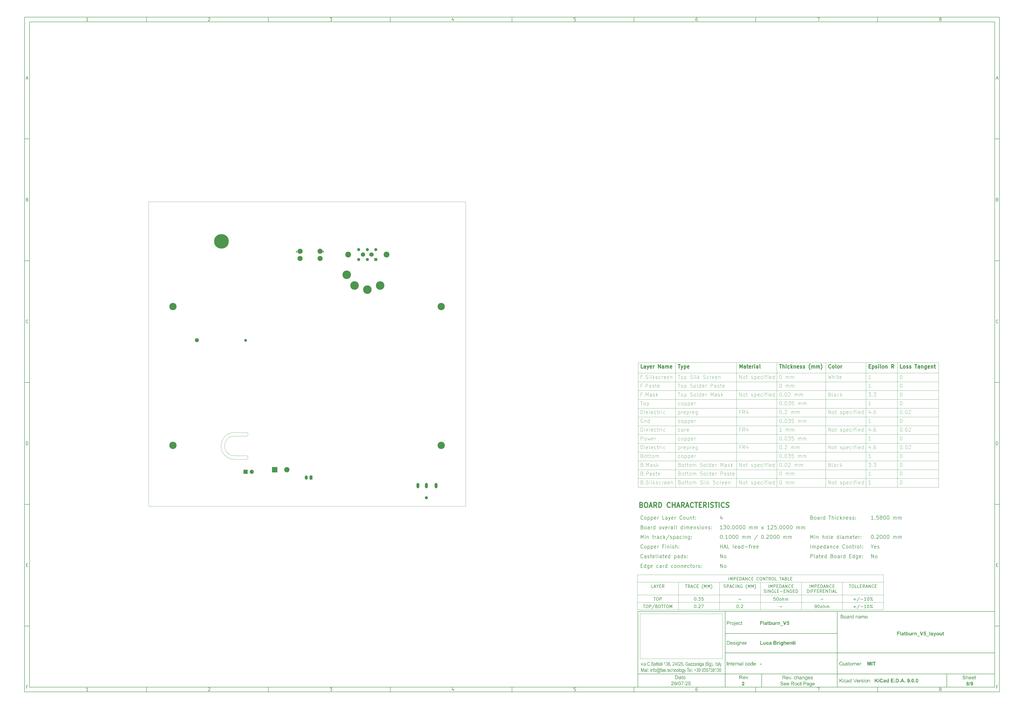
<source format=gbr>
%TF.GenerationSoftware,KiCad,Pcbnew,9.0.0*%
%TF.CreationDate,2025-07-29T08:56:10+02:00*%
%TF.ProjectId,Flatburn_V5,466c6174-6275-4726-9e5f-56352e6b6963,2*%
%TF.SameCoordinates,Original*%
%TF.FileFunction,Soldermask,Bot*%
%TF.FilePolarity,Negative*%
%FSLAX46Y46*%
G04 Gerber Fmt 4.6, Leading zero omitted, Abs format (unit mm)*
G04 Created by KiCad (PCBNEW 9.0.0) date 2025-07-29 08:56:10*
%MOMM*%
%LPD*%
G01*
G04 APERTURE LIST*
G04 Aperture macros list*
%AMRoundRect*
0 Rectangle with rounded corners*
0 $1 Rounding radius*
0 $2 $3 $4 $5 $6 $7 $8 $9 X,Y pos of 4 corners*
0 Add a 4 corners polygon primitive as box body*
4,1,4,$2,$3,$4,$5,$6,$7,$8,$9,$2,$3,0*
0 Add four circle primitives for the rounded corners*
1,1,$1+$1,$2,$3*
1,1,$1+$1,$4,$5*
1,1,$1+$1,$6,$7*
1,1,$1+$1,$8,$9*
0 Add four rect primitives between the rounded corners*
20,1,$1+$1,$2,$3,$4,$5,0*
20,1,$1+$1,$4,$5,$6,$7,0*
20,1,$1+$1,$6,$7,$8,$9,0*
20,1,$1+$1,$8,$9,$2,$3,0*%
G04 Aperture macros list end*
%ADD10C,0.100000*%
%ADD11C,0.150000*%
%ADD12C,3.000000*%
%ADD13C,3.500000*%
%ADD14C,0.600000*%
%ADD15C,2.100000*%
%ADD16R,1.700000X1.700000*%
%ADD17O,1.700000X1.700000*%
%ADD18C,1.300000*%
%ADD19O,1.108000X2.216000*%
%ADD20R,2.175000X2.175000*%
%ADD21C,2.175000*%
%ADD22RoundRect,0.250000X0.350000X0.625000X-0.350000X0.625000X-0.350000X-0.625000X0.350000X-0.625000X0*%
%ADD23O,1.200000X1.750000*%
%ADD24C,2.400000*%
%ADD25C,1.800000*%
%ADD26R,1.300000X1.300000*%
%ADD27C,6.000000*%
%ADD28C,1.150000*%
%ADD29C,1.650000*%
%ADD30C,0.200000*%
%ADD31C,0.400000*%
%ADD32C,0.300000*%
%ADD33C,0.158750*%
%TA.AperFunction,Profile*%
%ADD34C,0.050000*%
%TD*%
G04 APERTURE END LIST*
D10*
X262466667Y-254931334D02*
X262466667Y-273388667D01*
X296333333Y-273388667D01*
X296333333Y-254931334D01*
X262466667Y-254931334D01*
D11*
X10000000Y-10000000D02*
X409989000Y-10000000D01*
X409989000Y-287002200D01*
X10000000Y-287002200D01*
X10000000Y-10000000D01*
D10*
D11*
X12000000Y-12000000D02*
X407989000Y-12000000D01*
X407989000Y-285002200D01*
X12000000Y-285002200D01*
X12000000Y-12000000D01*
D10*
D11*
X60000000Y-12000000D02*
X60000000Y-10000000D01*
D10*
D11*
X110000000Y-12000000D02*
X110000000Y-10000000D01*
D10*
D11*
X160000000Y-12000000D02*
X160000000Y-10000000D01*
D10*
D11*
X210000000Y-12000000D02*
X210000000Y-10000000D01*
D10*
D11*
X260000000Y-12000000D02*
X260000000Y-10000000D01*
D10*
D11*
X310000000Y-12000000D02*
X310000000Y-10000000D01*
D10*
D11*
X360000000Y-12000000D02*
X360000000Y-10000000D01*
D10*
D11*
X36089160Y-11593604D02*
X35346303Y-11593604D01*
X35717731Y-11593604D02*
X35717731Y-10293604D01*
X35717731Y-10293604D02*
X35593922Y-10479319D01*
X35593922Y-10479319D02*
X35470112Y-10603128D01*
X35470112Y-10603128D02*
X35346303Y-10665033D01*
D10*
D11*
X85346303Y-10417414D02*
X85408207Y-10355509D01*
X85408207Y-10355509D02*
X85532017Y-10293604D01*
X85532017Y-10293604D02*
X85841541Y-10293604D01*
X85841541Y-10293604D02*
X85965350Y-10355509D01*
X85965350Y-10355509D02*
X86027255Y-10417414D01*
X86027255Y-10417414D02*
X86089160Y-10541223D01*
X86089160Y-10541223D02*
X86089160Y-10665033D01*
X86089160Y-10665033D02*
X86027255Y-10850747D01*
X86027255Y-10850747D02*
X85284398Y-11593604D01*
X85284398Y-11593604D02*
X86089160Y-11593604D01*
D10*
D11*
X135284398Y-10293604D02*
X136089160Y-10293604D01*
X136089160Y-10293604D02*
X135655826Y-10788842D01*
X135655826Y-10788842D02*
X135841541Y-10788842D01*
X135841541Y-10788842D02*
X135965350Y-10850747D01*
X135965350Y-10850747D02*
X136027255Y-10912652D01*
X136027255Y-10912652D02*
X136089160Y-11036461D01*
X136089160Y-11036461D02*
X136089160Y-11345985D01*
X136089160Y-11345985D02*
X136027255Y-11469795D01*
X136027255Y-11469795D02*
X135965350Y-11531700D01*
X135965350Y-11531700D02*
X135841541Y-11593604D01*
X135841541Y-11593604D02*
X135470112Y-11593604D01*
X135470112Y-11593604D02*
X135346303Y-11531700D01*
X135346303Y-11531700D02*
X135284398Y-11469795D01*
D10*
D11*
X185965350Y-10726938D02*
X185965350Y-11593604D01*
X185655826Y-10231700D02*
X185346303Y-11160271D01*
X185346303Y-11160271D02*
X186151064Y-11160271D01*
D10*
D11*
X236027255Y-10293604D02*
X235408207Y-10293604D01*
X235408207Y-10293604D02*
X235346303Y-10912652D01*
X235346303Y-10912652D02*
X235408207Y-10850747D01*
X235408207Y-10850747D02*
X235532017Y-10788842D01*
X235532017Y-10788842D02*
X235841541Y-10788842D01*
X235841541Y-10788842D02*
X235965350Y-10850747D01*
X235965350Y-10850747D02*
X236027255Y-10912652D01*
X236027255Y-10912652D02*
X236089160Y-11036461D01*
X236089160Y-11036461D02*
X236089160Y-11345985D01*
X236089160Y-11345985D02*
X236027255Y-11469795D01*
X236027255Y-11469795D02*
X235965350Y-11531700D01*
X235965350Y-11531700D02*
X235841541Y-11593604D01*
X235841541Y-11593604D02*
X235532017Y-11593604D01*
X235532017Y-11593604D02*
X235408207Y-11531700D01*
X235408207Y-11531700D02*
X235346303Y-11469795D01*
D10*
D11*
X285965350Y-10293604D02*
X285717731Y-10293604D01*
X285717731Y-10293604D02*
X285593922Y-10355509D01*
X285593922Y-10355509D02*
X285532017Y-10417414D01*
X285532017Y-10417414D02*
X285408207Y-10603128D01*
X285408207Y-10603128D02*
X285346303Y-10850747D01*
X285346303Y-10850747D02*
X285346303Y-11345985D01*
X285346303Y-11345985D02*
X285408207Y-11469795D01*
X285408207Y-11469795D02*
X285470112Y-11531700D01*
X285470112Y-11531700D02*
X285593922Y-11593604D01*
X285593922Y-11593604D02*
X285841541Y-11593604D01*
X285841541Y-11593604D02*
X285965350Y-11531700D01*
X285965350Y-11531700D02*
X286027255Y-11469795D01*
X286027255Y-11469795D02*
X286089160Y-11345985D01*
X286089160Y-11345985D02*
X286089160Y-11036461D01*
X286089160Y-11036461D02*
X286027255Y-10912652D01*
X286027255Y-10912652D02*
X285965350Y-10850747D01*
X285965350Y-10850747D02*
X285841541Y-10788842D01*
X285841541Y-10788842D02*
X285593922Y-10788842D01*
X285593922Y-10788842D02*
X285470112Y-10850747D01*
X285470112Y-10850747D02*
X285408207Y-10912652D01*
X285408207Y-10912652D02*
X285346303Y-11036461D01*
D10*
D11*
X335284398Y-10293604D02*
X336151064Y-10293604D01*
X336151064Y-10293604D02*
X335593922Y-11593604D01*
D10*
D11*
X385593922Y-10850747D02*
X385470112Y-10788842D01*
X385470112Y-10788842D02*
X385408207Y-10726938D01*
X385408207Y-10726938D02*
X385346303Y-10603128D01*
X385346303Y-10603128D02*
X385346303Y-10541223D01*
X385346303Y-10541223D02*
X385408207Y-10417414D01*
X385408207Y-10417414D02*
X385470112Y-10355509D01*
X385470112Y-10355509D02*
X385593922Y-10293604D01*
X385593922Y-10293604D02*
X385841541Y-10293604D01*
X385841541Y-10293604D02*
X385965350Y-10355509D01*
X385965350Y-10355509D02*
X386027255Y-10417414D01*
X386027255Y-10417414D02*
X386089160Y-10541223D01*
X386089160Y-10541223D02*
X386089160Y-10603128D01*
X386089160Y-10603128D02*
X386027255Y-10726938D01*
X386027255Y-10726938D02*
X385965350Y-10788842D01*
X385965350Y-10788842D02*
X385841541Y-10850747D01*
X385841541Y-10850747D02*
X385593922Y-10850747D01*
X385593922Y-10850747D02*
X385470112Y-10912652D01*
X385470112Y-10912652D02*
X385408207Y-10974557D01*
X385408207Y-10974557D02*
X385346303Y-11098366D01*
X385346303Y-11098366D02*
X385346303Y-11345985D01*
X385346303Y-11345985D02*
X385408207Y-11469795D01*
X385408207Y-11469795D02*
X385470112Y-11531700D01*
X385470112Y-11531700D02*
X385593922Y-11593604D01*
X385593922Y-11593604D02*
X385841541Y-11593604D01*
X385841541Y-11593604D02*
X385965350Y-11531700D01*
X385965350Y-11531700D02*
X386027255Y-11469795D01*
X386027255Y-11469795D02*
X386089160Y-11345985D01*
X386089160Y-11345985D02*
X386089160Y-11098366D01*
X386089160Y-11098366D02*
X386027255Y-10974557D01*
X386027255Y-10974557D02*
X385965350Y-10912652D01*
X385965350Y-10912652D02*
X385841541Y-10850747D01*
D10*
D11*
X60000000Y-285002200D02*
X60000000Y-287002200D01*
D10*
D11*
X110000000Y-285002200D02*
X110000000Y-287002200D01*
D10*
D11*
X160000000Y-285002200D02*
X160000000Y-287002200D01*
D10*
D11*
X210000000Y-285002200D02*
X210000000Y-287002200D01*
D10*
D11*
X260000000Y-285002200D02*
X260000000Y-287002200D01*
D10*
D11*
X310000000Y-285002200D02*
X310000000Y-287002200D01*
D10*
D11*
X360000000Y-285002200D02*
X360000000Y-287002200D01*
D10*
D11*
X36089160Y-286595804D02*
X35346303Y-286595804D01*
X35717731Y-286595804D02*
X35717731Y-285295804D01*
X35717731Y-285295804D02*
X35593922Y-285481519D01*
X35593922Y-285481519D02*
X35470112Y-285605328D01*
X35470112Y-285605328D02*
X35346303Y-285667233D01*
D10*
D11*
X85346303Y-285419614D02*
X85408207Y-285357709D01*
X85408207Y-285357709D02*
X85532017Y-285295804D01*
X85532017Y-285295804D02*
X85841541Y-285295804D01*
X85841541Y-285295804D02*
X85965350Y-285357709D01*
X85965350Y-285357709D02*
X86027255Y-285419614D01*
X86027255Y-285419614D02*
X86089160Y-285543423D01*
X86089160Y-285543423D02*
X86089160Y-285667233D01*
X86089160Y-285667233D02*
X86027255Y-285852947D01*
X86027255Y-285852947D02*
X85284398Y-286595804D01*
X85284398Y-286595804D02*
X86089160Y-286595804D01*
D10*
D11*
X135284398Y-285295804D02*
X136089160Y-285295804D01*
X136089160Y-285295804D02*
X135655826Y-285791042D01*
X135655826Y-285791042D02*
X135841541Y-285791042D01*
X135841541Y-285791042D02*
X135965350Y-285852947D01*
X135965350Y-285852947D02*
X136027255Y-285914852D01*
X136027255Y-285914852D02*
X136089160Y-286038661D01*
X136089160Y-286038661D02*
X136089160Y-286348185D01*
X136089160Y-286348185D02*
X136027255Y-286471995D01*
X136027255Y-286471995D02*
X135965350Y-286533900D01*
X135965350Y-286533900D02*
X135841541Y-286595804D01*
X135841541Y-286595804D02*
X135470112Y-286595804D01*
X135470112Y-286595804D02*
X135346303Y-286533900D01*
X135346303Y-286533900D02*
X135284398Y-286471995D01*
D10*
D11*
X185965350Y-285729138D02*
X185965350Y-286595804D01*
X185655826Y-285233900D02*
X185346303Y-286162471D01*
X185346303Y-286162471D02*
X186151064Y-286162471D01*
D10*
D11*
X236027255Y-285295804D02*
X235408207Y-285295804D01*
X235408207Y-285295804D02*
X235346303Y-285914852D01*
X235346303Y-285914852D02*
X235408207Y-285852947D01*
X235408207Y-285852947D02*
X235532017Y-285791042D01*
X235532017Y-285791042D02*
X235841541Y-285791042D01*
X235841541Y-285791042D02*
X235965350Y-285852947D01*
X235965350Y-285852947D02*
X236027255Y-285914852D01*
X236027255Y-285914852D02*
X236089160Y-286038661D01*
X236089160Y-286038661D02*
X236089160Y-286348185D01*
X236089160Y-286348185D02*
X236027255Y-286471995D01*
X236027255Y-286471995D02*
X235965350Y-286533900D01*
X235965350Y-286533900D02*
X235841541Y-286595804D01*
X235841541Y-286595804D02*
X235532017Y-286595804D01*
X235532017Y-286595804D02*
X235408207Y-286533900D01*
X235408207Y-286533900D02*
X235346303Y-286471995D01*
D10*
D11*
X285965350Y-285295804D02*
X285717731Y-285295804D01*
X285717731Y-285295804D02*
X285593922Y-285357709D01*
X285593922Y-285357709D02*
X285532017Y-285419614D01*
X285532017Y-285419614D02*
X285408207Y-285605328D01*
X285408207Y-285605328D02*
X285346303Y-285852947D01*
X285346303Y-285852947D02*
X285346303Y-286348185D01*
X285346303Y-286348185D02*
X285408207Y-286471995D01*
X285408207Y-286471995D02*
X285470112Y-286533900D01*
X285470112Y-286533900D02*
X285593922Y-286595804D01*
X285593922Y-286595804D02*
X285841541Y-286595804D01*
X285841541Y-286595804D02*
X285965350Y-286533900D01*
X285965350Y-286533900D02*
X286027255Y-286471995D01*
X286027255Y-286471995D02*
X286089160Y-286348185D01*
X286089160Y-286348185D02*
X286089160Y-286038661D01*
X286089160Y-286038661D02*
X286027255Y-285914852D01*
X286027255Y-285914852D02*
X285965350Y-285852947D01*
X285965350Y-285852947D02*
X285841541Y-285791042D01*
X285841541Y-285791042D02*
X285593922Y-285791042D01*
X285593922Y-285791042D02*
X285470112Y-285852947D01*
X285470112Y-285852947D02*
X285408207Y-285914852D01*
X285408207Y-285914852D02*
X285346303Y-286038661D01*
D10*
D11*
X335284398Y-285295804D02*
X336151064Y-285295804D01*
X336151064Y-285295804D02*
X335593922Y-286595804D01*
D10*
D11*
X385593922Y-285852947D02*
X385470112Y-285791042D01*
X385470112Y-285791042D02*
X385408207Y-285729138D01*
X385408207Y-285729138D02*
X385346303Y-285605328D01*
X385346303Y-285605328D02*
X385346303Y-285543423D01*
X385346303Y-285543423D02*
X385408207Y-285419614D01*
X385408207Y-285419614D02*
X385470112Y-285357709D01*
X385470112Y-285357709D02*
X385593922Y-285295804D01*
X385593922Y-285295804D02*
X385841541Y-285295804D01*
X385841541Y-285295804D02*
X385965350Y-285357709D01*
X385965350Y-285357709D02*
X386027255Y-285419614D01*
X386027255Y-285419614D02*
X386089160Y-285543423D01*
X386089160Y-285543423D02*
X386089160Y-285605328D01*
X386089160Y-285605328D02*
X386027255Y-285729138D01*
X386027255Y-285729138D02*
X385965350Y-285791042D01*
X385965350Y-285791042D02*
X385841541Y-285852947D01*
X385841541Y-285852947D02*
X385593922Y-285852947D01*
X385593922Y-285852947D02*
X385470112Y-285914852D01*
X385470112Y-285914852D02*
X385408207Y-285976757D01*
X385408207Y-285976757D02*
X385346303Y-286100566D01*
X385346303Y-286100566D02*
X385346303Y-286348185D01*
X385346303Y-286348185D02*
X385408207Y-286471995D01*
X385408207Y-286471995D02*
X385470112Y-286533900D01*
X385470112Y-286533900D02*
X385593922Y-286595804D01*
X385593922Y-286595804D02*
X385841541Y-286595804D01*
X385841541Y-286595804D02*
X385965350Y-286533900D01*
X385965350Y-286533900D02*
X386027255Y-286471995D01*
X386027255Y-286471995D02*
X386089160Y-286348185D01*
X386089160Y-286348185D02*
X386089160Y-286100566D01*
X386089160Y-286100566D02*
X386027255Y-285976757D01*
X386027255Y-285976757D02*
X385965350Y-285914852D01*
X385965350Y-285914852D02*
X385841541Y-285852947D01*
D10*
D11*
X10000000Y-60000000D02*
X12000000Y-60000000D01*
D10*
D11*
X10000000Y-110000000D02*
X12000000Y-110000000D01*
D10*
D11*
X10000000Y-160000000D02*
X12000000Y-160000000D01*
D10*
D11*
X10000000Y-210000000D02*
X12000000Y-210000000D01*
D10*
D11*
X10000000Y-260000000D02*
X12000000Y-260000000D01*
D10*
D11*
X10690476Y-35222176D02*
X11309523Y-35222176D01*
X10566666Y-35593604D02*
X10999999Y-34293604D01*
X10999999Y-34293604D02*
X11433333Y-35593604D01*
D10*
D11*
X11092857Y-84912652D02*
X11278571Y-84974557D01*
X11278571Y-84974557D02*
X11340476Y-85036461D01*
X11340476Y-85036461D02*
X11402380Y-85160271D01*
X11402380Y-85160271D02*
X11402380Y-85345985D01*
X11402380Y-85345985D02*
X11340476Y-85469795D01*
X11340476Y-85469795D02*
X11278571Y-85531700D01*
X11278571Y-85531700D02*
X11154761Y-85593604D01*
X11154761Y-85593604D02*
X10659523Y-85593604D01*
X10659523Y-85593604D02*
X10659523Y-84293604D01*
X10659523Y-84293604D02*
X11092857Y-84293604D01*
X11092857Y-84293604D02*
X11216666Y-84355509D01*
X11216666Y-84355509D02*
X11278571Y-84417414D01*
X11278571Y-84417414D02*
X11340476Y-84541223D01*
X11340476Y-84541223D02*
X11340476Y-84665033D01*
X11340476Y-84665033D02*
X11278571Y-84788842D01*
X11278571Y-84788842D02*
X11216666Y-84850747D01*
X11216666Y-84850747D02*
X11092857Y-84912652D01*
X11092857Y-84912652D02*
X10659523Y-84912652D01*
D10*
D11*
X11402380Y-135469795D02*
X11340476Y-135531700D01*
X11340476Y-135531700D02*
X11154761Y-135593604D01*
X11154761Y-135593604D02*
X11030952Y-135593604D01*
X11030952Y-135593604D02*
X10845238Y-135531700D01*
X10845238Y-135531700D02*
X10721428Y-135407890D01*
X10721428Y-135407890D02*
X10659523Y-135284080D01*
X10659523Y-135284080D02*
X10597619Y-135036461D01*
X10597619Y-135036461D02*
X10597619Y-134850747D01*
X10597619Y-134850747D02*
X10659523Y-134603128D01*
X10659523Y-134603128D02*
X10721428Y-134479319D01*
X10721428Y-134479319D02*
X10845238Y-134355509D01*
X10845238Y-134355509D02*
X11030952Y-134293604D01*
X11030952Y-134293604D02*
X11154761Y-134293604D01*
X11154761Y-134293604D02*
X11340476Y-134355509D01*
X11340476Y-134355509D02*
X11402380Y-134417414D01*
D10*
D11*
X10659523Y-185593604D02*
X10659523Y-184293604D01*
X10659523Y-184293604D02*
X10969047Y-184293604D01*
X10969047Y-184293604D02*
X11154761Y-184355509D01*
X11154761Y-184355509D02*
X11278571Y-184479319D01*
X11278571Y-184479319D02*
X11340476Y-184603128D01*
X11340476Y-184603128D02*
X11402380Y-184850747D01*
X11402380Y-184850747D02*
X11402380Y-185036461D01*
X11402380Y-185036461D02*
X11340476Y-185284080D01*
X11340476Y-185284080D02*
X11278571Y-185407890D01*
X11278571Y-185407890D02*
X11154761Y-185531700D01*
X11154761Y-185531700D02*
X10969047Y-185593604D01*
X10969047Y-185593604D02*
X10659523Y-185593604D01*
D10*
D11*
X10721428Y-234912652D02*
X11154762Y-234912652D01*
X11340476Y-235593604D02*
X10721428Y-235593604D01*
X10721428Y-235593604D02*
X10721428Y-234293604D01*
X10721428Y-234293604D02*
X11340476Y-234293604D01*
D10*
D11*
X11185714Y-284912652D02*
X10752380Y-284912652D01*
X10752380Y-285593604D02*
X10752380Y-284293604D01*
X10752380Y-284293604D02*
X11371428Y-284293604D01*
D10*
D11*
X409989000Y-60000000D02*
X407989000Y-60000000D01*
D10*
D11*
X409989000Y-110000000D02*
X407989000Y-110000000D01*
D10*
D11*
X409989000Y-160000000D02*
X407989000Y-160000000D01*
D10*
D11*
X409989000Y-210000000D02*
X407989000Y-210000000D01*
D10*
D11*
X409989000Y-260000000D02*
X407989000Y-260000000D01*
D10*
D11*
X408679476Y-35222176D02*
X409298523Y-35222176D01*
X408555666Y-35593604D02*
X408988999Y-34293604D01*
X408988999Y-34293604D02*
X409422333Y-35593604D01*
D10*
D11*
X409081857Y-84912652D02*
X409267571Y-84974557D01*
X409267571Y-84974557D02*
X409329476Y-85036461D01*
X409329476Y-85036461D02*
X409391380Y-85160271D01*
X409391380Y-85160271D02*
X409391380Y-85345985D01*
X409391380Y-85345985D02*
X409329476Y-85469795D01*
X409329476Y-85469795D02*
X409267571Y-85531700D01*
X409267571Y-85531700D02*
X409143761Y-85593604D01*
X409143761Y-85593604D02*
X408648523Y-85593604D01*
X408648523Y-85593604D02*
X408648523Y-84293604D01*
X408648523Y-84293604D02*
X409081857Y-84293604D01*
X409081857Y-84293604D02*
X409205666Y-84355509D01*
X409205666Y-84355509D02*
X409267571Y-84417414D01*
X409267571Y-84417414D02*
X409329476Y-84541223D01*
X409329476Y-84541223D02*
X409329476Y-84665033D01*
X409329476Y-84665033D02*
X409267571Y-84788842D01*
X409267571Y-84788842D02*
X409205666Y-84850747D01*
X409205666Y-84850747D02*
X409081857Y-84912652D01*
X409081857Y-84912652D02*
X408648523Y-84912652D01*
D10*
D11*
X409391380Y-135469795D02*
X409329476Y-135531700D01*
X409329476Y-135531700D02*
X409143761Y-135593604D01*
X409143761Y-135593604D02*
X409019952Y-135593604D01*
X409019952Y-135593604D02*
X408834238Y-135531700D01*
X408834238Y-135531700D02*
X408710428Y-135407890D01*
X408710428Y-135407890D02*
X408648523Y-135284080D01*
X408648523Y-135284080D02*
X408586619Y-135036461D01*
X408586619Y-135036461D02*
X408586619Y-134850747D01*
X408586619Y-134850747D02*
X408648523Y-134603128D01*
X408648523Y-134603128D02*
X408710428Y-134479319D01*
X408710428Y-134479319D02*
X408834238Y-134355509D01*
X408834238Y-134355509D02*
X409019952Y-134293604D01*
X409019952Y-134293604D02*
X409143761Y-134293604D01*
X409143761Y-134293604D02*
X409329476Y-134355509D01*
X409329476Y-134355509D02*
X409391380Y-134417414D01*
D10*
D11*
X408648523Y-185593604D02*
X408648523Y-184293604D01*
X408648523Y-184293604D02*
X408958047Y-184293604D01*
X408958047Y-184293604D02*
X409143761Y-184355509D01*
X409143761Y-184355509D02*
X409267571Y-184479319D01*
X409267571Y-184479319D02*
X409329476Y-184603128D01*
X409329476Y-184603128D02*
X409391380Y-184850747D01*
X409391380Y-184850747D02*
X409391380Y-185036461D01*
X409391380Y-185036461D02*
X409329476Y-185284080D01*
X409329476Y-185284080D02*
X409267571Y-185407890D01*
X409267571Y-185407890D02*
X409143761Y-185531700D01*
X409143761Y-185531700D02*
X408958047Y-185593604D01*
X408958047Y-185593604D02*
X408648523Y-185593604D01*
D10*
D11*
X408710428Y-234912652D02*
X409143762Y-234912652D01*
X409329476Y-235593604D02*
X408710428Y-235593604D01*
X408710428Y-235593604D02*
X408710428Y-234293604D01*
X408710428Y-234293604D02*
X409329476Y-234293604D01*
D10*
D11*
X409174714Y-284912652D02*
X408741380Y-284912652D01*
X408741380Y-285593604D02*
X408741380Y-284293604D01*
X408741380Y-284293604D02*
X409360428Y-284293604D01*
D10*
G36*
X277637791Y-280250297D02*
G01*
X277740379Y-280265625D01*
X277823681Y-280291405D01*
X277896691Y-280327390D01*
X277960747Y-280373519D01*
X278032657Y-280446093D01*
X278091766Y-280531333D01*
X278138434Y-280630890D01*
X278170418Y-280736932D01*
X278190435Y-280855700D01*
X278197419Y-280989011D01*
X278192631Y-281103074D01*
X278178986Y-281204002D01*
X278157393Y-281293277D01*
X278110091Y-281418024D01*
X278054903Y-281512637D01*
X277987944Y-281591748D01*
X277918158Y-281649291D01*
X277838332Y-281692184D01*
X277738822Y-281724854D01*
X277629686Y-281743693D01*
X277497571Y-281750500D01*
X276955536Y-281750500D01*
X276955536Y-281576110D01*
X277154288Y-281576110D01*
X277475040Y-281576110D01*
X277615416Y-281568174D01*
X277708139Y-281548266D01*
X277785980Y-281513542D01*
X277842870Y-281469681D01*
X277885027Y-281418830D01*
X277921844Y-281355593D01*
X277952962Y-281277890D01*
X277973971Y-281196655D01*
X277987566Y-281100126D01*
X277992438Y-280985897D01*
X277986614Y-280863741D01*
X277970628Y-280764507D01*
X277946339Y-280684515D01*
X277915044Y-280620540D01*
X277857269Y-280541954D01*
X277794840Y-280486105D01*
X277727099Y-280449448D01*
X277672187Y-280433979D01*
X277589396Y-280422785D01*
X277469911Y-280418399D01*
X277154288Y-280418399D01*
X277154288Y-281576110D01*
X276955536Y-281576110D01*
X276955536Y-280244010D01*
X277472933Y-280244010D01*
X277637791Y-280250297D01*
G37*
G36*
X279039602Y-280645873D02*
G01*
X279133754Y-280669633D01*
X279212369Y-280708653D01*
X279261799Y-280752157D01*
X279296001Y-280806960D01*
X279319226Y-280877728D01*
X279325603Y-280934363D01*
X279328477Y-281047996D01*
X279328477Y-281294101D01*
X279332393Y-281528505D01*
X279340201Y-281619799D01*
X279357666Y-281686274D01*
X279386820Y-281750500D01*
X279194204Y-281750500D01*
X279171085Y-281689302D01*
X279157293Y-281615036D01*
X279053176Y-281691582D01*
X278960098Y-281738043D01*
X278862699Y-281764819D01*
X278756674Y-281773947D01*
X278666557Y-281767658D01*
X278592337Y-281750156D01*
X278531222Y-281722863D01*
X278480985Y-281686294D01*
X278438800Y-281639326D01*
X278409080Y-281587138D01*
X278390981Y-281528644D01*
X278384723Y-281462262D01*
X278385282Y-281457591D01*
X278581460Y-281457591D01*
X278587727Y-281504436D01*
X278606056Y-281545013D01*
X278637239Y-281580964D01*
X278677370Y-281607072D01*
X278730577Y-281624059D01*
X278800729Y-281630332D01*
X278870559Y-281624911D01*
X278933355Y-281609193D01*
X278990323Y-281583529D01*
X279041326Y-281548006D01*
X279081596Y-281505544D01*
X279112230Y-281455485D01*
X279133324Y-281384726D01*
X279141906Y-281270288D01*
X279141906Y-281202419D01*
X279028344Y-281237773D01*
X278840663Y-281272577D01*
X278735643Y-281291984D01*
X278679829Y-281309672D01*
X278637646Y-281335278D01*
X278607014Y-281369755D01*
X278587887Y-281411365D01*
X278581460Y-281457591D01*
X278385282Y-281457591D01*
X278393943Y-281385241D01*
X278421084Y-281316175D01*
X278463423Y-281256212D01*
X278516339Y-281210112D01*
X278578438Y-281175226D01*
X278649054Y-281149571D01*
X278813002Y-281121910D01*
X279021181Y-281090099D01*
X279141906Y-281058804D01*
X279143005Y-281010902D01*
X279136063Y-280937947D01*
X279117894Y-280887250D01*
X279090706Y-280852815D01*
X279039890Y-280820055D01*
X278971637Y-280798595D01*
X278880688Y-280790625D01*
X278794649Y-280796792D01*
X278732509Y-280812994D01*
X278688530Y-280836787D01*
X278653344Y-280872040D01*
X278622503Y-280924767D01*
X278596847Y-281000185D01*
X278416505Y-280975639D01*
X278437536Y-280899296D01*
X278464707Y-280836970D01*
X278497380Y-280786504D01*
X278538940Y-280743553D01*
X278592534Y-280706562D01*
X278660320Y-280675678D01*
X278772041Y-280647018D01*
X278907341Y-280636752D01*
X279039602Y-280645873D01*
G37*
G36*
X280016417Y-281581972D02*
G01*
X280043070Y-281750500D01*
X279903669Y-281762223D01*
X279809916Y-281753320D01*
X279747964Y-281730533D01*
X279700233Y-281693127D01*
X279670112Y-281647093D01*
X279654857Y-281581147D01*
X279647580Y-281429473D01*
X279647580Y-280803814D01*
X279512300Y-280803814D01*
X279512300Y-280660199D01*
X279647580Y-280660199D01*
X279647580Y-280390097D01*
X279830945Y-280279181D01*
X279830945Y-280660199D01*
X280016417Y-280660199D01*
X280016417Y-280803814D01*
X279830945Y-280803814D01*
X279830945Y-281442479D01*
X279834136Y-281514714D01*
X279840654Y-281544328D01*
X279853415Y-281564542D01*
X279872436Y-281580323D01*
X279897320Y-281589932D01*
X279935451Y-281593696D01*
X280016417Y-281581972D01*
G37*
G36*
X280750305Y-280646502D02*
G01*
X280843680Y-280674598D01*
X280926411Y-280720508D01*
X281000289Y-280785313D01*
X281058430Y-280863004D01*
X281101478Y-280956301D01*
X281128887Y-281068327D01*
X281138683Y-281203060D01*
X281137584Y-281252244D01*
X280326087Y-281252244D01*
X280337326Y-281341498D01*
X280358623Y-281415115D01*
X280388804Y-281475712D01*
X280427478Y-281525369D01*
X280493293Y-281577977D01*
X280568153Y-281609293D01*
X280654990Y-281620074D01*
X280720906Y-281613907D01*
X280778065Y-281596196D01*
X280828189Y-281567317D01*
X280870532Y-281527665D01*
X280908561Y-281472641D01*
X280941945Y-281398790D01*
X281132546Y-281422329D01*
X281092730Y-281527806D01*
X281037136Y-281613225D01*
X280965484Y-281681715D01*
X280902686Y-281720868D01*
X280830933Y-281749601D01*
X280748667Y-281767618D01*
X280653983Y-281773947D01*
X280536283Y-281763970D01*
X280435923Y-281735617D01*
X280349716Y-281690085D01*
X280275345Y-281626943D01*
X280216425Y-281549823D01*
X280172947Y-281457552D01*
X280145337Y-281347107D01*
X280135486Y-281214600D01*
X280143951Y-281098371D01*
X280336345Y-281098371D01*
X280943960Y-281098371D01*
X280929301Y-281009911D01*
X280905498Y-280943937D01*
X280874259Y-280895588D01*
X280826564Y-280849378D01*
X280773439Y-280817034D01*
X280713747Y-280797408D01*
X280645740Y-280790625D01*
X280564445Y-280800210D01*
X280494112Y-280828005D01*
X280432149Y-280874431D01*
X280383905Y-280935063D01*
X280351845Y-281008623D01*
X280336345Y-281098371D01*
X280143951Y-281098371D01*
X280145490Y-281077235D01*
X280173487Y-280962970D01*
X280217473Y-280867759D01*
X280276902Y-280788427D01*
X280352411Y-280722384D01*
X280437328Y-280675498D01*
X280533536Y-280646747D01*
X280643725Y-280636752D01*
X280750305Y-280646502D01*
G37*
G36*
X276274648Y-284096110D02*
G01*
X276274648Y-284270500D01*
X275281801Y-284270500D01*
X275286144Y-284205196D01*
X275303325Y-284142638D01*
X275351287Y-284044391D01*
X275424683Y-283943245D01*
X275519737Y-283844052D01*
X275666025Y-283716190D01*
X275828106Y-283575975D01*
X275933701Y-283471958D01*
X275996944Y-283396538D01*
X276047070Y-283314716D01*
X276074463Y-283241113D01*
X276083039Y-283173513D01*
X276074191Y-283103431D01*
X276048341Y-283042275D01*
X276004637Y-282987767D01*
X275948351Y-282946345D01*
X275881255Y-282920960D01*
X275800298Y-282912021D01*
X275714793Y-282921578D01*
X275644878Y-282948591D01*
X275587074Y-282992529D01*
X275543812Y-283050753D01*
X275516476Y-283123645D01*
X275506199Y-283215370D01*
X275316605Y-283195770D01*
X275334381Y-283090115D01*
X275365283Y-283002528D01*
X275408204Y-282929968D01*
X275463151Y-282870164D01*
X275529372Y-282822718D01*
X275606801Y-282787879D01*
X275697557Y-282765920D01*
X275804328Y-282758148D01*
X275911736Y-282766469D01*
X276002790Y-282789991D01*
X276080350Y-282827420D01*
X276146604Y-282878682D01*
X276202029Y-282942920D01*
X276240948Y-283013130D01*
X276264527Y-283090620D01*
X276272633Y-283177269D01*
X276263512Y-283266578D01*
X276235722Y-283355413D01*
X276189099Y-283441577D01*
X276113264Y-283539786D01*
X276011462Y-283643233D01*
X275828966Y-283805400D01*
X275678550Y-283935710D01*
X275615742Y-283995635D01*
X275572026Y-284046666D01*
X275537981Y-284096110D01*
X276274648Y-284096110D01*
G37*
G36*
X277039536Y-282767016D02*
G01*
X277128319Y-282793237D01*
X277212174Y-282837191D01*
X277285795Y-282896450D01*
X277347097Y-282970787D01*
X277396638Y-283062322D01*
X277428881Y-283162251D01*
X277451185Y-283300020D01*
X277459653Y-283485564D01*
X277451506Y-283678311D01*
X277429578Y-283828826D01*
X277397096Y-283944618D01*
X277346842Y-284052598D01*
X277284873Y-284138196D01*
X277211167Y-284204737D01*
X277125118Y-284253867D01*
X277029440Y-284283674D01*
X276921647Y-284293947D01*
X276834343Y-284287274D01*
X276758455Y-284268213D01*
X276692064Y-284237575D01*
X276633685Y-284195303D01*
X276584695Y-284142603D01*
X276545969Y-284079936D01*
X276517352Y-284005712D01*
X276499504Y-283917782D01*
X276676733Y-283901204D01*
X276698200Y-283982377D01*
X276727288Y-284041527D01*
X276762828Y-284083471D01*
X276808103Y-284114373D01*
X276861669Y-284133383D01*
X276925769Y-284140074D01*
X277006766Y-284130009D01*
X277074879Y-284101056D01*
X277132964Y-284055586D01*
X277179842Y-283996734D01*
X277215728Y-283924579D01*
X277248536Y-283820421D01*
X277269272Y-283708389D01*
X277276196Y-283594191D01*
X277275189Y-283557188D01*
X277234158Y-283611783D01*
X277184090Y-283659245D01*
X277124063Y-283699979D01*
X277058402Y-283730364D01*
X276989563Y-283748528D01*
X276916518Y-283754659D01*
X276826005Y-283746058D01*
X276744404Y-283720943D01*
X276669807Y-283679302D01*
X276600895Y-283619745D01*
X276545556Y-283548725D01*
X276505520Y-283467220D01*
X276480593Y-283373229D01*
X276472386Y-283270875D01*
X276661437Y-283270875D01*
X276671626Y-283362497D01*
X276700607Y-283438661D01*
X276747991Y-283502783D01*
X276810342Y-283552428D01*
X276880683Y-283581884D01*
X276961672Y-283591993D01*
X277043133Y-283581771D01*
X277112305Y-283552235D01*
X277172149Y-283502783D01*
X277216507Y-283438658D01*
X277244547Y-283357823D01*
X277254672Y-283255579D01*
X277244417Y-283153432D01*
X277215792Y-283071276D01*
X277170134Y-283004803D01*
X277108942Y-282952598D01*
X277041973Y-282922267D01*
X276966802Y-282912021D01*
X276889081Y-282922902D01*
X276818483Y-282955416D01*
X276752570Y-283011947D01*
X276702861Y-283083329D01*
X276672239Y-283168393D01*
X276661437Y-283270875D01*
X276472386Y-283270875D01*
X276471843Y-283264097D01*
X276480969Y-283151468D01*
X276506970Y-283054502D01*
X276548756Y-282970432D01*
X276606574Y-282897183D01*
X276678280Y-282836299D01*
X276757319Y-282793329D01*
X276845226Y-282767173D01*
X276944179Y-282758148D01*
X277039536Y-282767016D01*
G37*
G36*
X277551244Y-284293947D02*
G01*
X277986760Y-282740562D01*
X278134313Y-282740562D01*
X277699805Y-284293947D01*
X277551244Y-284293947D01*
G37*
G36*
X278790815Y-282763873D02*
G01*
X278861004Y-282780324D01*
X278923462Y-282806874D01*
X278980374Y-282843861D01*
X279030429Y-282890420D01*
X279074129Y-282947467D01*
X279125845Y-283046136D01*
X279167369Y-283171132D01*
X279191581Y-283314432D01*
X279201166Y-283526597D01*
X279194156Y-283703555D01*
X279175167Y-283843944D01*
X279146852Y-283953869D01*
X279102866Y-284057466D01*
X279048650Y-284140185D01*
X278984461Y-284205195D01*
X278908089Y-284253563D01*
X278818234Y-284283434D01*
X278711428Y-284293947D01*
X278605730Y-284283606D01*
X278515533Y-284254054D01*
X278437693Y-284205969D01*
X278370160Y-284137967D01*
X278322066Y-284063842D01*
X278281645Y-283969935D01*
X278250059Y-283852275D01*
X278229203Y-283706229D01*
X278221599Y-283526597D01*
X278221621Y-283526047D01*
X278411193Y-283526047D01*
X278418793Y-283723314D01*
X278438344Y-283862378D01*
X278465670Y-283956707D01*
X278497746Y-284017800D01*
X278545867Y-284073460D01*
X278596812Y-284110843D01*
X278651457Y-284132705D01*
X278711428Y-284140074D01*
X278771319Y-284132683D01*
X278825921Y-284110742D01*
X278876864Y-284073199D01*
X278925019Y-284017250D01*
X278957170Y-283955897D01*
X278984523Y-283861476D01*
X279004071Y-283722625D01*
X279011664Y-283526047D01*
X279004041Y-283328159D01*
X278984449Y-283188913D01*
X278957094Y-283094682D01*
X278925019Y-283033837D01*
X278876944Y-282978554D01*
X278825695Y-282941290D01*
X278770374Y-282919416D01*
X278709322Y-282912021D01*
X278648556Y-282918841D01*
X278595556Y-282938631D01*
X278548526Y-282971586D01*
X278506447Y-283019457D01*
X278470364Y-283087978D01*
X278440337Y-283188399D01*
X278419268Y-283330594D01*
X278411193Y-283526047D01*
X278221621Y-283526047D01*
X278228686Y-283348138D01*
X278247852Y-283207124D01*
X278276371Y-283097218D01*
X278320701Y-282993630D01*
X278375102Y-282911108D01*
X278439311Y-282846442D01*
X278515691Y-282798293D01*
X278605267Y-282768589D01*
X278711428Y-282758148D01*
X278790815Y-282763873D01*
G37*
G36*
X279400376Y-282955984D02*
G01*
X279400376Y-282781595D01*
X280372799Y-282781595D01*
X280372799Y-282925027D01*
X280282851Y-283031465D01*
X280188141Y-283165901D01*
X280088408Y-283332699D01*
X280001070Y-283504974D01*
X279928656Y-283679131D01*
X279870696Y-283855592D01*
X279838880Y-283982923D01*
X279815130Y-284120916D01*
X279799988Y-284270500D01*
X279610486Y-284270500D01*
X279618520Y-284152233D01*
X279640747Y-284009741D01*
X279680095Y-283839197D01*
X279730848Y-283673022D01*
X279794472Y-283510651D01*
X279871246Y-283351658D01*
X279959340Y-283197968D01*
X280047671Y-283066844D01*
X280136127Y-282955984D01*
X279400376Y-282955984D01*
G37*
G36*
X280467504Y-284293947D02*
G01*
X280903019Y-282740562D01*
X281050573Y-282740562D01*
X280616064Y-284293947D01*
X280467504Y-284293947D01*
G37*
G36*
X282107167Y-284096110D02*
G01*
X282107167Y-284270500D01*
X281114320Y-284270500D01*
X281118663Y-284205196D01*
X281135844Y-284142638D01*
X281183807Y-284044391D01*
X281257202Y-283943245D01*
X281352256Y-283844052D01*
X281498544Y-283716190D01*
X281660626Y-283575975D01*
X281766220Y-283471958D01*
X281829463Y-283396538D01*
X281879589Y-283314716D01*
X281906982Y-283241113D01*
X281915559Y-283173513D01*
X281906711Y-283103431D01*
X281880860Y-283042275D01*
X281837157Y-282987767D01*
X281780870Y-282946345D01*
X281713775Y-282920960D01*
X281632817Y-282912021D01*
X281547313Y-282921578D01*
X281477397Y-282948591D01*
X281419593Y-282992529D01*
X281376332Y-283050753D01*
X281348995Y-283123645D01*
X281338718Y-283215370D01*
X281149124Y-283195770D01*
X281166900Y-283090115D01*
X281197802Y-283002528D01*
X281240723Y-282929968D01*
X281295670Y-282870164D01*
X281361892Y-282822718D01*
X281439320Y-282787879D01*
X281530076Y-282765920D01*
X281636847Y-282758148D01*
X281744255Y-282766469D01*
X281835309Y-282789991D01*
X281912869Y-282827420D01*
X281979123Y-282878682D01*
X282034548Y-282942920D01*
X282073468Y-283013130D01*
X282097046Y-283090620D01*
X282105152Y-283177269D01*
X282096031Y-283266578D01*
X282068241Y-283355413D01*
X282021618Y-283441577D01*
X281945784Y-283539786D01*
X281843982Y-283643233D01*
X281661485Y-283805400D01*
X281511069Y-283935710D01*
X281448261Y-283995635D01*
X281404545Y-284046666D01*
X281370500Y-284096110D01*
X282107167Y-284096110D01*
G37*
G36*
X282304363Y-283871895D02*
G01*
X282497986Y-283855500D01*
X282520205Y-283946651D01*
X282553869Y-284016281D01*
X282597912Y-284068724D01*
X282653630Y-284108292D01*
X282715957Y-284131950D01*
X282786956Y-284140074D01*
X282851398Y-284133699D01*
X282909584Y-284115045D01*
X282962923Y-284083988D01*
X283012362Y-284039324D01*
X283051690Y-283986560D01*
X283080339Y-283925545D01*
X283098276Y-283854719D01*
X283104594Y-283772061D01*
X283098467Y-283693462D01*
X283081159Y-283626970D01*
X283053632Y-283570455D01*
X283015934Y-283522292D01*
X282951824Y-283472051D01*
X282875672Y-283441507D01*
X282783933Y-283430793D01*
X282698346Y-283441290D01*
X282623008Y-283472009D01*
X282558529Y-283519704D01*
X282510351Y-283578804D01*
X282337152Y-283556272D01*
X282482690Y-282781595D01*
X283229616Y-282781595D01*
X283229616Y-282955984D01*
X282630244Y-282955984D01*
X282549277Y-283364664D01*
X282643018Y-283310080D01*
X282737017Y-283278529D01*
X282833118Y-283268127D01*
X282928923Y-283276923D01*
X283014951Y-283302536D01*
X283093189Y-283344816D01*
X283165044Y-283404964D01*
X283223627Y-283477346D01*
X283265524Y-283558830D01*
X283291337Y-283651192D01*
X283300324Y-283756857D01*
X283292586Y-283857728D01*
X283270064Y-283949326D01*
X283233164Y-284033253D01*
X283181439Y-284110765D01*
X283119299Y-284176834D01*
X283050011Y-284227399D01*
X282972620Y-284263739D01*
X282885600Y-284286155D01*
X282786956Y-284293947D01*
X282685496Y-284286133D01*
X282597325Y-284263811D01*
X282520195Y-284227916D01*
X282452374Y-284178359D01*
X282395045Y-284116547D01*
X282351517Y-284045896D01*
X282321162Y-283965007D01*
X282304363Y-283871895D01*
G37*
G36*
X355747560Y-276118500D02*
G01*
X355747560Y-274612010D01*
X356201486Y-274612010D01*
X356474061Y-275639661D01*
X356743521Y-274612010D01*
X357198546Y-274612010D01*
X357198546Y-276118500D01*
X356916720Y-276118500D01*
X356916720Y-274932670D01*
X356618591Y-276118500D01*
X356326507Y-276118500D01*
X356029386Y-274932670D01*
X356029386Y-276118500D01*
X355747560Y-276118500D01*
G37*
G36*
X357490721Y-276118500D02*
G01*
X357490721Y-274612010D01*
X357794071Y-274612010D01*
X357794071Y-276118500D01*
X357490721Y-276118500D01*
G37*
G36*
X358421378Y-276118500D02*
G01*
X358421378Y-274864068D01*
X357975605Y-274864068D01*
X357975605Y-274612010D01*
X359169403Y-274612010D01*
X359169403Y-274864068D01*
X358724636Y-274864068D01*
X358724636Y-276118500D01*
X358421378Y-276118500D01*
G37*
G36*
X304103335Y-280239670D02*
G01*
X304202655Y-280253987D01*
X304273887Y-280274510D01*
X304338456Y-280307947D01*
X304393779Y-280354869D01*
X304440857Y-280416842D01*
X304475545Y-280487012D01*
X304496354Y-280561681D01*
X304503414Y-280642156D01*
X304496688Y-280720027D01*
X304477167Y-280789733D01*
X304445130Y-280852822D01*
X304399916Y-280910426D01*
X304345400Y-280957063D01*
X304276000Y-280996199D01*
X304188817Y-281027313D01*
X304080263Y-281049095D01*
X304153251Y-281089496D01*
X304200064Y-281124750D01*
X304282820Y-281213231D01*
X304365112Y-281326983D01*
X304626329Y-281740700D01*
X304376377Y-281740700D01*
X304177533Y-281424161D01*
X304034101Y-281214600D01*
X303977070Y-281149178D01*
X303933168Y-281112843D01*
X303887559Y-281087921D01*
X303842493Y-281072359D01*
X303731851Y-281065124D01*
X303501316Y-281065124D01*
X303501316Y-281740700D01*
X303302472Y-281740700D01*
X303302472Y-280896596D01*
X303501316Y-280896596D01*
X303928589Y-280896596D01*
X304057166Y-280888634D01*
X304141721Y-280868661D01*
X304189791Y-280845666D01*
X304228271Y-280815873D01*
X304258500Y-280778993D01*
X304288490Y-280714562D01*
X304298433Y-280645087D01*
X304289639Y-280577984D01*
X304264114Y-280520768D01*
X304221039Y-280470973D01*
X304165222Y-280435551D01*
X304086329Y-280411758D01*
X303976765Y-280402737D01*
X303501316Y-280402737D01*
X303501316Y-280896596D01*
X303302472Y-280896596D01*
X303302472Y-280234210D01*
X303968522Y-280234210D01*
X304103335Y-280239670D01*
G37*
G36*
X305344464Y-280636702D02*
G01*
X305437838Y-280664798D01*
X305520569Y-280710708D01*
X305594447Y-280775513D01*
X305652589Y-280853204D01*
X305695636Y-280946501D01*
X305723045Y-281058527D01*
X305732841Y-281193260D01*
X305731742Y-281242444D01*
X304920245Y-281242444D01*
X304931485Y-281331698D01*
X304952781Y-281405315D01*
X304982962Y-281465912D01*
X305021636Y-281515569D01*
X305087451Y-281568177D01*
X305162311Y-281599493D01*
X305249149Y-281610274D01*
X305315064Y-281604107D01*
X305372223Y-281586396D01*
X305422347Y-281557517D01*
X305464690Y-281517865D01*
X305502719Y-281462841D01*
X305536103Y-281388990D01*
X305726704Y-281412529D01*
X305686888Y-281518006D01*
X305631294Y-281603425D01*
X305559642Y-281671915D01*
X305496844Y-281711068D01*
X305425091Y-281739801D01*
X305342825Y-281757818D01*
X305248141Y-281764147D01*
X305130442Y-281754170D01*
X305030081Y-281725817D01*
X304943874Y-281680285D01*
X304869504Y-281617143D01*
X304810583Y-281540023D01*
X304767105Y-281447752D01*
X304739495Y-281337307D01*
X304729644Y-281204800D01*
X304738109Y-281088571D01*
X304930503Y-281088571D01*
X305538118Y-281088571D01*
X305523459Y-281000111D01*
X305499656Y-280934137D01*
X305468418Y-280885788D01*
X305420722Y-280839578D01*
X305367597Y-280807234D01*
X305307905Y-280787608D01*
X305239898Y-280780825D01*
X305158603Y-280790410D01*
X305088270Y-280818205D01*
X305026307Y-280864631D01*
X304978064Y-280925263D01*
X304946004Y-280998823D01*
X304930503Y-281088571D01*
X304738109Y-281088571D01*
X304739648Y-281067435D01*
X304767645Y-280953170D01*
X304811631Y-280857959D01*
X304871061Y-280778627D01*
X304946570Y-280712584D01*
X305031486Y-280665698D01*
X305127695Y-280636947D01*
X305237883Y-280626952D01*
X305344464Y-280636702D01*
G37*
G36*
X306259948Y-281740700D02*
G01*
X305845956Y-280650399D01*
X306040679Y-280650399D01*
X306274236Y-281303627D01*
X306343937Y-281523445D01*
X306412630Y-281315992D01*
X306654430Y-280650399D01*
X306844024Y-280650399D01*
X306432047Y-281740700D01*
X306259948Y-281740700D01*
G37*
G36*
X306903833Y-281740700D02*
G01*
X306903833Y-281529674D01*
X307113851Y-281529674D01*
X307113851Y-281740700D01*
X306903833Y-281740700D01*
G37*
G36*
X345508897Y-255358079D02*
G01*
X345599514Y-255374002D01*
X345670396Y-255397914D01*
X345735108Y-255434051D01*
X345789035Y-255480607D01*
X345833337Y-255538414D01*
X345866449Y-255603575D01*
X345885810Y-255669355D01*
X345892230Y-255736801D01*
X345886455Y-255799652D01*
X345869186Y-255859876D01*
X345839931Y-255918426D01*
X345800354Y-255970282D01*
X345748414Y-256016011D01*
X345682211Y-256055812D01*
X345768388Y-256090053D01*
X345837346Y-256135682D01*
X345891772Y-256192741D01*
X345932153Y-256260397D01*
X345956612Y-256335874D01*
X345965045Y-256421261D01*
X345953775Y-256524045D01*
X345920440Y-256618365D01*
X345869122Y-256700872D01*
X345810256Y-256758865D01*
X345738614Y-256801172D01*
X345645758Y-256833512D01*
X345541231Y-256851821D01*
X345403500Y-256858700D01*
X344830689Y-256858700D01*
X344830689Y-256684310D01*
X345029534Y-256684310D01*
X345403500Y-256684310D01*
X345538780Y-256676983D01*
X345603553Y-256659699D01*
X345653452Y-256635400D01*
X345694804Y-256600400D01*
X345729289Y-256550587D01*
X345751346Y-256491745D01*
X345759056Y-256421993D01*
X345754059Y-256366428D01*
X345739625Y-256317420D01*
X345716009Y-256273707D01*
X345683790Y-256236042D01*
X345644352Y-256206704D01*
X345596574Y-256185230D01*
X345511753Y-256167074D01*
X345376847Y-256159676D01*
X345029534Y-256159676D01*
X345029534Y-256684310D01*
X344830689Y-256684310D01*
X344830689Y-255985287D01*
X345029534Y-255985287D01*
X345354315Y-255985287D01*
X345477144Y-255979962D01*
X345543909Y-255967702D01*
X345611788Y-255936469D01*
X345658123Y-255892139D01*
X345686483Y-255834249D01*
X345696591Y-255759607D01*
X345687366Y-255687592D01*
X345660688Y-255626525D01*
X345633357Y-255592233D01*
X345599541Y-255566208D01*
X345558197Y-255547848D01*
X345479708Y-255533107D01*
X345329677Y-255526599D01*
X345029534Y-255526599D01*
X345029534Y-255985287D01*
X344830689Y-255985287D01*
X344830689Y-255352210D01*
X345394249Y-255352210D01*
X345508897Y-255358079D01*
G37*
G36*
X346766381Y-255754659D02*
G01*
X346862555Y-255782585D01*
X346947575Y-255828063D01*
X347023288Y-255891956D01*
X347083642Y-255969293D01*
X347127878Y-256060778D01*
X347155797Y-256169191D01*
X347165712Y-256298162D01*
X347157562Y-256437635D01*
X347135590Y-256545752D01*
X347102697Y-256628623D01*
X347054255Y-256702947D01*
X346993508Y-256764900D01*
X346919240Y-256815560D01*
X346836844Y-256852452D01*
X346749683Y-256874629D01*
X346656466Y-256882147D01*
X346544284Y-256872380D01*
X346447046Y-256844407D01*
X346361976Y-256799079D01*
X346287079Y-256735693D01*
X346228117Y-256658811D01*
X346184303Y-256565277D01*
X346156275Y-256451654D01*
X346146212Y-256313549D01*
X346146247Y-256313000D01*
X346335714Y-256313000D01*
X346342485Y-256418677D01*
X346361071Y-256503449D01*
X346389539Y-256571114D01*
X346426938Y-256624776D01*
X346476055Y-256670479D01*
X346529896Y-256702383D01*
X346589507Y-256721651D01*
X346656466Y-256728274D01*
X346722858Y-256721641D01*
X346782126Y-256702315D01*
X346835826Y-256670253D01*
X346884985Y-256624226D01*
X346922229Y-256570394D01*
X346950709Y-256501905D01*
X346969384Y-256415441D01*
X346976210Y-256306955D01*
X346969492Y-256205311D01*
X346950947Y-256122846D01*
X346922331Y-256056138D01*
X346884436Y-256002415D01*
X346835075Y-255956543D01*
X346781380Y-255924622D01*
X346722349Y-255905409D01*
X346656466Y-255898825D01*
X346589480Y-255905424D01*
X346529858Y-255924618D01*
X346476027Y-255956385D01*
X346426938Y-256001865D01*
X346389555Y-256055266D01*
X346361089Y-256122719D01*
X346342493Y-256207352D01*
X346335714Y-256313000D01*
X346146247Y-256313000D01*
X346154055Y-256190282D01*
X346176028Y-256086756D01*
X346210426Y-255999807D01*
X346256454Y-255926819D01*
X346314281Y-255865852D01*
X346387628Y-255813343D01*
X346468112Y-255775844D01*
X346557121Y-255752879D01*
X346656466Y-255744952D01*
X346766381Y-255754659D01*
G37*
G36*
X347973732Y-255754073D02*
G01*
X348067884Y-255777833D01*
X348146499Y-255816853D01*
X348195928Y-255860357D01*
X348230131Y-255915160D01*
X348253356Y-255985928D01*
X348259733Y-256042563D01*
X348262607Y-256156196D01*
X348262607Y-256402301D01*
X348266523Y-256636705D01*
X348274330Y-256727999D01*
X348291796Y-256794474D01*
X348320950Y-256858700D01*
X348128334Y-256858700D01*
X348105215Y-256797502D01*
X348091423Y-256723236D01*
X347987305Y-256799782D01*
X347894227Y-256846243D01*
X347796828Y-256873019D01*
X347690804Y-256882147D01*
X347600687Y-256875858D01*
X347526467Y-256858356D01*
X347465351Y-256831063D01*
X347415114Y-256794494D01*
X347372930Y-256747526D01*
X347343210Y-256695338D01*
X347325111Y-256636844D01*
X347318852Y-256570462D01*
X347319411Y-256565791D01*
X347515590Y-256565791D01*
X347521857Y-256612636D01*
X347540186Y-256653213D01*
X347571369Y-256689164D01*
X347611499Y-256715272D01*
X347664707Y-256732259D01*
X347734859Y-256738532D01*
X347804689Y-256733111D01*
X347867484Y-256717393D01*
X347924452Y-256691729D01*
X347975456Y-256656206D01*
X348015725Y-256613744D01*
X348046360Y-256563685D01*
X348067453Y-256492926D01*
X348076036Y-256378488D01*
X348076036Y-256310619D01*
X347962474Y-256345973D01*
X347774793Y-256380777D01*
X347669772Y-256400184D01*
X347613959Y-256417872D01*
X347571776Y-256443478D01*
X347541144Y-256477955D01*
X347522017Y-256519565D01*
X347515590Y-256565791D01*
X347319411Y-256565791D01*
X347328073Y-256493441D01*
X347355214Y-256424375D01*
X347397552Y-256364412D01*
X347450469Y-256318312D01*
X347512567Y-256283426D01*
X347583184Y-256257771D01*
X347747132Y-256230110D01*
X347955311Y-256198299D01*
X348076036Y-256167004D01*
X348077135Y-256119102D01*
X348070192Y-256046147D01*
X348052024Y-255995450D01*
X348024836Y-255961015D01*
X347974020Y-255928255D01*
X347905766Y-255906795D01*
X347814818Y-255898825D01*
X347728778Y-255904992D01*
X347666639Y-255921194D01*
X347622660Y-255944987D01*
X347587473Y-255980240D01*
X347556633Y-256032967D01*
X347530977Y-256108385D01*
X347350634Y-256083839D01*
X347371665Y-256007496D01*
X347398837Y-255945170D01*
X347431509Y-255894704D01*
X347473070Y-255851753D01*
X347526664Y-255814762D01*
X347594450Y-255783878D01*
X347706170Y-255755218D01*
X347841471Y-255744952D01*
X347973732Y-255754073D01*
G37*
G36*
X348545806Y-256858700D02*
G01*
X348545806Y-255768399D01*
X348711769Y-255768399D01*
X348711769Y-255932989D01*
X348778332Y-255830823D01*
X348829097Y-255781589D01*
X348885684Y-255754088D01*
X348947433Y-255744952D01*
X349008143Y-255751138D01*
X349070961Y-255770300D01*
X349137027Y-255804028D01*
X349073554Y-255974021D01*
X349004610Y-255943627D01*
X348938274Y-255933996D01*
X348880888Y-255943111D01*
X348829647Y-255970449D01*
X348788893Y-256013234D01*
X348760954Y-256071657D01*
X348738182Y-256173247D01*
X348730271Y-256287446D01*
X348730271Y-256858700D01*
X348545806Y-256858700D01*
G37*
G36*
X350124012Y-256858700D02*
G01*
X349952920Y-256858700D01*
X349952920Y-256721404D01*
X349894686Y-256792106D01*
X349826101Y-256841420D01*
X349745210Y-256871568D01*
X349648563Y-256882147D01*
X349563924Y-256874139D01*
X349484634Y-256850390D01*
X349409235Y-256810431D01*
X349342647Y-256756965D01*
X349286453Y-256690740D01*
X349240158Y-256610121D01*
X349207558Y-256522511D01*
X349187303Y-256424571D01*
X349180258Y-256314557D01*
X349180285Y-256314099D01*
X349369851Y-256314099D01*
X349376430Y-256419982D01*
X349394453Y-256504686D01*
X349421969Y-256572048D01*
X349457962Y-256625234D01*
X349522116Y-256683777D01*
X349590621Y-256717153D01*
X349665965Y-256728274D01*
X349742137Y-256717451D01*
X349809756Y-256685357D01*
X349871404Y-256629813D01*
X349905845Y-256578998D01*
X349932251Y-256514216D01*
X349949596Y-256432296D01*
X349955942Y-256329395D01*
X349949344Y-256215291D01*
X349931454Y-256125780D01*
X349904521Y-256056258D01*
X349869847Y-256002873D01*
X349823103Y-255956349D01*
X349772875Y-255924368D01*
X349718261Y-255905313D01*
X349657813Y-255898825D01*
X349580445Y-255909896D01*
X349512859Y-255942544D01*
X349452283Y-255998843D01*
X349419145Y-256050079D01*
X349393352Y-256117052D01*
X349376190Y-256203550D01*
X349369851Y-256314099D01*
X349180285Y-256314099D01*
X349186566Y-256207066D01*
X349204873Y-256108992D01*
X349234571Y-256019084D01*
X349277794Y-255935989D01*
X349331944Y-255868868D01*
X349397512Y-255815660D01*
X349472558Y-255776463D01*
X349552972Y-255752947D01*
X349640319Y-255744952D01*
X349734583Y-255755700D01*
X349815533Y-255786718D01*
X349885652Y-255835187D01*
X349940555Y-255895528D01*
X349940555Y-255352210D01*
X350124012Y-255352210D01*
X350124012Y-256858700D01*
G37*
G36*
X350996600Y-256858700D02*
G01*
X350996600Y-255768399D01*
X351162655Y-255768399D01*
X351162655Y-255922639D01*
X351215329Y-255858213D01*
X351275107Y-255809251D01*
X351342843Y-255774174D01*
X351420087Y-255752512D01*
X351508960Y-255744952D01*
X351604363Y-255754014D01*
X351689761Y-255780398D01*
X351763779Y-255822703D01*
X351813226Y-255873180D01*
X351847624Y-255934865D01*
X351870654Y-256009559D01*
X351877753Y-256070442D01*
X351880912Y-256188986D01*
X351880912Y-256858700D01*
X351696447Y-256858700D01*
X351696447Y-256195031D01*
X351690130Y-256089314D01*
X351674923Y-256026045D01*
X351645457Y-255976051D01*
X351598628Y-255936652D01*
X351540154Y-255911869D01*
X351470034Y-255903221D01*
X351394272Y-255911737D01*
X351327156Y-255936601D01*
X351266610Y-255978235D01*
X351232839Y-256018179D01*
X351206166Y-256075254D01*
X351187964Y-256154629D01*
X351181064Y-256262808D01*
X351181064Y-256858700D01*
X350996600Y-256858700D01*
G37*
G36*
X352755518Y-255754073D02*
G01*
X352849670Y-255777833D01*
X352928285Y-255816853D01*
X352977715Y-255860357D01*
X353011917Y-255915160D01*
X353035142Y-255985928D01*
X353041519Y-256042563D01*
X353044393Y-256156196D01*
X353044393Y-256402301D01*
X353048310Y-256636705D01*
X353056117Y-256727999D01*
X353073582Y-256794474D01*
X353102737Y-256858700D01*
X352910121Y-256858700D01*
X352887001Y-256797502D01*
X352873209Y-256723236D01*
X352769092Y-256799782D01*
X352676014Y-256846243D01*
X352578615Y-256873019D01*
X352472590Y-256882147D01*
X352382473Y-256875858D01*
X352308253Y-256858356D01*
X352247138Y-256831063D01*
X352196901Y-256794494D01*
X352154717Y-256747526D01*
X352124997Y-256695338D01*
X352106898Y-256636844D01*
X352100639Y-256570462D01*
X352101198Y-256565791D01*
X352297376Y-256565791D01*
X352303644Y-256612636D01*
X352321973Y-256653213D01*
X352353155Y-256689164D01*
X352393286Y-256715272D01*
X352446493Y-256732259D01*
X352516645Y-256738532D01*
X352586476Y-256733111D01*
X352649271Y-256717393D01*
X352706239Y-256691729D01*
X352757243Y-256656206D01*
X352797512Y-256613744D01*
X352828147Y-256563685D01*
X352849240Y-256492926D01*
X352857822Y-256378488D01*
X352857822Y-256310619D01*
X352744260Y-256345973D01*
X352556579Y-256380777D01*
X352451559Y-256400184D01*
X352395745Y-256417872D01*
X352353562Y-256443478D01*
X352322930Y-256477955D01*
X352303804Y-256519565D01*
X352297376Y-256565791D01*
X352101198Y-256565791D01*
X352109859Y-256493441D01*
X352137000Y-256424375D01*
X352179339Y-256364412D01*
X352232255Y-256318312D01*
X352294354Y-256283426D01*
X352364971Y-256257771D01*
X352528919Y-256230110D01*
X352737097Y-256198299D01*
X352857822Y-256167004D01*
X352858921Y-256119102D01*
X352851979Y-256046147D01*
X352833810Y-255995450D01*
X352806623Y-255961015D01*
X352755806Y-255928255D01*
X352687553Y-255906795D01*
X352596604Y-255898825D01*
X352510565Y-255904992D01*
X352448425Y-255921194D01*
X352404446Y-255944987D01*
X352369260Y-255980240D01*
X352338419Y-256032967D01*
X352312764Y-256108385D01*
X352132421Y-256083839D01*
X352153452Y-256007496D01*
X352180623Y-255945170D01*
X352213296Y-255894704D01*
X352254857Y-255851753D01*
X352308450Y-255814762D01*
X352376236Y-255783878D01*
X352487957Y-255755218D01*
X352623257Y-255744952D01*
X352755518Y-255754073D01*
G37*
G36*
X353329608Y-256858700D02*
G01*
X353329608Y-255768399D01*
X353494655Y-255768399D01*
X353494655Y-255920624D01*
X353554011Y-255849434D01*
X353630851Y-255793221D01*
X353689272Y-255766725D01*
X353753439Y-255750529D01*
X353824566Y-255744952D01*
X353903850Y-255751055D01*
X353969050Y-255768073D01*
X354022769Y-255794778D01*
X354069248Y-255832290D01*
X354105403Y-255878253D01*
X354131945Y-255933904D01*
X354189087Y-255863424D01*
X354250435Y-255811070D01*
X354316540Y-255774503D01*
X354388543Y-255752482D01*
X354468085Y-255744952D01*
X354548666Y-255751265D01*
X354615436Y-255768938D01*
X354670920Y-255796801D01*
X354717029Y-255834711D01*
X354752837Y-255881672D01*
X354779972Y-255941328D01*
X354797673Y-256016575D01*
X354804132Y-256111042D01*
X354804132Y-256858700D01*
X354620767Y-256858700D01*
X354620767Y-256171400D01*
X354615351Y-256068242D01*
X354602815Y-256011665D01*
X354577845Y-255967956D01*
X354537694Y-255933080D01*
X354487402Y-255910933D01*
X354427052Y-255903221D01*
X354353741Y-255912015D01*
X354291040Y-255937422D01*
X354236451Y-255979792D01*
X354196846Y-256035801D01*
X354170545Y-256114880D01*
X354160613Y-256224798D01*
X354160613Y-256858700D01*
X353976241Y-256858700D01*
X353976241Y-256149785D01*
X353970296Y-256068437D01*
X353954523Y-256008437D01*
X353931086Y-255964862D01*
X353896548Y-255931845D01*
X353848871Y-255910938D01*
X353783533Y-255903221D01*
X353708614Y-255913502D01*
X353639552Y-255944346D01*
X353599922Y-255975572D01*
X353568126Y-256015194D01*
X353543748Y-256064513D01*
X353522645Y-256152646D01*
X353514072Y-256292575D01*
X353514072Y-256858700D01*
X353329608Y-256858700D01*
G37*
G36*
X355631260Y-255754702D02*
G01*
X355724634Y-255782798D01*
X355807365Y-255828708D01*
X355881243Y-255893513D01*
X355939385Y-255971204D01*
X355982433Y-256064501D01*
X356009841Y-256176527D01*
X356019637Y-256311260D01*
X356018538Y-256360444D01*
X355207041Y-256360444D01*
X355218281Y-256449698D01*
X355239577Y-256523315D01*
X355269759Y-256583912D01*
X355308433Y-256633569D01*
X355374247Y-256686177D01*
X355449108Y-256717493D01*
X355535945Y-256728274D01*
X355601860Y-256722107D01*
X355659019Y-256704396D01*
X355709144Y-256675517D01*
X355751487Y-256635865D01*
X355789515Y-256580841D01*
X355822900Y-256506990D01*
X356013501Y-256530529D01*
X355973685Y-256636006D01*
X355918090Y-256721425D01*
X355846439Y-256789915D01*
X355783640Y-256829068D01*
X355711887Y-256857801D01*
X355629621Y-256875818D01*
X355534937Y-256882147D01*
X355417238Y-256872170D01*
X355316877Y-256843817D01*
X355230671Y-256798285D01*
X355156300Y-256735143D01*
X355097380Y-256658023D01*
X355053902Y-256565752D01*
X355026292Y-256455307D01*
X355016440Y-256322800D01*
X355024905Y-256206571D01*
X355217300Y-256206571D01*
X355824915Y-256206571D01*
X355810256Y-256118111D01*
X355786452Y-256052137D01*
X355755214Y-256003788D01*
X355707518Y-255957578D01*
X355654393Y-255925234D01*
X355594701Y-255905608D01*
X355526694Y-255898825D01*
X355445399Y-255908410D01*
X355375067Y-255936205D01*
X355313104Y-255982631D01*
X355264860Y-256043263D01*
X355232800Y-256116823D01*
X355217300Y-256206571D01*
X355024905Y-256206571D01*
X355026444Y-256185435D01*
X355054442Y-256071170D01*
X355098428Y-255975959D01*
X355157857Y-255896627D01*
X355233366Y-255830584D01*
X355318282Y-255783698D01*
X355414491Y-255754947D01*
X355524679Y-255744952D01*
X355631260Y-255754702D01*
G37*
G36*
X298137730Y-276118500D02*
G01*
X298137730Y-274612010D01*
X298336482Y-274612010D01*
X298336482Y-276118500D01*
X298137730Y-276118500D01*
G37*
G36*
X298663554Y-276118500D02*
G01*
X298663554Y-275028199D01*
X298829609Y-275028199D01*
X298829609Y-275182439D01*
X298882283Y-275118013D01*
X298942061Y-275069051D01*
X299009797Y-275033974D01*
X299087041Y-275012312D01*
X299175914Y-275004752D01*
X299271317Y-275013814D01*
X299356715Y-275040198D01*
X299430733Y-275082503D01*
X299480180Y-275132980D01*
X299514578Y-275194665D01*
X299537607Y-275269359D01*
X299544707Y-275330242D01*
X299547866Y-275448786D01*
X299547866Y-276118500D01*
X299363401Y-276118500D01*
X299363401Y-275454831D01*
X299357084Y-275349114D01*
X299341877Y-275285845D01*
X299312411Y-275235851D01*
X299265582Y-275196452D01*
X299207107Y-275171669D01*
X299136988Y-275163021D01*
X299061226Y-275171537D01*
X298994110Y-275196401D01*
X298933564Y-275238035D01*
X298899793Y-275277979D01*
X298873120Y-275335054D01*
X298854918Y-275414429D01*
X298848018Y-275522608D01*
X298848018Y-276118500D01*
X298663554Y-276118500D01*
G37*
G36*
X300232784Y-275949972D02*
G01*
X300259437Y-276118500D01*
X300120035Y-276130223D01*
X300026282Y-276121320D01*
X299964330Y-276098533D01*
X299916599Y-276061127D01*
X299886478Y-276015093D01*
X299871224Y-275949147D01*
X299863946Y-275797473D01*
X299863946Y-275171814D01*
X299728666Y-275171814D01*
X299728666Y-275028199D01*
X299863946Y-275028199D01*
X299863946Y-274758097D01*
X300047312Y-274647181D01*
X300047312Y-275028199D01*
X300232784Y-275028199D01*
X300232784Y-275171814D01*
X300047312Y-275171814D01*
X300047312Y-275810479D01*
X300050503Y-275882714D01*
X300057020Y-275912328D01*
X300069781Y-275932542D01*
X300088803Y-275948323D01*
X300113686Y-275957932D01*
X300151817Y-275961696D01*
X300232784Y-275949972D01*
G37*
G36*
X300966672Y-275014502D02*
G01*
X301060046Y-275042598D01*
X301142777Y-275088508D01*
X301216655Y-275153313D01*
X301274797Y-275231004D01*
X301317844Y-275324301D01*
X301345253Y-275436327D01*
X301355049Y-275571060D01*
X301353950Y-275620244D01*
X300542453Y-275620244D01*
X300553693Y-275709498D01*
X300574989Y-275783115D01*
X300605171Y-275843712D01*
X300643844Y-275893369D01*
X300709659Y-275945977D01*
X300784520Y-275977293D01*
X300871357Y-275988074D01*
X300937272Y-275981907D01*
X300994431Y-275964196D01*
X301044555Y-275935317D01*
X301086898Y-275895665D01*
X301124927Y-275840641D01*
X301158311Y-275766790D01*
X301348912Y-275790329D01*
X301309096Y-275895806D01*
X301253502Y-275981225D01*
X301181850Y-276049715D01*
X301119052Y-276088868D01*
X301047299Y-276117601D01*
X300965033Y-276135618D01*
X300870349Y-276141947D01*
X300752650Y-276131970D01*
X300652289Y-276103617D01*
X300566082Y-276058085D01*
X300491712Y-275994943D01*
X300432791Y-275917823D01*
X300389313Y-275825552D01*
X300361703Y-275715107D01*
X300351852Y-275582600D01*
X300360317Y-275466371D01*
X300552711Y-275466371D01*
X301160326Y-275466371D01*
X301145667Y-275377911D01*
X301121864Y-275311937D01*
X301090626Y-275263588D01*
X301042930Y-275217378D01*
X300989805Y-275185034D01*
X300930113Y-275165408D01*
X300862106Y-275158625D01*
X300780811Y-275168210D01*
X300710479Y-275196005D01*
X300648516Y-275242431D01*
X300600272Y-275303063D01*
X300568212Y-275376623D01*
X300552711Y-275466371D01*
X300360317Y-275466371D01*
X300361856Y-275445235D01*
X300389853Y-275330970D01*
X300433839Y-275235759D01*
X300493269Y-275156427D01*
X300568778Y-275090384D01*
X300653694Y-275043498D01*
X300749903Y-275014747D01*
X300860091Y-275004752D01*
X300966672Y-275014502D01*
G37*
G36*
X301577799Y-276118500D02*
G01*
X301577799Y-275028199D01*
X301743762Y-275028199D01*
X301743762Y-275192789D01*
X301810324Y-275090623D01*
X301861090Y-275041389D01*
X301917676Y-275013888D01*
X301979425Y-275004752D01*
X302040136Y-275010938D01*
X302102953Y-275030100D01*
X302169019Y-275063828D01*
X302105546Y-275233821D01*
X302036603Y-275203427D01*
X301970266Y-275193796D01*
X301912880Y-275202911D01*
X301861639Y-275230249D01*
X301820885Y-275273034D01*
X301792946Y-275331457D01*
X301770175Y-275433047D01*
X301762263Y-275547246D01*
X301762263Y-276118500D01*
X301577799Y-276118500D01*
G37*
G36*
X302278837Y-276118500D02*
G01*
X302278837Y-275028199D01*
X302444891Y-275028199D01*
X302444891Y-275182439D01*
X302497565Y-275118013D01*
X302557344Y-275069051D01*
X302625080Y-275033974D01*
X302702324Y-275012312D01*
X302791197Y-275004752D01*
X302886599Y-275013814D01*
X302971998Y-275040198D01*
X303046015Y-275082503D01*
X303095463Y-275132980D01*
X303129861Y-275194665D01*
X303152890Y-275269359D01*
X303159990Y-275330242D01*
X303163148Y-275448786D01*
X303163148Y-276118500D01*
X302978684Y-276118500D01*
X302978684Y-275454831D01*
X302972366Y-275349114D01*
X302957160Y-275285845D01*
X302927694Y-275235851D01*
X302880865Y-275196452D01*
X302822390Y-275171669D01*
X302752271Y-275163021D01*
X302676509Y-275171537D01*
X302609392Y-275196401D01*
X302548847Y-275238035D01*
X302515076Y-275277979D01*
X302488403Y-275335054D01*
X302470201Y-275414429D01*
X302463301Y-275522608D01*
X302463301Y-276118500D01*
X302278837Y-276118500D01*
G37*
G36*
X304037755Y-275013873D02*
G01*
X304131907Y-275037633D01*
X304210522Y-275076653D01*
X304259951Y-275120157D01*
X304294154Y-275174960D01*
X304317379Y-275245728D01*
X304323756Y-275302363D01*
X304326630Y-275415996D01*
X304326630Y-275662101D01*
X304330546Y-275896505D01*
X304338353Y-275987799D01*
X304355819Y-276054274D01*
X304384973Y-276118500D01*
X304192357Y-276118500D01*
X304169238Y-276057302D01*
X304155446Y-275983036D01*
X304051328Y-276059582D01*
X303958250Y-276106043D01*
X303860851Y-276132819D01*
X303754827Y-276141947D01*
X303664710Y-276135658D01*
X303590490Y-276118156D01*
X303529374Y-276090863D01*
X303479137Y-276054294D01*
X303436953Y-276007326D01*
X303407233Y-275955138D01*
X303389134Y-275896644D01*
X303382875Y-275830262D01*
X303383434Y-275825591D01*
X303579613Y-275825591D01*
X303585880Y-275872436D01*
X303604209Y-275913013D01*
X303635392Y-275948964D01*
X303675522Y-275975072D01*
X303728730Y-275992059D01*
X303798882Y-275998332D01*
X303868712Y-275992911D01*
X303931507Y-275977193D01*
X303988475Y-275951529D01*
X304039479Y-275916006D01*
X304079748Y-275873544D01*
X304110383Y-275823485D01*
X304131476Y-275752726D01*
X304140059Y-275638288D01*
X304140059Y-275570419D01*
X304026497Y-275605773D01*
X303838816Y-275640577D01*
X303733795Y-275659984D01*
X303677982Y-275677672D01*
X303635799Y-275703278D01*
X303605167Y-275737755D01*
X303586040Y-275779365D01*
X303579613Y-275825591D01*
X303383434Y-275825591D01*
X303392096Y-275753241D01*
X303419237Y-275684175D01*
X303461575Y-275624212D01*
X303514492Y-275578112D01*
X303576590Y-275543226D01*
X303647207Y-275517571D01*
X303811155Y-275489910D01*
X304019334Y-275458099D01*
X304140059Y-275426804D01*
X304141158Y-275378902D01*
X304134215Y-275305947D01*
X304116047Y-275255250D01*
X304088859Y-275220815D01*
X304038043Y-275188055D01*
X303969789Y-275166595D01*
X303878841Y-275158625D01*
X303792801Y-275164792D01*
X303730662Y-275180994D01*
X303686683Y-275204787D01*
X303651496Y-275240040D01*
X303620656Y-275292767D01*
X303595000Y-275368185D01*
X303414657Y-275343639D01*
X303435688Y-275267296D01*
X303462860Y-275204970D01*
X303495532Y-275154504D01*
X303537093Y-275111553D01*
X303590687Y-275074562D01*
X303658473Y-275043678D01*
X303770193Y-275015018D01*
X303905494Y-275004752D01*
X304037755Y-275013873D01*
G37*
G36*
X304607814Y-276118500D02*
G01*
X304607814Y-274612010D01*
X304792187Y-274612010D01*
X304792187Y-276118500D01*
X304607814Y-276118500D01*
G37*
G36*
X306371217Y-275719895D02*
G01*
X306552567Y-275743434D01*
X306530925Y-275835009D01*
X306498157Y-275913089D01*
X306454757Y-275979681D01*
X306400435Y-276036251D01*
X306336437Y-276082075D01*
X306265889Y-276114865D01*
X306187536Y-276134988D01*
X306099741Y-276141947D01*
X305990226Y-276132215D01*
X305895586Y-276104359D01*
X305813014Y-276059201D01*
X305740521Y-275995951D01*
X305683806Y-275919644D01*
X305641559Y-275826864D01*
X305614501Y-275714230D01*
X305604783Y-275577471D01*
X305611728Y-275461119D01*
X305631542Y-275358990D01*
X305663127Y-275269084D01*
X305709562Y-275187329D01*
X305768494Y-275121912D01*
X305840905Y-275070881D01*
X305922665Y-275034210D01*
X306008860Y-275012201D01*
X306100749Y-275004752D01*
X306189050Y-275010944D01*
X306265617Y-275028575D01*
X306332313Y-275056738D01*
X306390634Y-275095244D01*
X306440902Y-275144009D01*
X306481660Y-275202130D01*
X306513211Y-275270929D01*
X306535165Y-275352249D01*
X306355830Y-275379909D01*
X306333054Y-275309426D01*
X306302648Y-275255199D01*
X306265155Y-275214221D01*
X306219178Y-275183535D01*
X306167319Y-275165018D01*
X306107893Y-275158625D01*
X306040128Y-275165109D01*
X305980852Y-275183814D01*
X305928354Y-275214480D01*
X305881480Y-275258001D01*
X305846301Y-275309270D01*
X305819081Y-275376115D01*
X305801033Y-275462291D01*
X305794377Y-275572342D01*
X305800868Y-275684378D01*
X305818396Y-275771484D01*
X305844671Y-275838445D01*
X305878366Y-275889247D01*
X305923744Y-275932620D01*
X305974570Y-275963093D01*
X306031967Y-275981646D01*
X306097635Y-275988074D01*
X306167510Y-275980435D01*
X306227214Y-275958482D01*
X306278985Y-275922311D01*
X306319569Y-275873833D01*
X306350723Y-275807922D01*
X306371217Y-275719895D01*
G37*
G36*
X307261946Y-275014459D02*
G01*
X307358120Y-275042385D01*
X307443140Y-275087863D01*
X307518853Y-275151756D01*
X307579207Y-275229093D01*
X307623443Y-275320578D01*
X307651362Y-275428991D01*
X307661277Y-275557962D01*
X307653127Y-275697435D01*
X307631155Y-275805552D01*
X307598263Y-275888423D01*
X307549820Y-275962747D01*
X307489073Y-276024700D01*
X307414806Y-276075360D01*
X307332409Y-276112252D01*
X307245249Y-276134429D01*
X307152031Y-276141947D01*
X307039849Y-276132180D01*
X306942611Y-276104207D01*
X306857541Y-276058879D01*
X306782644Y-275995493D01*
X306723682Y-275918611D01*
X306679868Y-275825077D01*
X306651840Y-275711454D01*
X306641777Y-275573349D01*
X306641812Y-275572800D01*
X306831279Y-275572800D01*
X306838051Y-275678477D01*
X306856637Y-275763249D01*
X306885104Y-275830914D01*
X306922504Y-275884576D01*
X306971620Y-275930279D01*
X307025461Y-275962183D01*
X307085072Y-275981451D01*
X307152031Y-275988074D01*
X307218424Y-275981441D01*
X307277691Y-275962115D01*
X307331391Y-275930053D01*
X307380551Y-275884026D01*
X307417794Y-275830194D01*
X307446275Y-275761705D01*
X307464949Y-275675241D01*
X307471775Y-275566755D01*
X307465058Y-275465111D01*
X307446512Y-275382646D01*
X307417896Y-275315938D01*
X307380001Y-275262215D01*
X307330640Y-275216343D01*
X307276945Y-275184422D01*
X307217914Y-275165209D01*
X307152031Y-275158625D01*
X307085045Y-275165224D01*
X307025424Y-275184418D01*
X306971592Y-275216185D01*
X306922504Y-275261665D01*
X306885121Y-275315066D01*
X306856654Y-275382519D01*
X306838058Y-275467152D01*
X306831279Y-275572800D01*
X306641812Y-275572800D01*
X306649620Y-275450082D01*
X306671593Y-275346556D01*
X306705991Y-275259607D01*
X306752020Y-275186619D01*
X306809847Y-275125652D01*
X306883193Y-275073143D01*
X306963677Y-275035644D01*
X307052686Y-275012679D01*
X307152031Y-275004752D01*
X307261946Y-275014459D01*
G37*
G36*
X308754050Y-276118500D02*
G01*
X308582958Y-276118500D01*
X308582958Y-275981204D01*
X308524724Y-276051906D01*
X308456139Y-276101220D01*
X308375249Y-276131368D01*
X308278601Y-276141947D01*
X308193962Y-276133939D01*
X308114672Y-276110190D01*
X308039274Y-276070231D01*
X307972686Y-276016765D01*
X307916491Y-275950540D01*
X307870196Y-275869921D01*
X307837597Y-275782311D01*
X307817341Y-275684371D01*
X307810296Y-275574357D01*
X307810323Y-275573899D01*
X307999889Y-275573899D01*
X308006469Y-275679782D01*
X308024492Y-275764486D01*
X308052008Y-275831848D01*
X308088000Y-275885034D01*
X308152154Y-275943577D01*
X308220659Y-275976953D01*
X308296003Y-275988074D01*
X308372175Y-275977251D01*
X308439794Y-275945157D01*
X308501442Y-275889613D01*
X308535884Y-275838798D01*
X308562289Y-275774016D01*
X308579634Y-275692096D01*
X308585981Y-275589195D01*
X308579382Y-275475091D01*
X308561493Y-275385580D01*
X308534559Y-275316058D01*
X308499885Y-275262673D01*
X308453141Y-275216149D01*
X308402913Y-275184168D01*
X308348299Y-275165113D01*
X308287852Y-275158625D01*
X308210484Y-275169696D01*
X308142898Y-275202344D01*
X308082321Y-275258643D01*
X308049184Y-275309879D01*
X308023390Y-275376852D01*
X308006228Y-275463350D01*
X307999889Y-275573899D01*
X307810323Y-275573899D01*
X307816605Y-275466866D01*
X307834912Y-275368792D01*
X307864609Y-275278884D01*
X307907832Y-275195789D01*
X307961982Y-275128668D01*
X308027550Y-275075460D01*
X308102596Y-275036263D01*
X308183011Y-275012747D01*
X308270358Y-275004752D01*
X308364621Y-275015500D01*
X308445572Y-275046518D01*
X308515690Y-275094987D01*
X308570593Y-275155328D01*
X308570593Y-274612010D01*
X308754050Y-274612010D01*
X308754050Y-276118500D01*
G37*
G36*
X309596748Y-275014502D02*
G01*
X309690123Y-275042598D01*
X309772854Y-275088508D01*
X309846732Y-275153313D01*
X309904873Y-275231004D01*
X309947921Y-275324301D01*
X309975330Y-275436327D01*
X309985126Y-275571060D01*
X309984027Y-275620244D01*
X309172530Y-275620244D01*
X309183770Y-275709498D01*
X309205066Y-275783115D01*
X309235247Y-275843712D01*
X309273921Y-275893369D01*
X309339736Y-275945977D01*
X309414596Y-275977293D01*
X309501433Y-275988074D01*
X309567349Y-275981907D01*
X309624508Y-275964196D01*
X309674632Y-275935317D01*
X309716975Y-275895665D01*
X309755004Y-275840641D01*
X309788388Y-275766790D01*
X309978989Y-275790329D01*
X309939173Y-275895806D01*
X309883579Y-275981225D01*
X309811927Y-276049715D01*
X309749129Y-276088868D01*
X309677376Y-276117601D01*
X309595110Y-276135618D01*
X309500426Y-276141947D01*
X309382726Y-276131970D01*
X309282366Y-276103617D01*
X309196159Y-276058085D01*
X309121788Y-275994943D01*
X309062868Y-275917823D01*
X309019390Y-275825552D01*
X308991780Y-275715107D01*
X308981929Y-275582600D01*
X308990394Y-275466371D01*
X309182788Y-275466371D01*
X309790403Y-275466371D01*
X309775744Y-275377911D01*
X309751941Y-275311937D01*
X309720702Y-275263588D01*
X309673007Y-275217378D01*
X309619882Y-275185034D01*
X309560190Y-275165408D01*
X309492183Y-275158625D01*
X309410888Y-275168210D01*
X309340555Y-275196005D01*
X309278592Y-275242431D01*
X309230348Y-275303063D01*
X309198288Y-275376623D01*
X309182788Y-275466371D01*
X308990394Y-275466371D01*
X308991933Y-275445235D01*
X309019930Y-275330970D01*
X309063916Y-275235759D01*
X309123345Y-275156427D01*
X309198855Y-275090384D01*
X309283771Y-275043498D01*
X309379979Y-275014747D01*
X309490168Y-275004752D01*
X309596748Y-275014502D01*
G37*
D11*
X297449000Y-263002200D02*
X343408000Y-263002200D01*
D10*
G36*
X394862110Y-281312869D02*
G01*
X395049688Y-281296382D01*
X395063289Y-281371680D01*
X395084201Y-281433849D01*
X395111604Y-281484968D01*
X395148400Y-281529331D01*
X395197985Y-281569058D01*
X395262729Y-281604128D01*
X395332394Y-281628952D01*
X395408897Y-281644268D01*
X395493355Y-281649557D01*
X395602926Y-281640657D01*
X395694123Y-281615669D01*
X395749430Y-281588981D01*
X395791936Y-281557953D01*
X395823724Y-281522704D01*
X395855779Y-281460515D01*
X395866314Y-281393652D01*
X395855906Y-281326821D01*
X395825281Y-281269912D01*
X395774624Y-281223622D01*
X395690093Y-281180978D01*
X395611210Y-281155869D01*
X395422647Y-281107521D01*
X395232108Y-281054283D01*
X395132670Y-281013457D01*
X395064810Y-280971128D01*
X395012050Y-280924422D01*
X394972294Y-280873232D01*
X394943102Y-280815494D01*
X394925526Y-280753391D01*
X394919537Y-280685745D01*
X394926661Y-280611538D01*
X394947942Y-280540873D01*
X394984017Y-280472521D01*
X395032675Y-280412689D01*
X395094842Y-280362609D01*
X395172603Y-280321945D01*
X395256698Y-280293827D01*
X395348209Y-280276520D01*
X395448293Y-280270562D01*
X395558596Y-280276946D01*
X395656208Y-280295217D01*
X395742849Y-280324418D01*
X395822804Y-280366853D01*
X395887560Y-280419462D01*
X395939037Y-280482687D01*
X395977559Y-280554876D01*
X396002166Y-280633257D01*
X396012860Y-280719267D01*
X395822259Y-280733647D01*
X395802660Y-280642684D01*
X395767749Y-280572202D01*
X395718211Y-280517950D01*
X395654986Y-280479627D01*
X395569894Y-280454360D01*
X395456444Y-280444952D01*
X395337392Y-280453834D01*
X395252613Y-280477059D01*
X395193578Y-280511080D01*
X395146709Y-280559670D01*
X395120046Y-280612144D01*
X395111146Y-280670540D01*
X395117798Y-280721912D01*
X395137089Y-280765709D01*
X395169581Y-280803806D01*
X395213568Y-280832005D01*
X395304921Y-280867465D01*
X395469267Y-280910967D01*
X395691820Y-280967706D01*
X395801742Y-281006771D01*
X395884882Y-281052928D01*
X395948393Y-281104053D01*
X395995366Y-281160095D01*
X396029848Y-281224419D01*
X396050745Y-281295138D01*
X396057923Y-281373868D01*
X396050376Y-281451885D01*
X396027748Y-281526839D01*
X395989229Y-281600007D01*
X395937766Y-281664525D01*
X395872672Y-281719413D01*
X395792034Y-281765054D01*
X395704529Y-281797257D01*
X395608504Y-281817099D01*
X395502514Y-281823947D01*
X395367344Y-281816569D01*
X395254591Y-281796031D01*
X395160788Y-281764229D01*
X395074698Y-281717094D01*
X395003192Y-281657430D01*
X394944633Y-281584436D01*
X394900846Y-281501447D01*
X394873340Y-281411487D01*
X394862110Y-281312869D01*
G37*
G36*
X396305677Y-281800500D02*
G01*
X396305677Y-280294010D01*
X396490141Y-280294010D01*
X396490141Y-280835862D01*
X396559825Y-280769948D01*
X396636240Y-280724004D01*
X396720879Y-280696280D01*
X396816022Y-280686752D01*
X396895453Y-280692401D01*
X396964931Y-280708551D01*
X397026040Y-280734471D01*
X397080720Y-280771028D01*
X397122753Y-280814737D01*
X397153627Y-280866271D01*
X397173332Y-280923887D01*
X397186933Y-281003289D01*
X397192095Y-281110269D01*
X397192095Y-281800500D01*
X397007630Y-281800500D01*
X397007630Y-281109811D01*
X396999735Y-281019200D01*
X396978877Y-280954108D01*
X396947638Y-280908128D01*
X396903909Y-280874032D01*
X396848547Y-280852702D01*
X396778103Y-280845021D01*
X396698775Y-280855609D01*
X396623864Y-280887611D01*
X396579773Y-280919847D01*
X396545772Y-280958123D01*
X396520824Y-281003108D01*
X396498832Y-281083379D01*
X396490141Y-281204242D01*
X396490141Y-281800500D01*
X396305677Y-281800500D01*
G37*
G36*
X398025542Y-280696502D02*
G01*
X398118917Y-280724598D01*
X398201648Y-280770508D01*
X398275526Y-280835313D01*
X398333667Y-280913004D01*
X398376715Y-281006301D01*
X398404124Y-281118327D01*
X398413920Y-281253060D01*
X398412821Y-281302244D01*
X397601324Y-281302244D01*
X397612563Y-281391498D01*
X397633860Y-281465115D01*
X397664041Y-281525712D01*
X397702715Y-281575369D01*
X397768530Y-281627977D01*
X397843390Y-281659293D01*
X397930227Y-281670074D01*
X397996143Y-281663907D01*
X398053301Y-281646196D01*
X398103426Y-281617317D01*
X398145769Y-281577665D01*
X398183798Y-281522641D01*
X398217182Y-281448790D01*
X398407783Y-281472329D01*
X398367967Y-281577806D01*
X398312373Y-281663225D01*
X398240721Y-281731715D01*
X398177923Y-281770868D01*
X398106170Y-281799601D01*
X398023904Y-281817618D01*
X397929220Y-281823947D01*
X397811520Y-281813970D01*
X397711160Y-281785617D01*
X397624953Y-281740085D01*
X397550582Y-281676943D01*
X397491662Y-281599823D01*
X397448184Y-281507552D01*
X397420574Y-281397107D01*
X397410723Y-281264600D01*
X397419188Y-281148371D01*
X397611582Y-281148371D01*
X398219197Y-281148371D01*
X398204538Y-281059911D01*
X398180735Y-280993937D01*
X398149496Y-280945588D01*
X398101801Y-280899378D01*
X398048676Y-280867034D01*
X397988984Y-280847408D01*
X397920977Y-280840625D01*
X397839682Y-280850210D01*
X397769349Y-280878005D01*
X397707386Y-280924431D01*
X397659142Y-280985063D01*
X397627082Y-281058623D01*
X397611582Y-281148371D01*
X397419188Y-281148371D01*
X397420727Y-281127235D01*
X397448724Y-281012970D01*
X397492710Y-280917759D01*
X397552139Y-280838427D01*
X397627648Y-280772384D01*
X397712565Y-280725498D01*
X397808773Y-280696747D01*
X397918962Y-280686752D01*
X398025542Y-280696502D01*
G37*
G36*
X399192046Y-280696502D02*
G01*
X399285421Y-280724598D01*
X399368152Y-280770508D01*
X399442029Y-280835313D01*
X399500171Y-280913004D01*
X399543219Y-281006301D01*
X399570628Y-281118327D01*
X399580424Y-281253060D01*
X399579324Y-281302244D01*
X398767828Y-281302244D01*
X398779067Y-281391498D01*
X398800364Y-281465115D01*
X398830545Y-281525712D01*
X398869219Y-281575369D01*
X398935034Y-281627977D01*
X399009894Y-281659293D01*
X399096731Y-281670074D01*
X399162647Y-281663907D01*
X399219805Y-281646196D01*
X399269930Y-281617317D01*
X399312273Y-281577665D01*
X399350301Y-281522641D01*
X399383686Y-281448790D01*
X399574287Y-281472329D01*
X399534471Y-281577806D01*
X399478877Y-281663225D01*
X399407225Y-281731715D01*
X399344427Y-281770868D01*
X399272673Y-281799601D01*
X399190407Y-281817618D01*
X399095724Y-281823947D01*
X398978024Y-281813970D01*
X398877663Y-281785617D01*
X398791457Y-281740085D01*
X398717086Y-281676943D01*
X398658166Y-281599823D01*
X398614688Y-281507552D01*
X398587078Y-281397107D01*
X398577227Y-281264600D01*
X398585692Y-281148371D01*
X398778086Y-281148371D01*
X399385701Y-281148371D01*
X399371042Y-281059911D01*
X399347239Y-280993937D01*
X399316000Y-280945588D01*
X399268304Y-280899378D01*
X399215179Y-280867034D01*
X399155487Y-280847408D01*
X399087480Y-280840625D01*
X399006185Y-280850210D01*
X398935853Y-280878005D01*
X398873890Y-280924431D01*
X398825646Y-280985063D01*
X398793586Y-281058623D01*
X398778086Y-281148371D01*
X398585692Y-281148371D01*
X398587231Y-281127235D01*
X398615228Y-281012970D01*
X398659214Y-280917759D01*
X398718643Y-280838427D01*
X398794152Y-280772384D01*
X398879069Y-280725498D01*
X398975277Y-280696747D01*
X399085465Y-280686752D01*
X399192046Y-280696502D01*
G37*
G36*
X400207914Y-281631972D02*
G01*
X400234567Y-281800500D01*
X400095165Y-281812223D01*
X400001412Y-281803320D01*
X399939461Y-281780533D01*
X399891729Y-281743127D01*
X399861608Y-281697093D01*
X399846354Y-281631147D01*
X399839077Y-281479473D01*
X399839077Y-280853814D01*
X399703797Y-280853814D01*
X399703797Y-280710199D01*
X399839077Y-280710199D01*
X399839077Y-280440097D01*
X400022442Y-280329181D01*
X400022442Y-280710199D01*
X400207914Y-280710199D01*
X400207914Y-280853814D01*
X400022442Y-280853814D01*
X400022442Y-281492479D01*
X400025633Y-281564714D01*
X400032151Y-281594328D01*
X400044912Y-281614542D01*
X400063933Y-281630323D01*
X400088816Y-281639932D01*
X400126947Y-281643696D01*
X400207914Y-281631972D01*
G37*
D11*
X407900000Y-254000000D02*
X261620000Y-254000000D01*
D10*
D11*
X261625000Y-284975000D02*
X261620000Y-254000000D01*
D10*
G36*
X298786188Y-266076297D02*
G01*
X298888776Y-266091625D01*
X298972078Y-266117405D01*
X299045088Y-266153390D01*
X299109144Y-266199519D01*
X299181054Y-266272093D01*
X299240163Y-266357333D01*
X299286831Y-266456890D01*
X299318815Y-266562932D01*
X299338832Y-266681700D01*
X299345816Y-266815011D01*
X299341028Y-266929074D01*
X299327383Y-267030002D01*
X299305790Y-267119277D01*
X299258488Y-267244024D01*
X299203300Y-267338637D01*
X299136341Y-267417748D01*
X299066555Y-267475291D01*
X298986729Y-267518184D01*
X298887219Y-267550854D01*
X298778083Y-267569693D01*
X298645968Y-267576500D01*
X298103933Y-267576500D01*
X298103933Y-267402110D01*
X298302685Y-267402110D01*
X298623437Y-267402110D01*
X298763813Y-267394174D01*
X298856536Y-267374266D01*
X298934377Y-267339542D01*
X298991267Y-267295681D01*
X299033424Y-267244830D01*
X299070241Y-267181593D01*
X299101359Y-267103890D01*
X299122368Y-267022655D01*
X299135963Y-266926126D01*
X299140835Y-266811897D01*
X299135011Y-266689741D01*
X299119025Y-266590507D01*
X299094736Y-266510515D01*
X299063441Y-266446540D01*
X299005666Y-266367954D01*
X298943237Y-266312105D01*
X298875496Y-266275448D01*
X298820584Y-266259979D01*
X298737793Y-266248785D01*
X298618308Y-266244399D01*
X298302685Y-266244399D01*
X298302685Y-267402110D01*
X298103933Y-267402110D01*
X298103933Y-266070010D01*
X298621330Y-266070010D01*
X298786188Y-266076297D01*
G37*
G36*
X300148947Y-266472502D02*
G01*
X300242321Y-266500598D01*
X300325052Y-266546508D01*
X300398930Y-266611313D01*
X300457072Y-266689004D01*
X300500119Y-266782301D01*
X300527528Y-266894327D01*
X300537324Y-267029060D01*
X300536225Y-267078244D01*
X299724728Y-267078244D01*
X299735968Y-267167498D01*
X299757264Y-267241115D01*
X299787445Y-267301712D01*
X299826119Y-267351369D01*
X299891934Y-267403977D01*
X299966794Y-267435293D01*
X300053632Y-267446074D01*
X300119547Y-267439907D01*
X300176706Y-267422196D01*
X300226830Y-267393317D01*
X300269173Y-267353665D01*
X300307202Y-267298641D01*
X300340586Y-267224790D01*
X300531187Y-267248329D01*
X300491371Y-267353806D01*
X300435777Y-267439225D01*
X300364125Y-267507715D01*
X300301327Y-267546868D01*
X300229574Y-267575601D01*
X300147308Y-267593618D01*
X300052624Y-267599947D01*
X299934925Y-267589970D01*
X299834564Y-267561617D01*
X299748357Y-267516085D01*
X299673987Y-267452943D01*
X299615066Y-267375823D01*
X299571588Y-267283552D01*
X299543978Y-267173107D01*
X299534127Y-267040600D01*
X299542592Y-266924371D01*
X299734986Y-266924371D01*
X300342601Y-266924371D01*
X300327942Y-266835911D01*
X300304139Y-266769937D01*
X300272901Y-266721588D01*
X300225205Y-266675378D01*
X300172080Y-266643034D01*
X300112388Y-266623408D01*
X300044381Y-266616625D01*
X299963086Y-266626210D01*
X299892753Y-266654005D01*
X299830790Y-266700431D01*
X299782547Y-266761063D01*
X299750487Y-266834623D01*
X299734986Y-266924371D01*
X299542592Y-266924371D01*
X299544131Y-266903235D01*
X299572128Y-266788970D01*
X299616114Y-266693759D01*
X299675544Y-266614427D01*
X299751053Y-266548384D01*
X299835969Y-266501498D01*
X299932178Y-266472747D01*
X300042366Y-266462752D01*
X300148947Y-266472502D01*
G37*
G36*
X300688358Y-267247688D02*
G01*
X300870715Y-267218928D01*
X300887933Y-267288931D01*
X300916560Y-267344185D01*
X300956262Y-267387547D01*
X301006284Y-267418717D01*
X301070415Y-267438761D01*
X301152541Y-267446074D01*
X301235955Y-267439346D01*
X301297005Y-267421491D01*
X301341036Y-267394783D01*
X301376135Y-267357339D01*
X301396001Y-267317706D01*
X301402585Y-267274432D01*
X301396538Y-267236051D01*
X301378877Y-267204134D01*
X301348271Y-267176979D01*
X301295811Y-267153936D01*
X301159685Y-267115064D01*
X300973115Y-267062510D01*
X300878409Y-267026404D01*
X300808642Y-266981037D01*
X300759524Y-266922814D01*
X300729236Y-266853428D01*
X300719041Y-266776635D01*
X300727445Y-266706243D01*
X300752380Y-266641813D01*
X300791716Y-266584983D01*
X300843055Y-266538681D01*
X300891060Y-266510649D01*
X300960383Y-266484826D01*
X301036453Y-266468398D01*
X301119752Y-266462752D01*
X301242982Y-266472600D01*
X301344608Y-266500121D01*
X301406238Y-266529548D01*
X301453058Y-266563374D01*
X301487581Y-266601421D01*
X301525226Y-266672529D01*
X301551146Y-266772238D01*
X301370803Y-266796876D01*
X301356893Y-266743137D01*
X301333170Y-266699593D01*
X301299545Y-266664344D01*
X301257684Y-266639050D01*
X301203337Y-266622646D01*
X301133032Y-266616625D01*
X301048677Y-266622390D01*
X300990511Y-266637207D01*
X300951682Y-266658391D01*
X300920464Y-266689181D01*
X300903075Y-266721374D01*
X300897368Y-266756210D01*
X300902978Y-266790054D01*
X300919900Y-266820415D01*
X300947323Y-266846371D01*
X300990608Y-266869325D01*
X301153549Y-266916219D01*
X301333876Y-266968184D01*
X301426582Y-267001674D01*
X301496292Y-267042998D01*
X301548031Y-267098394D01*
X301571915Y-267142649D01*
X301586824Y-267194602D01*
X301592087Y-267256022D01*
X301586189Y-267315881D01*
X301568492Y-267373400D01*
X301538323Y-267429587D01*
X301498027Y-267478874D01*
X301446816Y-267520742D01*
X301383076Y-267555434D01*
X301314109Y-267579719D01*
X301237984Y-267594745D01*
X301153549Y-267599947D01*
X301045804Y-267593398D01*
X300958223Y-267575338D01*
X300887331Y-267547582D01*
X300830232Y-267511103D01*
X300781221Y-267463190D01*
X300741196Y-267404547D01*
X300710030Y-267333479D01*
X300688358Y-267247688D01*
G37*
G36*
X301812455Y-266281035D02*
G01*
X301812455Y-266070010D01*
X301996828Y-266070010D01*
X301996828Y-266281035D01*
X301812455Y-266281035D01*
G37*
G36*
X301812455Y-267576500D02*
G01*
X301812455Y-266486199D01*
X301996828Y-266486199D01*
X301996828Y-267576500D01*
X301812455Y-267576500D01*
G37*
G36*
X302770587Y-266472658D02*
G01*
X302852936Y-266501574D01*
X302927496Y-266549828D01*
X302995720Y-266619739D01*
X302995720Y-266486199D01*
X303165804Y-266486199D01*
X303165804Y-267426931D01*
X303158377Y-267598202D01*
X303139651Y-267713375D01*
X303114056Y-267787067D01*
X303073317Y-267852212D01*
X303019227Y-267907797D01*
X302950107Y-267954587D01*
X302872970Y-267987686D01*
X302781850Y-268008676D01*
X302673960Y-268016137D01*
X302576138Y-268009998D01*
X302492477Y-267992667D01*
X302420813Y-267965319D01*
X302359345Y-267928484D01*
X302308019Y-267880179D01*
X302271820Y-267821705D01*
X302249950Y-267750893D01*
X302243574Y-267664427D01*
X302422909Y-267690897D01*
X302435746Y-267743385D01*
X302456727Y-267782543D01*
X302485374Y-267811247D01*
X302533745Y-267838372D01*
X302595144Y-267855883D01*
X302672953Y-267862264D01*
X302757067Y-267855740D01*
X302821577Y-267838095D01*
X302870698Y-267811247D01*
X302911714Y-267773270D01*
X302943023Y-267726254D01*
X302964945Y-267668549D01*
X302974484Y-267597219D01*
X302978318Y-267432976D01*
X302912761Y-267496834D01*
X302841694Y-267540996D01*
X302763792Y-267567454D01*
X302676983Y-267576500D01*
X302567837Y-267565692D01*
X302475665Y-267534927D01*
X302396988Y-267485008D01*
X302329578Y-267414475D01*
X302276445Y-267330660D01*
X302238240Y-267238945D01*
X302214766Y-267137905D01*
X302206663Y-267025762D01*
X302207497Y-267012482D01*
X302396256Y-267012482D01*
X302402776Y-267122028D01*
X302420431Y-267207622D01*
X302447004Y-267273831D01*
X302481253Y-267324441D01*
X302543380Y-267379394D01*
X302613495Y-267411619D01*
X302694477Y-267422627D01*
X302774806Y-267411721D01*
X302844895Y-267379706D01*
X302907518Y-267324990D01*
X302942402Y-267274474D01*
X302969298Y-267209054D01*
X302987074Y-267125198D01*
X302993613Y-267018618D01*
X302987076Y-266917528D01*
X302969080Y-266835941D01*
X302941420Y-266770358D01*
X302904953Y-266717925D01*
X302840536Y-266660767D01*
X302770212Y-266627747D01*
X302691363Y-266616625D01*
X302613891Y-266627594D01*
X302545092Y-266660114D01*
X302482352Y-266716368D01*
X302446979Y-266767957D01*
X302420111Y-266832525D01*
X302402615Y-266912887D01*
X302396256Y-267012482D01*
X302207497Y-267012482D01*
X302213114Y-266923020D01*
X302232007Y-266827513D01*
X302262991Y-266738166D01*
X302307246Y-266655426D01*
X302361609Y-266588203D01*
X302426481Y-266534560D01*
X302500762Y-266495174D01*
X302583932Y-266471090D01*
X302678082Y-266462752D01*
X302770587Y-266472658D01*
G37*
G36*
X303443875Y-267576500D02*
G01*
X303443875Y-266486199D01*
X303609930Y-266486199D01*
X303609930Y-266640439D01*
X303662604Y-266576013D01*
X303722382Y-266527051D01*
X303790118Y-266491974D01*
X303867362Y-266470312D01*
X303956235Y-266462752D01*
X304051638Y-266471814D01*
X304137036Y-266498198D01*
X304211054Y-266540503D01*
X304260501Y-266590980D01*
X304294899Y-266652665D01*
X304317928Y-266727359D01*
X304325028Y-266788242D01*
X304328187Y-266906786D01*
X304328187Y-267576500D01*
X304143722Y-267576500D01*
X304143722Y-266912831D01*
X304137405Y-266807114D01*
X304122198Y-266743845D01*
X304092732Y-266693851D01*
X304045903Y-266654452D01*
X303987428Y-266629669D01*
X303917309Y-266621021D01*
X303841547Y-266629537D01*
X303774431Y-266654401D01*
X303713885Y-266696035D01*
X303680114Y-266735979D01*
X303653441Y-266793054D01*
X303635239Y-266872429D01*
X303628339Y-266980608D01*
X303628339Y-267576500D01*
X303443875Y-267576500D01*
G37*
G36*
X305163741Y-266472502D02*
G01*
X305257115Y-266500598D01*
X305339846Y-266546508D01*
X305413724Y-266611313D01*
X305471866Y-266689004D01*
X305514913Y-266782301D01*
X305542322Y-266894327D01*
X305552118Y-267029060D01*
X305551019Y-267078244D01*
X304739522Y-267078244D01*
X304750762Y-267167498D01*
X304772058Y-267241115D01*
X304802240Y-267301712D01*
X304840913Y-267351369D01*
X304906728Y-267403977D01*
X304981589Y-267435293D01*
X305068426Y-267446074D01*
X305134341Y-267439907D01*
X305191500Y-267422196D01*
X305241624Y-267393317D01*
X305283967Y-267353665D01*
X305321996Y-267298641D01*
X305355381Y-267224790D01*
X305545982Y-267248329D01*
X305506165Y-267353806D01*
X305450571Y-267439225D01*
X305378919Y-267507715D01*
X305316121Y-267546868D01*
X305244368Y-267575601D01*
X305162102Y-267593618D01*
X305067418Y-267599947D01*
X304949719Y-267589970D01*
X304849358Y-267561617D01*
X304763152Y-267516085D01*
X304688781Y-267452943D01*
X304629860Y-267375823D01*
X304586382Y-267283552D01*
X304558772Y-267173107D01*
X304548921Y-267040600D01*
X304557386Y-266924371D01*
X304749780Y-266924371D01*
X305357396Y-266924371D01*
X305342736Y-266835911D01*
X305318933Y-266769937D01*
X305287695Y-266721588D01*
X305239999Y-266675378D01*
X305186874Y-266643034D01*
X305127182Y-266623408D01*
X305059175Y-266616625D01*
X304977880Y-266626210D01*
X304907548Y-266654005D01*
X304845585Y-266700431D01*
X304797341Y-266761063D01*
X304765281Y-266834623D01*
X304749780Y-266924371D01*
X304557386Y-266924371D01*
X304558925Y-266903235D01*
X304586923Y-266788970D01*
X304630908Y-266693759D01*
X304690338Y-266614427D01*
X304765847Y-266548384D01*
X304850763Y-266501498D01*
X304946972Y-266472747D01*
X305057160Y-266462752D01*
X305163741Y-266472502D01*
G37*
G36*
X305774868Y-267576500D02*
G01*
X305774868Y-266486199D01*
X305940831Y-266486199D01*
X305940831Y-266650789D01*
X306007393Y-266548623D01*
X306058159Y-266499389D01*
X306114745Y-266471888D01*
X306176494Y-266462752D01*
X306237205Y-266468938D01*
X306300022Y-266488100D01*
X306366088Y-266521828D01*
X306302615Y-266691821D01*
X306233672Y-266661427D01*
X306167335Y-266651796D01*
X306109949Y-266660911D01*
X306058708Y-266688249D01*
X306017954Y-266731034D01*
X305990015Y-266789457D01*
X305967244Y-266891047D01*
X305959332Y-267005246D01*
X305959332Y-267576500D01*
X305774868Y-267576500D01*
G37*
G36*
X298811309Y-257946363D02*
G01*
X298899035Y-257956498D01*
X299003178Y-257984155D01*
X299084506Y-258026565D01*
X299130303Y-258064767D01*
X299170366Y-258112575D01*
X299204857Y-258171279D01*
X299229991Y-258234641D01*
X299245259Y-258302479D01*
X299250469Y-258375710D01*
X299242539Y-258469438D01*
X299219518Y-258553506D01*
X299181763Y-258629712D01*
X299128562Y-258699393D01*
X299078808Y-258742400D01*
X299013651Y-258778249D01*
X298929710Y-258806274D01*
X298822786Y-258824895D01*
X298688009Y-258831742D01*
X298302685Y-258831742D01*
X298302685Y-259448700D01*
X298103933Y-259448700D01*
X298103933Y-258657353D01*
X298302685Y-258657353D01*
X298691031Y-258657353D01*
X298790471Y-258651653D01*
X298866143Y-258636412D01*
X298922859Y-258613828D01*
X298964614Y-258585179D01*
X299008644Y-258532072D01*
X299035855Y-258465634D01*
X299045580Y-258381847D01*
X299040002Y-258320042D01*
X299023992Y-258266369D01*
X298997953Y-258219273D01*
X298962526Y-258179031D01*
X298921005Y-258149557D01*
X298872382Y-258129971D01*
X298811617Y-258120782D01*
X298686910Y-258116599D01*
X298302685Y-258116599D01*
X298302685Y-258657353D01*
X298103933Y-258657353D01*
X298103933Y-257942210D01*
X298670515Y-257942210D01*
X298811309Y-257946363D01*
G37*
G36*
X299477799Y-259448700D02*
G01*
X299477799Y-258358399D01*
X299643762Y-258358399D01*
X299643762Y-258522989D01*
X299710324Y-258420823D01*
X299761090Y-258371589D01*
X299817676Y-258344088D01*
X299879425Y-258334952D01*
X299940136Y-258341138D01*
X300002953Y-258360300D01*
X300069019Y-258394028D01*
X300005546Y-258564021D01*
X299936603Y-258533627D01*
X299870266Y-258523996D01*
X299812880Y-258533111D01*
X299761639Y-258560449D01*
X299720885Y-258603234D01*
X299692946Y-258661657D01*
X299670175Y-258763247D01*
X299662263Y-258877446D01*
X299662263Y-259448700D01*
X299477799Y-259448700D01*
G37*
G36*
X300730404Y-258344659D02*
G01*
X300826578Y-258372585D01*
X300911598Y-258418063D01*
X300987311Y-258481956D01*
X301047665Y-258559293D01*
X301091901Y-258650778D01*
X301119820Y-258759191D01*
X301129735Y-258888162D01*
X301121585Y-259027635D01*
X301099613Y-259135752D01*
X301066720Y-259218623D01*
X301018278Y-259292947D01*
X300957531Y-259354900D01*
X300883263Y-259405560D01*
X300800867Y-259442452D01*
X300713707Y-259464629D01*
X300620489Y-259472147D01*
X300508307Y-259462380D01*
X300411069Y-259434407D01*
X300325999Y-259389079D01*
X300251102Y-259325693D01*
X300192140Y-259248811D01*
X300148326Y-259155277D01*
X300120298Y-259041654D01*
X300110235Y-258903549D01*
X300110270Y-258903000D01*
X300299737Y-258903000D01*
X300306508Y-259008677D01*
X300325094Y-259093449D01*
X300353562Y-259161114D01*
X300390961Y-259214776D01*
X300440078Y-259260479D01*
X300493919Y-259292383D01*
X300553530Y-259311651D01*
X300620489Y-259318274D01*
X300686881Y-259311641D01*
X300746149Y-259292315D01*
X300799849Y-259260253D01*
X300849008Y-259214226D01*
X300886252Y-259160394D01*
X300914732Y-259091905D01*
X300933407Y-259005441D01*
X300940233Y-258896955D01*
X300933515Y-258795311D01*
X300914970Y-258712846D01*
X300886354Y-258646138D01*
X300848459Y-258592415D01*
X300799098Y-258546543D01*
X300745403Y-258514622D01*
X300686372Y-258495409D01*
X300620489Y-258488825D01*
X300553503Y-258495424D01*
X300493881Y-258514618D01*
X300440050Y-258546385D01*
X300390961Y-258591865D01*
X300353578Y-258645266D01*
X300325112Y-258712719D01*
X300306516Y-258797352D01*
X300299737Y-258903000D01*
X300110270Y-258903000D01*
X300118078Y-258780282D01*
X300140051Y-258676756D01*
X300174449Y-258589807D01*
X300220477Y-258516819D01*
X300278304Y-258455852D01*
X300351651Y-258403343D01*
X300432135Y-258365844D01*
X300521144Y-258342879D01*
X300620489Y-258334952D01*
X300730404Y-258344659D01*
G37*
G36*
X301344333Y-258159097D02*
G01*
X301344333Y-257942210D01*
X301528797Y-257942210D01*
X301528797Y-258159097D01*
X301344333Y-258159097D01*
G37*
G36*
X301110684Y-259869286D02*
G01*
X301145580Y-259715779D01*
X301232683Y-259730067D01*
X301282905Y-259720197D01*
X301316672Y-259692515D01*
X301329460Y-259664524D01*
X301339859Y-259607490D01*
X301344333Y-259505028D01*
X301344333Y-258358399D01*
X301528797Y-258358399D01*
X301528797Y-259506127D01*
X301521282Y-259640881D01*
X301502418Y-259729894D01*
X301476499Y-259785846D01*
X301439089Y-259829469D01*
X301391422Y-259861038D01*
X301331275Y-259881086D01*
X301255215Y-259888337D01*
X301181363Y-259883534D01*
X301110684Y-259869286D01*
G37*
G36*
X302364718Y-258344702D02*
G01*
X302458092Y-258372798D01*
X302540823Y-258418708D01*
X302614701Y-258483513D01*
X302672843Y-258561204D01*
X302715890Y-258654501D01*
X302743299Y-258766527D01*
X302753095Y-258901260D01*
X302751996Y-258950444D01*
X301940499Y-258950444D01*
X301951739Y-259039698D01*
X301973035Y-259113315D01*
X302003217Y-259173912D01*
X302041890Y-259223569D01*
X302107705Y-259276177D01*
X302182566Y-259307493D01*
X302269403Y-259318274D01*
X302335318Y-259312107D01*
X302392477Y-259294396D01*
X302442601Y-259265517D01*
X302484944Y-259225865D01*
X302522973Y-259170841D01*
X302556357Y-259096990D01*
X302746959Y-259120529D01*
X302707142Y-259226006D01*
X302651548Y-259311425D01*
X302579896Y-259379915D01*
X302517098Y-259419068D01*
X302445345Y-259447801D01*
X302363079Y-259465818D01*
X302268395Y-259472147D01*
X302150696Y-259462170D01*
X302050335Y-259433817D01*
X301964129Y-259388285D01*
X301889758Y-259325143D01*
X301830837Y-259248023D01*
X301787359Y-259155752D01*
X301759749Y-259045307D01*
X301749898Y-258912800D01*
X301758363Y-258796571D01*
X301950757Y-258796571D01*
X302558372Y-258796571D01*
X302543713Y-258708111D01*
X302519910Y-258642137D01*
X302488672Y-258593788D01*
X302440976Y-258547578D01*
X302387851Y-258515234D01*
X302328159Y-258495608D01*
X302260152Y-258488825D01*
X302178857Y-258498410D01*
X302108525Y-258526205D01*
X302046562Y-258572631D01*
X301998318Y-258633263D01*
X301966258Y-258706823D01*
X301950757Y-258796571D01*
X301758363Y-258796571D01*
X301759902Y-258775435D01*
X301787900Y-258661170D01*
X301831885Y-258565959D01*
X301891315Y-258486627D01*
X301966824Y-258420584D01*
X302051740Y-258373698D01*
X302147949Y-258344947D01*
X302258137Y-258334952D01*
X302364718Y-258344702D01*
G37*
G36*
X303687965Y-259050095D02*
G01*
X303869315Y-259073634D01*
X303847673Y-259165209D01*
X303814905Y-259243289D01*
X303771505Y-259309881D01*
X303717183Y-259366451D01*
X303653185Y-259412275D01*
X303582637Y-259445065D01*
X303504284Y-259465188D01*
X303416489Y-259472147D01*
X303306974Y-259462415D01*
X303212334Y-259434559D01*
X303129762Y-259389401D01*
X303057269Y-259326151D01*
X303000554Y-259249844D01*
X302958307Y-259157064D01*
X302931249Y-259044430D01*
X302921531Y-258907671D01*
X302928476Y-258791319D01*
X302948290Y-258689190D01*
X302979875Y-258599284D01*
X303026310Y-258517529D01*
X303085242Y-258452112D01*
X303157653Y-258401081D01*
X303239413Y-258364410D01*
X303325608Y-258342401D01*
X303417497Y-258334952D01*
X303505798Y-258341144D01*
X303582365Y-258358775D01*
X303649061Y-258386938D01*
X303707382Y-258425444D01*
X303757650Y-258474209D01*
X303798408Y-258532330D01*
X303829959Y-258601129D01*
X303851913Y-258682449D01*
X303672578Y-258710109D01*
X303649802Y-258639626D01*
X303619396Y-258585399D01*
X303581903Y-258544421D01*
X303535927Y-258513735D01*
X303484067Y-258495218D01*
X303424641Y-258488825D01*
X303356876Y-258495309D01*
X303297601Y-258514014D01*
X303245102Y-258544680D01*
X303198228Y-258588201D01*
X303163049Y-258639470D01*
X303135829Y-258706315D01*
X303117781Y-258792491D01*
X303111125Y-258902542D01*
X303117616Y-259014578D01*
X303135144Y-259101684D01*
X303161419Y-259168645D01*
X303195114Y-259219447D01*
X303240492Y-259262820D01*
X303291319Y-259293293D01*
X303348716Y-259311846D01*
X303414383Y-259318274D01*
X303484258Y-259310635D01*
X303543962Y-259288682D01*
X303595733Y-259252511D01*
X303636317Y-259204033D01*
X303667471Y-259138122D01*
X303687965Y-259050095D01*
G37*
G36*
X304429853Y-259280172D02*
G01*
X304456506Y-259448700D01*
X304317104Y-259460423D01*
X304223351Y-259451520D01*
X304161399Y-259428733D01*
X304113668Y-259391327D01*
X304083547Y-259345293D01*
X304068293Y-259279347D01*
X304061016Y-259127673D01*
X304061016Y-258502014D01*
X303925736Y-258502014D01*
X303925736Y-258358399D01*
X304061016Y-258358399D01*
X304061016Y-258088297D01*
X304244381Y-257977381D01*
X304244381Y-258358399D01*
X304429853Y-258358399D01*
X304429853Y-258502014D01*
X304244381Y-258502014D01*
X304244381Y-259140679D01*
X304247572Y-259212914D01*
X304254090Y-259242528D01*
X304266850Y-259262742D01*
X304285872Y-259278523D01*
X304310755Y-259288132D01*
X304348886Y-259291896D01*
X304429853Y-259280172D01*
G37*
D11*
X261620000Y-279654000D02*
X407924000Y-279654000D01*
D10*
D11*
X297434000Y-254000000D02*
X297434000Y-284988000D01*
D10*
G36*
X263225771Y-276222500D02*
G01*
X262910309Y-275132199D01*
X263058688Y-275132199D01*
X263236658Y-275785427D01*
X263289770Y-276005245D01*
X263342115Y-275797792D01*
X263526367Y-275132199D01*
X263670837Y-275132199D01*
X263356911Y-276222500D01*
X263225771Y-276222500D01*
G37*
G36*
X263795765Y-274927035D02*
G01*
X263795765Y-274716010D01*
X263936257Y-274716010D01*
X263936257Y-274927035D01*
X263795765Y-274927035D01*
G37*
G36*
X263795765Y-276222500D02*
G01*
X263795765Y-275132199D01*
X263936257Y-275132199D01*
X263936257Y-276222500D01*
X263795765Y-276222500D01*
G37*
G36*
X264601451Y-275117873D02*
G01*
X264673195Y-275141633D01*
X264733100Y-275180653D01*
X264770765Y-275224157D01*
X264796827Y-275278960D01*
X264814525Y-275349728D01*
X264819384Y-275406363D01*
X264821574Y-275519996D01*
X264821574Y-275766101D01*
X264824558Y-276000505D01*
X264830507Y-276091799D01*
X264843816Y-276158274D01*
X264866032Y-276222500D01*
X264719258Y-276222500D01*
X264701641Y-276161302D01*
X264691132Y-276087036D01*
X264611794Y-276163582D01*
X264540869Y-276210043D01*
X264466651Y-276236819D01*
X264385860Y-276245947D01*
X264317191Y-276239658D01*
X264260635Y-276222156D01*
X264214065Y-276194863D01*
X264175785Y-276158294D01*
X264143640Y-276111326D01*
X264120994Y-276059138D01*
X264107202Y-276000644D01*
X264102433Y-275934262D01*
X264102859Y-275929591D01*
X264252347Y-275929591D01*
X264257123Y-275976436D01*
X264271089Y-276017013D01*
X264294851Y-276052964D01*
X264325430Y-276079072D01*
X264365974Y-276096059D01*
X264419430Y-276102332D01*
X264472641Y-276096911D01*
X264520491Y-276081193D01*
X264563900Y-276055529D01*
X264602765Y-276020006D01*
X264633450Y-275977544D01*
X264656794Y-275927485D01*
X264672867Y-275856726D01*
X264679407Y-275742288D01*
X264679407Y-275674419D01*
X264592872Y-275709773D01*
X264449859Y-275744577D01*
X264369834Y-275763984D01*
X264327304Y-275781672D01*
X264295161Y-275807278D01*
X264271819Y-275841755D01*
X264257245Y-275883365D01*
X264252347Y-275929591D01*
X264102859Y-275929591D01*
X264109459Y-275857241D01*
X264130141Y-275788175D01*
X264162402Y-275728212D01*
X264202725Y-275682112D01*
X264250044Y-275647226D01*
X264303854Y-275621571D01*
X264428782Y-275593910D01*
X264587414Y-275562099D01*
X264679407Y-275530804D01*
X264680244Y-275482902D01*
X264674954Y-275409947D01*
X264661110Y-275359250D01*
X264640393Y-275324815D01*
X264601671Y-275292055D01*
X264549662Y-275270595D01*
X264480359Y-275262625D01*
X264414797Y-275268792D01*
X264367446Y-275284994D01*
X264333934Y-275308787D01*
X264307122Y-275344040D01*
X264283622Y-275396767D01*
X264264072Y-275472185D01*
X264126651Y-275447639D01*
X264142677Y-275371296D01*
X264163381Y-275308970D01*
X264188278Y-275258504D01*
X264219947Y-275215553D01*
X264260785Y-275178562D01*
X264312438Y-275147678D01*
X264397569Y-275119018D01*
X264500668Y-275108752D01*
X264601451Y-275117873D01*
G37*
G36*
X266318062Y-275694935D02*
G01*
X266469512Y-275745127D01*
X266439464Y-275864769D01*
X266400692Y-275965080D01*
X266353626Y-276048729D01*
X266298102Y-276117719D01*
X266233946Y-276173006D01*
X266163004Y-276212858D01*
X266084052Y-276237431D01*
X265995552Y-276245947D01*
X265902215Y-276238987D01*
X265822166Y-276219351D01*
X265753486Y-276188464D01*
X265694537Y-276147120D01*
X265640860Y-276093098D01*
X265593742Y-276028121D01*
X265552828Y-275951153D01*
X265518102Y-275860715D01*
X265484685Y-275733573D01*
X265464455Y-275599772D01*
X265457592Y-275457989D01*
X265465676Y-275303660D01*
X265488805Y-275168192D01*
X265525919Y-275048668D01*
X265564227Y-274965556D01*
X265609177Y-274894272D01*
X265661027Y-274833718D01*
X265720360Y-274783237D01*
X265806694Y-274733113D01*
X265898748Y-274702855D01*
X265997925Y-274692562D01*
X266083341Y-274700232D01*
X266159015Y-274722266D01*
X266226431Y-274757761D01*
X266286795Y-274806593D01*
X266340132Y-274868279D01*
X266384928Y-274941305D01*
X266421577Y-275026959D01*
X266449970Y-275127070D01*
X266300893Y-275173232D01*
X266268274Y-275069027D01*
X266229594Y-274991479D01*
X266185317Y-274935553D01*
X266132198Y-274895148D01*
X266069463Y-274869982D01*
X265994784Y-274861090D01*
X265908802Y-274871018D01*
X265836106Y-274899163D01*
X265774170Y-274944346D01*
X265721077Y-275005980D01*
X265679803Y-275079840D01*
X265649661Y-275167737D01*
X265629733Y-275262172D01*
X265617789Y-275358375D01*
X265613787Y-275456890D01*
X265618887Y-275584153D01*
X265633372Y-275695274D01*
X265656291Y-275792388D01*
X265690805Y-275881656D01*
X265734758Y-275952166D01*
X265788617Y-276006528D01*
X265850330Y-276046005D01*
X265914802Y-276069506D01*
X265983059Y-276077419D01*
X266045861Y-276071065D01*
X266102007Y-276052692D01*
X266152621Y-276022781D01*
X266198578Y-275981065D01*
X266237582Y-275929497D01*
X266270594Y-275865952D01*
X266297590Y-275788569D01*
X266318062Y-275694935D01*
G37*
G36*
X266677842Y-276222500D02*
G01*
X266677842Y-276011474D01*
X266837876Y-276011474D01*
X266837876Y-276222500D01*
X266677842Y-276222500D01*
G37*
G36*
X267610948Y-274721879D02*
G01*
X267679998Y-274737802D01*
X267734010Y-274761714D01*
X267783321Y-274797851D01*
X267824413Y-274844407D01*
X267858171Y-274902214D01*
X267883403Y-274967375D01*
X267898156Y-275033155D01*
X267903048Y-275100601D01*
X267898647Y-275163452D01*
X267885488Y-275223676D01*
X267863196Y-275282226D01*
X267833038Y-275334082D01*
X267793460Y-275379811D01*
X267743014Y-275419612D01*
X267808680Y-275453853D01*
X267861226Y-275499482D01*
X267902699Y-275556541D01*
X267933469Y-275624197D01*
X267952107Y-275699674D01*
X267958532Y-275785061D01*
X267949945Y-275887845D01*
X267924544Y-275982165D01*
X267885440Y-276064672D01*
X267840583Y-276122665D01*
X267785993Y-276164972D01*
X267715236Y-276197312D01*
X267635586Y-276215621D01*
X267530635Y-276222500D01*
X267094154Y-276222500D01*
X267094154Y-276048110D01*
X267245673Y-276048110D01*
X267530635Y-276048110D01*
X267633719Y-276040783D01*
X267683076Y-276023499D01*
X267721099Y-275999200D01*
X267752609Y-275964200D01*
X267778887Y-275914387D01*
X267795694Y-275855545D01*
X267801569Y-275785793D01*
X267797761Y-275730228D01*
X267786763Y-275681220D01*
X267768767Y-275637507D01*
X267744216Y-275599842D01*
X267714165Y-275570504D01*
X267677758Y-275549030D01*
X267613125Y-275530874D01*
X267510326Y-275523476D01*
X267245673Y-275523476D01*
X267245673Y-276048110D01*
X267094154Y-276048110D01*
X267094154Y-275349087D01*
X267245673Y-275349087D01*
X267493157Y-275349087D01*
X267586752Y-275343762D01*
X267637627Y-275331502D01*
X267689351Y-275300269D01*
X267724658Y-275255939D01*
X267746268Y-275198049D01*
X267753971Y-275123407D01*
X267746941Y-275051392D01*
X267726612Y-274990325D01*
X267705787Y-274956033D01*
X267680019Y-274930008D01*
X267648515Y-274911648D01*
X267588706Y-274896907D01*
X267474383Y-274890399D01*
X267245673Y-274890399D01*
X267245673Y-275349087D01*
X267094154Y-275349087D01*
X267094154Y-274716010D01*
X267523586Y-274716010D01*
X267610948Y-274721879D01*
G37*
G36*
X268600276Y-275117873D02*
G01*
X268672020Y-275141633D01*
X268731925Y-275180653D01*
X268769590Y-275224157D01*
X268795652Y-275278960D01*
X268813350Y-275349728D01*
X268818209Y-275406363D01*
X268820399Y-275519996D01*
X268820399Y-275766101D01*
X268823383Y-276000505D01*
X268829332Y-276091799D01*
X268842641Y-276158274D01*
X268864857Y-276222500D01*
X268718083Y-276222500D01*
X268700466Y-276161302D01*
X268689957Y-276087036D01*
X268610619Y-276163582D01*
X268539694Y-276210043D01*
X268465476Y-276236819D01*
X268384685Y-276245947D01*
X268316016Y-276239658D01*
X268259460Y-276222156D01*
X268212890Y-276194863D01*
X268174610Y-276158294D01*
X268142465Y-276111326D01*
X268119819Y-276059138D01*
X268106027Y-276000644D01*
X268101258Y-275934262D01*
X268101684Y-275929591D01*
X268251172Y-275929591D01*
X268255948Y-275976436D01*
X268269914Y-276017013D01*
X268293676Y-276052964D01*
X268324255Y-276079072D01*
X268364799Y-276096059D01*
X268418255Y-276102332D01*
X268471466Y-276096911D01*
X268519316Y-276081193D01*
X268562725Y-276055529D01*
X268601590Y-276020006D01*
X268632275Y-275977544D01*
X268655619Y-275927485D01*
X268671692Y-275856726D01*
X268678232Y-275742288D01*
X268678232Y-275674419D01*
X268591697Y-275709773D01*
X268448684Y-275744577D01*
X268368659Y-275763984D01*
X268326129Y-275781672D01*
X268293985Y-275807278D01*
X268270644Y-275841755D01*
X268256070Y-275883365D01*
X268251172Y-275929591D01*
X268101684Y-275929591D01*
X268108284Y-275857241D01*
X268128966Y-275788175D01*
X268161227Y-275728212D01*
X268201550Y-275682112D01*
X268248869Y-275647226D01*
X268302679Y-275621571D01*
X268427607Y-275593910D01*
X268586239Y-275562099D01*
X268678232Y-275530804D01*
X268679069Y-275482902D01*
X268673779Y-275409947D01*
X268659935Y-275359250D01*
X268639218Y-275324815D01*
X268600496Y-275292055D01*
X268548487Y-275270595D01*
X268479184Y-275262625D01*
X268413622Y-275268792D01*
X268366271Y-275284994D01*
X268332759Y-275308787D01*
X268305947Y-275344040D01*
X268282447Y-275396767D01*
X268262897Y-275472185D01*
X268125476Y-275447639D01*
X268141502Y-275371296D01*
X268162206Y-275308970D01*
X268187103Y-275258504D01*
X268218772Y-275215553D01*
X268259610Y-275178562D01*
X268311263Y-275147678D01*
X268396394Y-275119018D01*
X268499493Y-275108752D01*
X268600276Y-275117873D01*
G37*
G36*
X269344609Y-276053972D02*
G01*
X269364919Y-276222500D01*
X269258695Y-276234223D01*
X269187255Y-276225320D01*
X269140048Y-276202533D01*
X269103677Y-276165127D01*
X269080724Y-276119093D01*
X269069101Y-276053147D01*
X269063555Y-275901473D01*
X269063555Y-275275814D01*
X268960472Y-275275814D01*
X268960472Y-275132199D01*
X269063555Y-275132199D01*
X269063555Y-274862097D01*
X269203280Y-274751181D01*
X269203280Y-275132199D01*
X269344609Y-275132199D01*
X269344609Y-275275814D01*
X269203280Y-275275814D01*
X269203280Y-275914479D01*
X269205711Y-275986714D01*
X269210678Y-276016328D01*
X269220402Y-276036542D01*
X269234896Y-276052323D01*
X269253857Y-276061932D01*
X269282913Y-276065696D01*
X269344609Y-276053972D01*
G37*
G36*
X269789047Y-276053972D02*
G01*
X269809357Y-276222500D01*
X269703133Y-276234223D01*
X269631693Y-276225320D01*
X269584486Y-276202533D01*
X269548115Y-276165127D01*
X269525162Y-276119093D01*
X269513539Y-276053147D01*
X269507993Y-275901473D01*
X269507993Y-275275814D01*
X269404910Y-275275814D01*
X269404910Y-275132199D01*
X269507993Y-275132199D01*
X269507993Y-274862097D01*
X269647718Y-274751181D01*
X269647718Y-275132199D01*
X269789047Y-275132199D01*
X269789047Y-275275814D01*
X269647718Y-275275814D01*
X269647718Y-275914479D01*
X269650149Y-275986714D01*
X269655116Y-276016328D01*
X269664840Y-276036542D01*
X269679334Y-276052323D01*
X269698295Y-276061932D01*
X269727351Y-276065696D01*
X269789047Y-276053972D01*
G37*
G36*
X269927446Y-274927035D02*
G01*
X269927446Y-274716010D01*
X270067938Y-274716010D01*
X270067938Y-274927035D01*
X269927446Y-274927035D01*
G37*
G36*
X269927446Y-276222500D02*
G01*
X269927446Y-275132199D01*
X270067938Y-275132199D01*
X270067938Y-276222500D01*
X269927446Y-276222500D01*
G37*
G36*
X270225529Y-275893688D02*
G01*
X270364486Y-275864928D01*
X270377605Y-275934931D01*
X270399419Y-275990185D01*
X270429672Y-276033547D01*
X270467789Y-276064717D01*
X270516657Y-276084761D01*
X270579237Y-276092074D01*
X270642798Y-276085346D01*
X270689318Y-276067491D01*
X270722870Y-276040783D01*
X270749616Y-276003339D01*
X270764753Y-275963706D01*
X270769770Y-275920432D01*
X270765162Y-275882051D01*
X270751705Y-275850134D01*
X270728383Y-275822979D01*
X270688408Y-275799936D01*
X270584681Y-275761064D01*
X270442514Y-275708510D01*
X270370348Y-275672404D01*
X270317186Y-275627037D01*
X270279758Y-275568814D01*
X270256678Y-275499428D01*
X270248909Y-275422635D01*
X270255313Y-275352243D01*
X270274314Y-275287813D01*
X270304288Y-275230983D01*
X270343408Y-275184681D01*
X270379988Y-275156649D01*
X270432812Y-275130826D01*
X270490778Y-275114398D01*
X270554251Y-275108752D01*
X270648153Y-275118600D01*
X270725592Y-275146121D01*
X270772554Y-275175548D01*
X270808231Y-275209374D01*
X270834537Y-275247421D01*
X270863223Y-275318529D01*
X270882973Y-275418238D01*
X270745552Y-275442876D01*
X270734953Y-275389137D01*
X270716876Y-275345593D01*
X270691254Y-275310344D01*
X270659356Y-275285050D01*
X270617943Y-275268646D01*
X270564371Y-275262625D01*
X270500092Y-275268390D01*
X270455770Y-275283207D01*
X270426182Y-275304391D01*
X270402394Y-275335181D01*
X270389143Y-275367374D01*
X270384795Y-275402210D01*
X270389070Y-275436054D01*
X270401964Y-275466415D01*
X270422861Y-275492371D01*
X270455844Y-275515325D01*
X270580005Y-275562219D01*
X270717414Y-275614184D01*
X270788056Y-275647674D01*
X270841175Y-275688998D01*
X270880600Y-275744394D01*
X270898800Y-275788649D01*
X270910160Y-275840602D01*
X270914171Y-275902022D01*
X270909677Y-275961881D01*
X270896191Y-276019400D01*
X270873202Y-276075587D01*
X270842497Y-276124874D01*
X270803475Y-276166742D01*
X270754904Y-276201434D01*
X270702352Y-276225719D01*
X270644345Y-276240745D01*
X270580005Y-276245947D01*
X270497903Y-276239398D01*
X270431166Y-276221338D01*
X270377146Y-276193582D01*
X270333637Y-276157103D01*
X270296291Y-276109190D01*
X270265792Y-276050547D01*
X270242043Y-275979479D01*
X270225529Y-275893688D01*
G37*
G36*
X271388131Y-276053972D02*
G01*
X271408440Y-276222500D01*
X271302216Y-276234223D01*
X271230777Y-276225320D01*
X271183569Y-276202533D01*
X271147198Y-276165127D01*
X271124246Y-276119093D01*
X271112622Y-276053147D01*
X271107077Y-275901473D01*
X271107077Y-275275814D01*
X271003993Y-275275814D01*
X271003993Y-275132199D01*
X271107077Y-275132199D01*
X271107077Y-274862097D01*
X271246801Y-274751181D01*
X271246801Y-275132199D01*
X271388131Y-275132199D01*
X271388131Y-275275814D01*
X271246801Y-275275814D01*
X271246801Y-275914479D01*
X271249232Y-275986714D01*
X271254199Y-276016328D01*
X271263923Y-276036542D01*
X271278417Y-276052323D01*
X271297378Y-276061932D01*
X271326434Y-276065696D01*
X271388131Y-276053972D01*
G37*
G36*
X271526529Y-274927035D02*
G01*
X271526529Y-274716010D01*
X271667021Y-274716010D01*
X271667021Y-274927035D01*
X271526529Y-274927035D01*
G37*
G36*
X271526529Y-276222500D02*
G01*
X271526529Y-275132199D01*
X271667021Y-275132199D01*
X271667021Y-276222500D01*
X271526529Y-276222500D01*
G37*
G36*
X272815595Y-276222500D02*
G01*
X272675033Y-276222500D01*
X272675033Y-275044089D01*
X272619100Y-275105160D01*
X272541939Y-275171492D01*
X272460734Y-275229154D01*
X272393979Y-275267021D01*
X272393979Y-275091167D01*
X272470425Y-275037796D01*
X272538917Y-274978432D01*
X272600076Y-274913114D01*
X272656185Y-274839732D01*
X272696992Y-274772365D01*
X272725004Y-274710148D01*
X272815595Y-274710148D01*
X272815595Y-276222500D01*
G37*
G36*
X273175863Y-275824994D02*
G01*
X273316425Y-275800448D01*
X273338264Y-275900779D01*
X273366064Y-275973158D01*
X273398780Y-276023747D01*
X273440110Y-276061508D01*
X273486829Y-276084231D01*
X273540528Y-276092074D01*
X273603810Y-276081887D01*
X273658947Y-276052196D01*
X273707960Y-276002223D01*
X273745861Y-275937633D01*
X273768490Y-275864306D01*
X273776287Y-275779474D01*
X273768981Y-275698493D01*
X273747957Y-275629801D01*
X273713055Y-275570554D01*
X273667584Y-275525228D01*
X273614713Y-275497840D01*
X273552253Y-275488306D01*
X273510343Y-275492867D01*
X273453078Y-275508822D01*
X273468642Y-275346980D01*
X273491325Y-275349087D01*
X273549763Y-275342122D01*
X273603263Y-275321687D01*
X273652894Y-275287721D01*
X273684086Y-275253215D01*
X273706182Y-275211293D01*
X273719905Y-275160494D01*
X273724780Y-275098402D01*
X273718775Y-275033722D01*
X273701420Y-274978509D01*
X273672436Y-274930516D01*
X273634883Y-274894064D01*
X273590514Y-274871823D01*
X273537387Y-274864021D01*
X273484740Y-274871785D01*
X273439763Y-274894130D01*
X273400734Y-274931065D01*
X273370085Y-274980148D01*
X273346379Y-275045786D01*
X273330453Y-275132199D01*
X273189961Y-275099410D01*
X273207827Y-275008503D01*
X273233474Y-274931589D01*
X273266507Y-274866622D01*
X273307073Y-274812089D01*
X273354715Y-274768100D01*
X273407744Y-274736449D01*
X273467158Y-274716926D01*
X273534247Y-274710148D01*
X273595748Y-274716163D01*
X273653017Y-274733846D01*
X273706843Y-274763087D01*
X273756056Y-274803358D01*
X273795909Y-274851292D01*
X273827445Y-274907343D01*
X273850834Y-274970094D01*
X273864638Y-275034461D01*
X273869250Y-275101425D01*
X273864767Y-275164899D01*
X273851536Y-275223757D01*
X273829399Y-275279112D01*
X273799491Y-275327685D01*
X273760664Y-275370075D01*
X273711520Y-275406423D01*
X273775524Y-275435078D01*
X273827413Y-275477483D01*
X273869181Y-275533918D01*
X273899774Y-275601837D01*
X273918749Y-275681564D01*
X273925433Y-275775993D01*
X273918483Y-275871324D01*
X273898167Y-275957418D01*
X273864441Y-276036280D01*
X273816138Y-276109293D01*
X273758520Y-276168547D01*
X273694199Y-276210885D01*
X273621868Y-276236911D01*
X273539760Y-276245947D01*
X273465432Y-276238154D01*
X273399898Y-276215731D01*
X273341635Y-276179363D01*
X273289485Y-276128710D01*
X273245216Y-276066029D01*
X273211795Y-275995435D01*
X273188627Y-275915686D01*
X273175863Y-275824994D01*
G37*
G36*
X274535358Y-274716837D02*
G01*
X274593658Y-274735958D01*
X274644764Y-274766713D01*
X274689799Y-274809158D01*
X274727856Y-274862099D01*
X274757737Y-274924302D01*
X274779661Y-274997195D01*
X274793232Y-275082740D01*
X274653507Y-275097028D01*
X274629041Y-274999598D01*
X274600395Y-274941690D01*
X274559294Y-274898430D01*
X274513022Y-274872804D01*
X274459834Y-274864021D01*
X274416303Y-274869613D01*
X274377338Y-274885912D01*
X274341954Y-274912930D01*
X274301991Y-274959894D01*
X274267086Y-275020663D01*
X274237266Y-275097578D01*
X274217501Y-275180289D01*
X274203508Y-275292977D01*
X274197484Y-275443151D01*
X274234658Y-275380220D01*
X274275913Y-275330556D01*
X274321575Y-275292759D01*
X274371605Y-275265305D01*
X274422704Y-275249018D01*
X274475467Y-275243574D01*
X274543572Y-275252195D01*
X274605288Y-275277436D01*
X274662034Y-275319424D01*
X274714785Y-275379678D01*
X274757344Y-275451308D01*
X274787964Y-275532484D01*
X274806920Y-275625031D01*
X274813541Y-275731388D01*
X274808288Y-275824450D01*
X274792786Y-275911916D01*
X274767060Y-275994896D01*
X274731582Y-276070841D01*
X274689165Y-276132434D01*
X274639409Y-276181284D01*
X274583502Y-276216895D01*
X274522484Y-276238526D01*
X274455157Y-276245947D01*
X274369960Y-276234954D01*
X274295112Y-276203156D01*
X274228461Y-276150802D01*
X274168590Y-276076137D01*
X274132529Y-276008499D01*
X274102364Y-275922711D01*
X274078853Y-275815107D01*
X274069126Y-275731205D01*
X274219329Y-275731205D01*
X274227026Y-275824422D01*
X274250177Y-275913746D01*
X274274039Y-275968264D01*
X274302720Y-276012062D01*
X274336441Y-276046461D01*
X274393797Y-276080877D01*
X274452785Y-276092074D01*
X274509009Y-276081742D01*
X274559419Y-276051024D01*
X274605839Y-275997827D01*
X274640305Y-275930360D01*
X274662028Y-275846408D01*
X274669839Y-275741463D01*
X274662132Y-275640740D01*
X274640694Y-275560398D01*
X274606607Y-275495999D01*
X274560754Y-275446089D01*
X274508379Y-275416447D01*
X274447341Y-275406240D01*
X274386703Y-275416331D01*
X274333467Y-275445892D01*
X274285702Y-275495999D01*
X274249438Y-275560502D01*
X274227179Y-275637708D01*
X274219329Y-275731205D01*
X274069126Y-275731205D01*
X274063345Y-275681346D01*
X274057690Y-275516516D01*
X274063884Y-275332562D01*
X274080934Y-275181992D01*
X274106883Y-275059703D01*
X274140291Y-274961166D01*
X274180315Y-274882522D01*
X274226178Y-274820352D01*
X274277053Y-274772745D01*
X274333621Y-274738539D01*
X274396948Y-274717462D01*
X274468418Y-274710148D01*
X274535358Y-274716837D01*
G37*
G36*
X275028572Y-276222500D02*
G01*
X275028572Y-276011474D01*
X275188676Y-276011474D01*
X275188676Y-276222683D01*
X275184755Y-276299506D01*
X275173978Y-276361259D01*
X275157409Y-276410719D01*
X275133224Y-276453871D01*
X275100644Y-276490703D01*
X275058234Y-276521453D01*
X275019220Y-276445249D01*
X275058306Y-276412490D01*
X275084824Y-276368404D01*
X275100412Y-276311348D01*
X275108205Y-276222500D01*
X275028572Y-276222500D01*
G37*
G36*
X276580336Y-276048110D02*
G01*
X276580336Y-276222500D01*
X275823786Y-276222500D01*
X275827096Y-276157196D01*
X275840188Y-276094638D01*
X275876735Y-275996391D01*
X275932662Y-275895245D01*
X276005094Y-275796052D01*
X276116565Y-275668190D01*
X276240071Y-275527975D01*
X276320534Y-275423958D01*
X276368725Y-275348538D01*
X276406921Y-275266716D01*
X276427795Y-275193113D01*
X276434330Y-275125513D01*
X276427588Y-275055431D01*
X276407890Y-274994275D01*
X276374588Y-274939767D01*
X276331697Y-274898345D01*
X276280571Y-274872960D01*
X276218881Y-274864021D01*
X276153727Y-274873578D01*
X276100451Y-274900591D01*
X276056404Y-274944529D01*
X276023439Y-275002753D01*
X276002609Y-275075645D01*
X275994778Y-275167370D01*
X275850307Y-275147770D01*
X275863852Y-275042115D01*
X275887400Y-274954528D01*
X275920106Y-274881968D01*
X275961975Y-274822164D01*
X276012436Y-274774718D01*
X276071437Y-274739879D01*
X276140592Y-274717920D01*
X276221952Y-274710148D01*
X276303797Y-274718469D01*
X276373180Y-274741991D01*
X276432281Y-274779420D01*
X276482766Y-274830682D01*
X276525000Y-274894920D01*
X276554657Y-274965130D01*
X276572624Y-275042620D01*
X276578800Y-275129269D01*
X276571850Y-275218578D01*
X276550674Y-275307413D01*
X276515147Y-275393577D01*
X276457362Y-275491786D01*
X276379788Y-275595233D01*
X276240726Y-275757400D01*
X276126109Y-275887710D01*
X276078249Y-275947635D01*
X276044938Y-275998666D01*
X276018996Y-276048110D01*
X276580336Y-276048110D01*
G37*
G36*
X277321671Y-275694935D02*
G01*
X277476261Y-275694935D01*
X277476261Y-275863463D01*
X277321671Y-275863463D01*
X277321671Y-276222500D01*
X277181109Y-276222500D01*
X277181109Y-275863463D01*
X276684536Y-275863463D01*
X276684536Y-275694935D01*
X276822725Y-275694935D01*
X277181109Y-275694935D01*
X277181109Y-275017894D01*
X276822725Y-275694935D01*
X276684536Y-275694935D01*
X277206862Y-274721871D01*
X277321671Y-274721871D01*
X277321671Y-275694935D01*
G37*
G36*
X278053217Y-274715873D02*
G01*
X278106701Y-274732324D01*
X278154294Y-274758874D01*
X278197661Y-274795861D01*
X278235803Y-274842420D01*
X278269102Y-274899467D01*
X278308510Y-274998136D01*
X278340151Y-275123132D01*
X278358601Y-275266432D01*
X278365904Y-275478597D01*
X278360563Y-275655555D01*
X278346093Y-275795944D01*
X278324518Y-275905869D01*
X278291000Y-276009466D01*
X278249687Y-276092185D01*
X278200776Y-276157195D01*
X278142580Y-276205563D01*
X278074110Y-276235434D01*
X277992725Y-276245947D01*
X277912183Y-276235606D01*
X277843453Y-276206054D01*
X277784138Y-276157969D01*
X277732678Y-276089967D01*
X277696031Y-276015842D01*
X277665229Y-275921935D01*
X277641161Y-275804275D01*
X277625269Y-275658229D01*
X277619475Y-275478597D01*
X277619492Y-275478047D01*
X277763945Y-275478047D01*
X277769736Y-275675314D01*
X277784634Y-275814378D01*
X277805457Y-275908707D01*
X277829899Y-275969800D01*
X277866567Y-276025460D01*
X277905387Y-276062843D01*
X277947027Y-276084705D01*
X277992725Y-276092074D01*
X278038362Y-276084683D01*
X278079968Y-276062742D01*
X278118786Y-276025199D01*
X278155480Y-275969250D01*
X278179980Y-275907897D01*
X278200823Y-275813476D01*
X278215718Y-275674625D01*
X278221504Y-275478047D01*
X278215696Y-275280159D01*
X278200767Y-275140913D01*
X278179922Y-275046682D01*
X278155480Y-274985837D01*
X278118847Y-274930554D01*
X278079796Y-274893290D01*
X278037641Y-274871416D01*
X277991119Y-274864021D01*
X277944816Y-274870841D01*
X277904430Y-274890631D01*
X277868593Y-274923586D01*
X277836529Y-274971457D01*
X277809033Y-275039978D01*
X277786153Y-275140399D01*
X277770098Y-275282594D01*
X277763945Y-275478047D01*
X277619492Y-275478047D01*
X277624875Y-275300138D01*
X277639480Y-275159124D01*
X277661211Y-275049218D01*
X277694990Y-274945630D01*
X277736444Y-274863108D01*
X277785371Y-274798442D01*
X277843573Y-274750293D01*
X277911830Y-274720589D01*
X277992725Y-274710148D01*
X278053217Y-274715873D01*
G37*
G36*
X279246964Y-276048110D02*
G01*
X279246964Y-276222500D01*
X278490414Y-276222500D01*
X278493723Y-276157196D01*
X278506815Y-276094638D01*
X278543363Y-275996391D01*
X278599290Y-275895245D01*
X278671722Y-275796052D01*
X278783193Y-275668190D01*
X278906699Y-275527975D01*
X278987162Y-275423958D01*
X279035353Y-275348538D01*
X279073549Y-275266716D01*
X279094423Y-275193113D01*
X279100958Y-275125513D01*
X279094216Y-275055431D01*
X279074518Y-274994275D01*
X279041216Y-274939767D01*
X278998325Y-274898345D01*
X278947199Y-274872960D01*
X278885509Y-274864021D01*
X278820355Y-274873578D01*
X278767079Y-274900591D01*
X278723032Y-274944529D01*
X278690067Y-275002753D01*
X278669236Y-275075645D01*
X278661405Y-275167370D01*
X278516935Y-275147770D01*
X278530480Y-275042115D01*
X278554027Y-274954528D01*
X278586733Y-274881968D01*
X278628603Y-274822164D01*
X278679064Y-274774718D01*
X278738065Y-274739879D01*
X278807220Y-274717920D01*
X278888580Y-274710148D01*
X278970424Y-274718469D01*
X279039808Y-274741991D01*
X279098909Y-274779420D01*
X279149394Y-274830682D01*
X279191628Y-274894920D01*
X279221285Y-274965130D01*
X279239251Y-275042620D01*
X279245428Y-275129269D01*
X279238478Y-275218578D01*
X279217302Y-275307413D01*
X279181775Y-275393577D01*
X279123989Y-275491786D01*
X279046416Y-275595233D01*
X278907354Y-275757400D01*
X278792737Y-275887710D01*
X278744877Y-275947635D01*
X278711566Y-275998666D01*
X278685623Y-276048110D01*
X279246964Y-276048110D01*
G37*
G36*
X279397227Y-275823895D02*
G01*
X279544768Y-275807500D01*
X279561698Y-275898651D01*
X279587350Y-275968281D01*
X279620911Y-276020724D01*
X279663368Y-276060292D01*
X279710862Y-276083950D01*
X279764963Y-276092074D01*
X279814068Y-276085699D01*
X279858406Y-276067045D01*
X279899050Y-276035988D01*
X279936722Y-275991324D01*
X279966690Y-275938560D01*
X279988521Y-275877545D01*
X280002188Y-275806719D01*
X280007003Y-275724061D01*
X280002334Y-275645462D01*
X279989146Y-275578970D01*
X279968170Y-275522455D01*
X279939444Y-275474292D01*
X279890592Y-275424051D01*
X279832564Y-275393507D01*
X279762660Y-275382793D01*
X279697442Y-275393290D01*
X279640034Y-275424009D01*
X279590901Y-275471704D01*
X279554190Y-275530804D01*
X279422212Y-275508272D01*
X279533112Y-274733595D01*
X280102269Y-274733595D01*
X280102269Y-274907984D01*
X279645548Y-274907984D01*
X279583851Y-275316664D01*
X279655282Y-275262080D01*
X279726909Y-275230529D01*
X279800138Y-275220127D01*
X279873142Y-275228923D01*
X279938695Y-275254536D01*
X279998312Y-275296816D01*
X280053066Y-275356964D01*
X280097706Y-275429346D01*
X280129632Y-275510830D01*
X280149301Y-275603192D01*
X280156149Y-275708857D01*
X280150253Y-275809728D01*
X280133091Y-275901326D01*
X280104973Y-275985253D01*
X280065559Y-276062765D01*
X280018208Y-276128834D01*
X279965411Y-276179399D01*
X279906439Y-276215739D01*
X279840130Y-276238155D01*
X279764963Y-276245947D01*
X279687650Y-276238133D01*
X279620464Y-276215811D01*
X279561691Y-276179916D01*
X279510011Y-276130359D01*
X279466326Y-276068547D01*
X279433158Y-275997896D01*
X279410028Y-275917007D01*
X279397227Y-275823895D01*
G37*
G36*
X280361827Y-276222500D02*
G01*
X280361827Y-276011474D01*
X280521931Y-276011474D01*
X280521931Y-276222683D01*
X280518011Y-276299506D01*
X280507233Y-276361259D01*
X280490664Y-276410719D01*
X280466479Y-276453871D01*
X280433900Y-276490703D01*
X280391489Y-276521453D01*
X280352475Y-276445249D01*
X280391562Y-276412490D01*
X280418080Y-276368404D01*
X280433667Y-276311348D01*
X280441460Y-276222500D01*
X280361827Y-276222500D01*
G37*
G36*
X281767586Y-275628989D02*
G01*
X281767586Y-275454600D01*
X282252503Y-275453592D01*
X282252503Y-276011474D01*
X282175737Y-276084155D01*
X282099050Y-276142328D01*
X282022119Y-276187054D01*
X281942031Y-276219867D01*
X281861025Y-276239420D01*
X281778543Y-276245947D01*
X281667893Y-276235088D01*
X281566240Y-276203346D01*
X281472015Y-276151150D01*
X281406858Y-276098003D01*
X281350953Y-276035025D01*
X281303470Y-275961722D01*
X281263964Y-275877110D01*
X281225334Y-275754589D01*
X281201765Y-275621710D01*
X281193683Y-275476399D01*
X281201571Y-275332340D01*
X281224870Y-275196436D01*
X281263545Y-275067078D01*
X281303220Y-274976456D01*
X281349762Y-274900106D01*
X281403363Y-274836530D01*
X281464617Y-274784795D01*
X281554514Y-274734409D01*
X281654595Y-274703334D01*
X281766818Y-274692562D01*
X281848831Y-274698682D01*
X281923325Y-274716397D01*
X281991270Y-274745044D01*
X282055094Y-274785971D01*
X282107000Y-274834738D01*
X282148582Y-274891315D01*
X282182187Y-274956907D01*
X282211273Y-275037543D01*
X282235334Y-275135771D01*
X282098681Y-275184956D01*
X282068222Y-275078467D01*
X282034611Y-275005163D01*
X282006513Y-274965676D01*
X281970516Y-274930757D01*
X281925317Y-274900474D01*
X281851494Y-274871221D01*
X281767586Y-274861090D01*
X281698867Y-274866102D01*
X281639442Y-274880288D01*
X281588010Y-274902672D01*
X281518326Y-274951945D01*
X281465803Y-275012032D01*
X281424383Y-275083382D01*
X281393568Y-275160776D01*
X281369514Y-275255398D01*
X281354869Y-275355989D01*
X281349878Y-275463576D01*
X281356333Y-275596391D01*
X281374379Y-275707465D01*
X281402571Y-275800356D01*
X281443436Y-275883563D01*
X281494244Y-275950033D01*
X281555975Y-276001490D01*
X281624607Y-276038001D01*
X281695660Y-276059822D01*
X281769959Y-276067161D01*
X281834805Y-276061688D01*
X281898642Y-276045262D01*
X281961958Y-276017610D01*
X282048535Y-275963250D01*
X282104125Y-275911823D01*
X282104125Y-275628989D01*
X281767586Y-275628989D01*
G37*
G36*
X282909392Y-275117873D02*
G01*
X282981136Y-275141633D01*
X283041040Y-275180653D01*
X283078706Y-275224157D01*
X283104768Y-275278960D01*
X283122465Y-275349728D01*
X283127325Y-275406363D01*
X283129514Y-275519996D01*
X283129514Y-275766101D01*
X283132499Y-276000505D01*
X283138448Y-276091799D01*
X283151757Y-276158274D01*
X283173972Y-276222500D01*
X283027199Y-276222500D01*
X283009582Y-276161302D01*
X282999072Y-276087036D01*
X282919735Y-276163582D01*
X282848809Y-276210043D01*
X282774591Y-276236819D01*
X282693801Y-276245947D01*
X282625131Y-276239658D01*
X282568576Y-276222156D01*
X282522006Y-276194863D01*
X282483725Y-276158294D01*
X282451581Y-276111326D01*
X282428934Y-276059138D01*
X282415143Y-276000644D01*
X282410374Y-275934262D01*
X282410800Y-275929591D01*
X282560288Y-275929591D01*
X282565063Y-275976436D01*
X282579030Y-276017013D01*
X282602791Y-276052964D01*
X282633371Y-276079072D01*
X282673915Y-276096059D01*
X282727371Y-276102332D01*
X282780581Y-276096911D01*
X282828431Y-276081193D01*
X282871841Y-276055529D01*
X282910706Y-276020006D01*
X282941391Y-275977544D01*
X282964735Y-275927485D01*
X282980808Y-275856726D01*
X282987347Y-275742288D01*
X282987347Y-275674419D01*
X282900813Y-275709773D01*
X282757800Y-275744577D01*
X282677775Y-275763984D01*
X282635245Y-275781672D01*
X282603101Y-275807278D01*
X282579760Y-275841755D01*
X282565185Y-275883365D01*
X282560288Y-275929591D01*
X282410800Y-275929591D01*
X282417399Y-275857241D01*
X282438081Y-275788175D01*
X282470343Y-275728212D01*
X282510665Y-275682112D01*
X282557984Y-275647226D01*
X282611794Y-275621571D01*
X282736723Y-275593910D01*
X282895355Y-275562099D01*
X282987347Y-275530804D01*
X282988185Y-275482902D01*
X282982895Y-275409947D01*
X282969051Y-275359250D01*
X282948333Y-275324815D01*
X282909611Y-275292055D01*
X282857602Y-275270595D01*
X282788299Y-275262625D01*
X282722737Y-275268792D01*
X282675387Y-275284994D01*
X282641875Y-275308787D01*
X282615063Y-275344040D01*
X282591562Y-275396767D01*
X282572013Y-275472185D01*
X282434592Y-275447639D01*
X282450617Y-275371296D01*
X282471322Y-275308970D01*
X282496218Y-275258504D01*
X282527888Y-275215553D01*
X282568726Y-275178562D01*
X282620379Y-275147678D01*
X282705510Y-275119018D01*
X282808609Y-275108752D01*
X282909392Y-275117873D01*
G37*
G36*
X283272728Y-276222500D02*
G01*
X283272728Y-276073481D01*
X283800499Y-275279936D01*
X283642000Y-275286072D01*
X283303926Y-275286072D01*
X283303926Y-275132199D01*
X283981680Y-275132199D01*
X283981680Y-275254107D01*
X283532705Y-275946994D01*
X283446023Y-276073481D01*
X283623296Y-276064230D01*
X284006665Y-276064230D01*
X284006665Y-276222500D01*
X283272728Y-276222500D01*
G37*
G36*
X284072270Y-276222500D02*
G01*
X284072270Y-276073481D01*
X284600040Y-275279936D01*
X284441542Y-275286072D01*
X284103467Y-275286072D01*
X284103467Y-275132199D01*
X284781221Y-275132199D01*
X284781221Y-275254107D01*
X284332247Y-275946994D01*
X284245565Y-276073481D01*
X284422837Y-276064230D01*
X284806207Y-276064230D01*
X284806207Y-276222500D01*
X284072270Y-276222500D01*
G37*
G36*
X285397351Y-275117873D02*
G01*
X285469095Y-275141633D01*
X285528999Y-275180653D01*
X285566665Y-275224157D01*
X285592727Y-275278960D01*
X285610425Y-275349728D01*
X285615284Y-275406363D01*
X285617474Y-275519996D01*
X285617474Y-275766101D01*
X285620458Y-276000505D01*
X285626407Y-276091799D01*
X285639716Y-276158274D01*
X285661931Y-276222500D01*
X285515158Y-276222500D01*
X285497541Y-276161302D01*
X285487032Y-276087036D01*
X285407694Y-276163582D01*
X285336769Y-276210043D01*
X285262551Y-276236819D01*
X285181760Y-276245947D01*
X285113091Y-276239658D01*
X285056535Y-276222156D01*
X285009965Y-276194863D01*
X284971685Y-276158294D01*
X284939540Y-276111326D01*
X284916894Y-276059138D01*
X284903102Y-276000644D01*
X284898333Y-275934262D01*
X284898759Y-275929591D01*
X285048247Y-275929591D01*
X285053023Y-275976436D01*
X285066989Y-276017013D01*
X285090751Y-276052964D01*
X285121330Y-276079072D01*
X285161874Y-276096059D01*
X285215330Y-276102332D01*
X285268541Y-276096911D01*
X285316391Y-276081193D01*
X285359800Y-276055529D01*
X285398665Y-276020006D01*
X285429350Y-275977544D01*
X285452694Y-275927485D01*
X285468767Y-275856726D01*
X285475307Y-275742288D01*
X285475307Y-275674419D01*
X285388772Y-275709773D01*
X285245759Y-275744577D01*
X285165734Y-275763984D01*
X285123204Y-275781672D01*
X285091060Y-275807278D01*
X285067719Y-275841755D01*
X285053145Y-275883365D01*
X285048247Y-275929591D01*
X284898759Y-275929591D01*
X284905359Y-275857241D01*
X284926040Y-275788175D01*
X284958302Y-275728212D01*
X284998625Y-275682112D01*
X285045944Y-275647226D01*
X285099754Y-275621571D01*
X285224682Y-275593910D01*
X285383314Y-275562099D01*
X285475307Y-275530804D01*
X285476144Y-275482902D01*
X285470854Y-275409947D01*
X285457010Y-275359250D01*
X285436293Y-275324815D01*
X285397571Y-275292055D01*
X285345561Y-275270595D01*
X285276259Y-275262625D01*
X285210696Y-275268792D01*
X285163346Y-275284994D01*
X285129834Y-275308787D01*
X285103022Y-275344040D01*
X285079522Y-275396767D01*
X285059972Y-275472185D01*
X284922551Y-275447639D01*
X284938576Y-275371296D01*
X284959281Y-275308970D01*
X284984178Y-275258504D01*
X285015847Y-275215553D01*
X285056685Y-275178562D01*
X285108338Y-275147678D01*
X285193469Y-275119018D01*
X285296568Y-275108752D01*
X285397351Y-275117873D01*
G37*
G36*
X285834807Y-276222500D02*
G01*
X285834807Y-275132199D01*
X285961341Y-275132199D01*
X285961341Y-275286439D01*
X286001479Y-275222013D01*
X286047030Y-275173051D01*
X286098645Y-275137974D01*
X286157504Y-275116312D01*
X286225226Y-275108752D01*
X286297922Y-275117814D01*
X286362996Y-275144198D01*
X286419397Y-275186503D01*
X286457076Y-275236980D01*
X286483288Y-275298665D01*
X286500836Y-275373359D01*
X286506246Y-275434242D01*
X286508653Y-275552786D01*
X286508653Y-276222500D01*
X286368091Y-276222500D01*
X286368091Y-275558831D01*
X286363277Y-275453114D01*
X286351690Y-275389845D01*
X286329236Y-275339851D01*
X286293553Y-275300452D01*
X286248995Y-275275669D01*
X286195564Y-275267021D01*
X286137834Y-275275537D01*
X286086691Y-275300401D01*
X286040555Y-275342035D01*
X286014822Y-275381979D01*
X285994497Y-275439054D01*
X285980627Y-275518429D01*
X285975369Y-275626608D01*
X285975369Y-276222500D01*
X285834807Y-276222500D01*
G37*
G36*
X286724521Y-274927035D02*
G01*
X286724521Y-274716010D01*
X286865013Y-274716010D01*
X286865013Y-274927035D01*
X286724521Y-274927035D01*
G37*
G36*
X286724521Y-276222500D02*
G01*
X286724521Y-275132199D01*
X286865013Y-275132199D01*
X286865013Y-276222500D01*
X286724521Y-276222500D01*
G37*
G36*
X287454617Y-275118658D02*
G01*
X287517367Y-275147574D01*
X287574182Y-275195828D01*
X287626169Y-275265739D01*
X287626169Y-275132199D01*
X287755773Y-275132199D01*
X287755773Y-276072931D01*
X287750113Y-276244202D01*
X287735844Y-276359375D01*
X287716340Y-276433067D01*
X287685298Y-276498212D01*
X287644081Y-276553797D01*
X287591412Y-276600587D01*
X287532633Y-276633686D01*
X287463200Y-276654676D01*
X287380988Y-276662137D01*
X287306447Y-276655998D01*
X287242697Y-276638667D01*
X287188089Y-276611319D01*
X287141251Y-276574484D01*
X287102141Y-276526179D01*
X287074557Y-276467705D01*
X287057892Y-276396893D01*
X287053033Y-276310427D01*
X287189687Y-276336897D01*
X287199469Y-276389385D01*
X287215456Y-276428543D01*
X287237285Y-276457247D01*
X287274144Y-276484372D01*
X287320930Y-276501883D01*
X287380220Y-276508264D01*
X287444315Y-276501740D01*
X287493472Y-276484095D01*
X287530902Y-276457247D01*
X287562156Y-276419270D01*
X287586014Y-276372254D01*
X287602718Y-276314549D01*
X287609987Y-276243219D01*
X287612908Y-276078976D01*
X287562954Y-276142834D01*
X287508801Y-276186996D01*
X287449440Y-276213454D01*
X287383291Y-276222500D01*
X287300122Y-276211692D01*
X287229887Y-276180927D01*
X287169935Y-276131008D01*
X287118569Y-276060475D01*
X287078081Y-275976660D01*
X287048969Y-275884945D01*
X287031081Y-275783905D01*
X287024907Y-275671762D01*
X287025542Y-275658482D01*
X287169377Y-275658482D01*
X287174345Y-275768028D01*
X287187799Y-275853622D01*
X287208047Y-275919831D01*
X287234145Y-275970441D01*
X287281485Y-276025394D01*
X287334913Y-276057619D01*
X287396621Y-276068627D01*
X287457833Y-276057721D01*
X287511240Y-276025706D01*
X287558959Y-275970990D01*
X287585541Y-275920474D01*
X287606035Y-275855054D01*
X287619580Y-275771198D01*
X287624563Y-275664618D01*
X287619582Y-275563528D01*
X287605869Y-275481941D01*
X287584792Y-275416358D01*
X287557004Y-275363925D01*
X287507919Y-275306767D01*
X287454332Y-275273747D01*
X287394248Y-275262625D01*
X287335215Y-275273594D01*
X287282790Y-275306114D01*
X287234982Y-275362368D01*
X287208028Y-275413957D01*
X287187555Y-275478525D01*
X287174222Y-275558887D01*
X287169377Y-275658482D01*
X287025542Y-275658482D01*
X287029823Y-275569020D01*
X287044219Y-275473513D01*
X287067829Y-275384166D01*
X287101552Y-275301426D01*
X287142976Y-275234203D01*
X287192409Y-275180560D01*
X287249010Y-275141174D01*
X287312387Y-275117090D01*
X287384129Y-275108752D01*
X287454617Y-275118658D01*
G37*
G36*
X288419083Y-275117873D02*
G01*
X288490827Y-275141633D01*
X288550731Y-275180653D01*
X288588396Y-275224157D01*
X288614458Y-275278960D01*
X288632156Y-275349728D01*
X288637015Y-275406363D01*
X288639205Y-275519996D01*
X288639205Y-275766101D01*
X288642190Y-276000505D01*
X288648139Y-276091799D01*
X288661447Y-276158274D01*
X288683663Y-276222500D01*
X288536890Y-276222500D01*
X288519273Y-276161302D01*
X288508763Y-276087036D01*
X288429426Y-276163582D01*
X288358500Y-276210043D01*
X288284282Y-276236819D01*
X288203491Y-276245947D01*
X288134822Y-276239658D01*
X288078267Y-276222156D01*
X288031697Y-276194863D01*
X287993416Y-276158294D01*
X287961272Y-276111326D01*
X287938625Y-276059138D01*
X287924834Y-276000644D01*
X287920064Y-275934262D01*
X287920490Y-275929591D01*
X288069978Y-275929591D01*
X288074754Y-275976436D01*
X288088721Y-276017013D01*
X288112482Y-276052964D01*
X288143061Y-276079072D01*
X288183606Y-276096059D01*
X288237061Y-276102332D01*
X288290272Y-276096911D01*
X288338122Y-276081193D01*
X288381532Y-276055529D01*
X288420397Y-276020006D01*
X288451082Y-275977544D01*
X288474425Y-275927485D01*
X288490498Y-275856726D01*
X288497038Y-275742288D01*
X288497038Y-275674419D01*
X288410504Y-275709773D01*
X288267491Y-275744577D01*
X288187465Y-275763984D01*
X288144935Y-275781672D01*
X288112792Y-275807278D01*
X288089451Y-275841755D01*
X288074876Y-275883365D01*
X288069978Y-275929591D01*
X287920490Y-275929591D01*
X287927090Y-275857241D01*
X287947772Y-275788175D01*
X287980034Y-275728212D01*
X288020356Y-275682112D01*
X288067675Y-275647226D01*
X288121485Y-275621571D01*
X288246414Y-275593910D01*
X288405046Y-275562099D01*
X288497038Y-275530804D01*
X288497876Y-275482902D01*
X288492586Y-275409947D01*
X288478741Y-275359250D01*
X288458024Y-275324815D01*
X288419302Y-275292055D01*
X288367293Y-275270595D01*
X288297990Y-275262625D01*
X288232428Y-275268792D01*
X288185078Y-275284994D01*
X288151566Y-275308787D01*
X288124754Y-275344040D01*
X288101253Y-275396767D01*
X288081704Y-275472185D01*
X287944282Y-275447639D01*
X287960308Y-275371296D01*
X287981013Y-275308970D01*
X288005909Y-275258504D01*
X288037578Y-275215553D01*
X288078417Y-275178562D01*
X288130070Y-275147678D01*
X288215201Y-275119018D01*
X288318300Y-275108752D01*
X288419083Y-275117873D01*
G37*
G36*
X289569608Y-276662137D02*
G01*
X289497438Y-276529325D01*
X289431766Y-276379586D01*
X289372793Y-276211325D01*
X289337504Y-276080536D01*
X289312452Y-275948167D01*
X289297425Y-275813642D01*
X289292392Y-275676342D01*
X289299153Y-275515117D01*
X289319228Y-275359693D01*
X289352553Y-275209044D01*
X289406314Y-275040729D01*
X289478100Y-274868857D01*
X289569608Y-274692562D01*
X289670318Y-274692562D01*
X289585202Y-274891483D01*
X289545390Y-274996919D01*
X289502944Y-275141040D01*
X289470433Y-275292026D01*
X289445225Y-275484502D01*
X289436862Y-275677349D01*
X289443009Y-275837289D01*
X289461564Y-275997922D01*
X289492879Y-276160014D01*
X289537538Y-276324295D01*
X289596346Y-276491457D01*
X289670318Y-276662137D01*
X289569608Y-276662137D01*
G37*
G36*
X290362152Y-274721879D02*
G01*
X290431202Y-274737802D01*
X290485214Y-274761714D01*
X290534524Y-274797851D01*
X290575617Y-274844407D01*
X290609375Y-274902214D01*
X290634607Y-274967375D01*
X290649359Y-275033155D01*
X290654251Y-275100601D01*
X290649851Y-275163452D01*
X290636692Y-275223676D01*
X290614400Y-275282226D01*
X290584242Y-275334082D01*
X290544664Y-275379811D01*
X290494217Y-275419612D01*
X290559883Y-275453853D01*
X290612430Y-275499482D01*
X290653902Y-275556541D01*
X290684672Y-275624197D01*
X290703311Y-275699674D01*
X290709736Y-275785061D01*
X290701148Y-275887845D01*
X290675747Y-275982165D01*
X290636643Y-276064672D01*
X290591787Y-276122665D01*
X290537196Y-276164972D01*
X290466440Y-276197312D01*
X290386790Y-276215621D01*
X290281839Y-276222500D01*
X289845357Y-276222500D01*
X289845357Y-276048110D01*
X289996877Y-276048110D01*
X290281839Y-276048110D01*
X290384922Y-276040783D01*
X290434279Y-276023499D01*
X290472302Y-275999200D01*
X290503813Y-275964200D01*
X290530091Y-275914387D01*
X290546898Y-275855545D01*
X290552773Y-275785793D01*
X290548965Y-275730228D01*
X290537967Y-275681220D01*
X290519971Y-275637507D01*
X290495420Y-275599842D01*
X290465369Y-275570504D01*
X290428961Y-275549030D01*
X290364328Y-275530874D01*
X290261529Y-275523476D01*
X289996877Y-275523476D01*
X289996877Y-276048110D01*
X289845357Y-276048110D01*
X289845357Y-275349087D01*
X289996877Y-275349087D01*
X290244360Y-275349087D01*
X290337956Y-275343762D01*
X290388831Y-275331502D01*
X290440554Y-275300269D01*
X290475862Y-275255939D01*
X290497472Y-275198049D01*
X290505175Y-275123407D01*
X290498145Y-275051392D01*
X290477816Y-274990325D01*
X290456990Y-274956033D01*
X290431222Y-274930008D01*
X290399718Y-274911648D01*
X290339910Y-274896907D01*
X290225586Y-274890399D01*
X289996877Y-274890399D01*
X289996877Y-275349087D01*
X289845357Y-275349087D01*
X289845357Y-274716010D01*
X290274790Y-274716010D01*
X290362152Y-274721879D01*
G37*
G36*
X291275890Y-275118658D02*
G01*
X291338640Y-275147574D01*
X291395455Y-275195828D01*
X291447442Y-275265739D01*
X291447442Y-275132199D01*
X291577046Y-275132199D01*
X291577046Y-276072931D01*
X291571386Y-276244202D01*
X291557117Y-276359375D01*
X291537614Y-276433067D01*
X291506571Y-276498212D01*
X291465354Y-276553797D01*
X291412685Y-276600587D01*
X291353907Y-276633686D01*
X291284473Y-276654676D01*
X291202261Y-276662137D01*
X291127720Y-276655998D01*
X291063970Y-276638667D01*
X291009363Y-276611319D01*
X290962524Y-276574484D01*
X290923414Y-276526179D01*
X290895830Y-276467705D01*
X290879165Y-276396893D01*
X290874307Y-276310427D01*
X291010960Y-276336897D01*
X291020742Y-276389385D01*
X291036729Y-276428543D01*
X291058559Y-276457247D01*
X291095417Y-276484372D01*
X291142203Y-276501883D01*
X291201493Y-276508264D01*
X291265588Y-276501740D01*
X291314745Y-276484095D01*
X291352175Y-276457247D01*
X291383429Y-276419270D01*
X291407287Y-276372254D01*
X291423991Y-276314549D01*
X291431260Y-276243219D01*
X291434181Y-276078976D01*
X291384227Y-276142834D01*
X291330074Y-276186996D01*
X291270713Y-276213454D01*
X291204564Y-276222500D01*
X291121395Y-276211692D01*
X291051160Y-276180927D01*
X290991208Y-276131008D01*
X290939842Y-276060475D01*
X290899355Y-275976660D01*
X290870242Y-275884945D01*
X290852355Y-275783905D01*
X290846180Y-275671762D01*
X290846815Y-275658482D01*
X290990651Y-275658482D01*
X290995619Y-275768028D01*
X291009072Y-275853622D01*
X291029320Y-275919831D01*
X291055418Y-275970441D01*
X291102759Y-276025394D01*
X291156186Y-276057619D01*
X291217895Y-276068627D01*
X291279106Y-276057721D01*
X291332514Y-276025706D01*
X291380232Y-275970990D01*
X291406814Y-275920474D01*
X291427308Y-275855054D01*
X291440853Y-275771198D01*
X291445837Y-275664618D01*
X291440855Y-275563528D01*
X291427142Y-275481941D01*
X291406065Y-275416358D01*
X291378277Y-275363925D01*
X291329192Y-275306767D01*
X291275605Y-275273747D01*
X291215522Y-275262625D01*
X291156488Y-275273594D01*
X291104063Y-275306114D01*
X291056255Y-275362368D01*
X291029302Y-275413957D01*
X291008828Y-275478525D01*
X290995496Y-275558887D01*
X290990651Y-275658482D01*
X290846815Y-275658482D01*
X290851096Y-275569020D01*
X290865492Y-275473513D01*
X290889103Y-275384166D01*
X290922825Y-275301426D01*
X290964250Y-275234203D01*
X291013682Y-275180560D01*
X291070283Y-275141174D01*
X291133660Y-275117090D01*
X291205402Y-275108752D01*
X291275890Y-275118658D01*
G37*
G36*
X291881062Y-276662137D02*
G01*
X291780351Y-276662137D01*
X291854324Y-276491457D01*
X291913132Y-276324295D01*
X291957791Y-276160014D01*
X291989106Y-275997922D01*
X292007661Y-275837289D01*
X292013807Y-275677349D01*
X292005435Y-275485728D01*
X291980237Y-275295140D01*
X291948345Y-275144186D01*
X291906048Y-275000034D01*
X291866086Y-274893490D01*
X291780351Y-274692562D01*
X291881062Y-274692562D01*
X291972612Y-274868863D01*
X292044420Y-275040734D01*
X292098186Y-275209044D01*
X292131472Y-275359689D01*
X292151524Y-275515114D01*
X292158277Y-275676342D01*
X292153220Y-275813627D01*
X292138117Y-275948143D01*
X292112935Y-276080515D01*
X292077458Y-276211325D01*
X292018343Y-276379673D01*
X291952808Y-276529410D01*
X291881062Y-276662137D01*
G37*
G36*
X292358302Y-276222500D02*
G01*
X292358302Y-276011474D01*
X292518406Y-276011474D01*
X292518406Y-276222683D01*
X292514486Y-276299506D01*
X292503708Y-276361259D01*
X292487139Y-276410719D01*
X292462954Y-276453871D01*
X292430375Y-276490703D01*
X292387964Y-276521453D01*
X292348950Y-276445249D01*
X292388037Y-276412490D01*
X292414555Y-276368404D01*
X292430142Y-276311348D01*
X292437935Y-276222500D01*
X292358302Y-276222500D01*
G37*
G36*
X293254227Y-276222500D02*
G01*
X293254227Y-274716010D01*
X293405677Y-274716010D01*
X293405677Y-276222500D01*
X293254227Y-276222500D01*
G37*
G36*
X293961782Y-276053972D02*
G01*
X293982092Y-276222500D01*
X293875868Y-276234223D01*
X293804428Y-276225320D01*
X293757221Y-276202533D01*
X293720850Y-276165127D01*
X293697897Y-276119093D01*
X293686274Y-276053147D01*
X293680729Y-275901473D01*
X293680729Y-275275814D01*
X293577645Y-275275814D01*
X293577645Y-275132199D01*
X293680729Y-275132199D01*
X293680729Y-274862097D01*
X293820453Y-274751181D01*
X293820453Y-275132199D01*
X293961782Y-275132199D01*
X293961782Y-275275814D01*
X293820453Y-275275814D01*
X293820453Y-275914479D01*
X293822884Y-275986714D01*
X293827851Y-276016328D01*
X293837575Y-276036542D01*
X293852069Y-276052323D01*
X293871030Y-276061932D01*
X293900086Y-276065696D01*
X293961782Y-276053972D01*
G37*
G36*
X294550763Y-275117873D02*
G01*
X294622507Y-275141633D01*
X294682411Y-275180653D01*
X294720077Y-275224157D01*
X294746139Y-275278960D01*
X294763837Y-275349728D01*
X294768696Y-275406363D01*
X294770886Y-275519996D01*
X294770886Y-275766101D01*
X294773870Y-276000505D01*
X294779819Y-276091799D01*
X294793128Y-276158274D01*
X294815343Y-276222500D01*
X294668570Y-276222500D01*
X294650953Y-276161302D01*
X294640444Y-276087036D01*
X294561106Y-276163582D01*
X294490181Y-276210043D01*
X294415963Y-276236819D01*
X294335172Y-276245947D01*
X294266503Y-276239658D01*
X294209947Y-276222156D01*
X294163377Y-276194863D01*
X294125097Y-276158294D01*
X294092952Y-276111326D01*
X294070306Y-276059138D01*
X294056514Y-276000644D01*
X294051745Y-275934262D01*
X294052171Y-275929591D01*
X294201659Y-275929591D01*
X294206435Y-275976436D01*
X294220401Y-276017013D01*
X294244163Y-276052964D01*
X294274742Y-276079072D01*
X294315286Y-276096059D01*
X294368742Y-276102332D01*
X294421953Y-276096911D01*
X294469803Y-276081193D01*
X294513212Y-276055529D01*
X294552077Y-276020006D01*
X294582762Y-275977544D01*
X294606106Y-275927485D01*
X294622179Y-275856726D01*
X294628719Y-275742288D01*
X294628719Y-275674419D01*
X294542184Y-275709773D01*
X294399171Y-275744577D01*
X294319146Y-275763984D01*
X294276616Y-275781672D01*
X294244472Y-275807278D01*
X294221131Y-275841755D01*
X294206557Y-275883365D01*
X294201659Y-275929591D01*
X294052171Y-275929591D01*
X294058771Y-275857241D01*
X294079452Y-275788175D01*
X294111714Y-275728212D01*
X294152037Y-275682112D01*
X294199356Y-275647226D01*
X294253166Y-275621571D01*
X294378094Y-275593910D01*
X294536726Y-275562099D01*
X294628719Y-275530804D01*
X294629556Y-275482902D01*
X294624266Y-275409947D01*
X294610422Y-275359250D01*
X294589705Y-275324815D01*
X294550983Y-275292055D01*
X294498973Y-275270595D01*
X294429671Y-275262625D01*
X294364108Y-275268792D01*
X294316758Y-275284994D01*
X294283246Y-275308787D01*
X294256434Y-275344040D01*
X294232934Y-275396767D01*
X294213384Y-275472185D01*
X294075963Y-275447639D01*
X294091988Y-275371296D01*
X294112693Y-275308970D01*
X294137590Y-275258504D01*
X294169259Y-275215553D01*
X294210097Y-275178562D01*
X294261750Y-275147678D01*
X294346881Y-275119018D01*
X294449980Y-275108752D01*
X294550763Y-275117873D01*
G37*
G36*
X294985148Y-276222500D02*
G01*
X294985148Y-274716010D01*
X295125640Y-274716010D01*
X295125640Y-276222500D01*
X294985148Y-276222500D01*
G37*
G36*
X295337111Y-276640246D02*
G01*
X295321478Y-276471352D01*
X295366356Y-276483998D01*
X295401879Y-276487747D01*
X295445893Y-276482003D01*
X295476836Y-276466864D01*
X295502285Y-276441956D01*
X295522899Y-276408338D01*
X295537128Y-276369495D01*
X295565891Y-276268478D01*
X295578384Y-276222500D01*
X295263690Y-275132199D01*
X295415209Y-275132199D01*
X295587736Y-275762438D01*
X295619285Y-275884313D01*
X295647827Y-276014496D01*
X295674441Y-275888721D01*
X295705615Y-275766468D01*
X295882888Y-275132199D01*
X296023450Y-275132199D01*
X295707988Y-276238894D01*
X295658635Y-276403559D01*
X295629123Y-276485915D01*
X295587218Y-276567489D01*
X295543208Y-276619547D01*
X295509626Y-276642817D01*
X295471471Y-276657145D01*
X295427702Y-276662137D01*
X295386271Y-276657027D01*
X295337111Y-276640246D01*
G37*
G36*
X263008716Y-278742500D02*
G01*
X263008716Y-277236010D01*
X263236658Y-277236010D01*
X263507592Y-278303137D01*
X263562240Y-278526253D01*
X263623169Y-278284636D01*
X263897243Y-277236010D01*
X264101037Y-277236010D01*
X264101037Y-278742500D01*
X263955031Y-278742500D01*
X263955031Y-277480924D01*
X263622401Y-278742500D01*
X263485747Y-278742500D01*
X263154722Y-277459400D01*
X263154722Y-278742500D01*
X263008716Y-278742500D01*
G37*
G36*
X264779003Y-277637873D02*
G01*
X264850747Y-277661633D01*
X264910651Y-277700653D01*
X264948317Y-277744157D01*
X264974379Y-277798960D01*
X264992077Y-277869728D01*
X264996936Y-277926363D01*
X264999126Y-278039996D01*
X264999126Y-278286101D01*
X265002110Y-278520505D01*
X265008059Y-278611799D01*
X265021368Y-278678274D01*
X265043583Y-278742500D01*
X264896810Y-278742500D01*
X264879193Y-278681302D01*
X264868684Y-278607036D01*
X264789346Y-278683582D01*
X264718421Y-278730043D01*
X264644203Y-278756819D01*
X264563412Y-278765947D01*
X264494743Y-278759658D01*
X264438187Y-278742156D01*
X264391617Y-278714863D01*
X264353337Y-278678294D01*
X264321192Y-278631326D01*
X264298546Y-278579138D01*
X264284754Y-278520644D01*
X264279985Y-278454262D01*
X264280411Y-278449591D01*
X264429899Y-278449591D01*
X264434675Y-278496436D01*
X264448641Y-278537013D01*
X264472402Y-278572964D01*
X264502982Y-278599072D01*
X264543526Y-278616059D01*
X264596982Y-278622332D01*
X264650193Y-278616911D01*
X264698043Y-278601193D01*
X264741452Y-278575529D01*
X264780317Y-278540006D01*
X264811002Y-278497544D01*
X264834346Y-278447485D01*
X264850419Y-278376726D01*
X264856959Y-278262288D01*
X264856959Y-278194419D01*
X264770424Y-278229773D01*
X264627411Y-278264577D01*
X264547386Y-278283984D01*
X264504856Y-278301672D01*
X264472712Y-278327278D01*
X264449371Y-278361755D01*
X264434796Y-278403365D01*
X264429899Y-278449591D01*
X264280411Y-278449591D01*
X264287011Y-278377241D01*
X264307692Y-278308175D01*
X264339954Y-278248212D01*
X264380276Y-278202112D01*
X264427596Y-278167226D01*
X264481406Y-278141571D01*
X264606334Y-278113910D01*
X264764966Y-278082099D01*
X264856959Y-278050804D01*
X264857796Y-278002902D01*
X264852506Y-277929947D01*
X264838662Y-277879250D01*
X264817945Y-277844815D01*
X264779223Y-277812055D01*
X264727213Y-277790595D01*
X264657911Y-277782625D01*
X264592348Y-277788792D01*
X264544998Y-277804994D01*
X264511486Y-277828787D01*
X264484674Y-277864040D01*
X264461173Y-277916767D01*
X264441624Y-277992185D01*
X264304203Y-277967639D01*
X264320228Y-277891296D01*
X264340933Y-277828970D01*
X264365829Y-277778504D01*
X264397499Y-277735553D01*
X264438337Y-277698562D01*
X264489990Y-277667678D01*
X264575121Y-277639018D01*
X264678220Y-277628752D01*
X264779003Y-277637873D01*
G37*
G36*
X265217297Y-277447035D02*
G01*
X265217297Y-277236010D01*
X265357789Y-277236010D01*
X265357789Y-277447035D01*
X265217297Y-277447035D01*
G37*
G36*
X265217297Y-278742500D02*
G01*
X265217297Y-277652199D01*
X265357789Y-277652199D01*
X265357789Y-278742500D01*
X265217297Y-278742500D01*
G37*
G36*
X265568492Y-278742500D02*
G01*
X265568492Y-277236010D01*
X265708984Y-277236010D01*
X265708984Y-278742500D01*
X265568492Y-278742500D01*
G37*
G36*
X265965750Y-277863225D02*
G01*
X265965750Y-277652199D01*
X266125784Y-277652199D01*
X266125784Y-277863225D01*
X265965750Y-277863225D01*
G37*
G36*
X265965750Y-278742500D02*
G01*
X265965750Y-278531474D01*
X266125784Y-278531474D01*
X266125784Y-278742500D01*
X265965750Y-278742500D01*
G37*
G36*
X266816380Y-277447035D02*
G01*
X266816380Y-277236010D01*
X266956872Y-277236010D01*
X266956872Y-277447035D01*
X266816380Y-277447035D01*
G37*
G36*
X266816380Y-278742500D02*
G01*
X266816380Y-277652199D01*
X266956872Y-277652199D01*
X266956872Y-278742500D01*
X266816380Y-278742500D01*
G37*
G36*
X267170646Y-278742500D02*
G01*
X267170646Y-277652199D01*
X267297180Y-277652199D01*
X267297180Y-277806439D01*
X267337318Y-277742013D01*
X267382869Y-277693051D01*
X267434484Y-277657974D01*
X267493343Y-277636312D01*
X267561065Y-277628752D01*
X267633761Y-277637814D01*
X267698835Y-277664198D01*
X267755236Y-277706503D01*
X267792915Y-277756980D01*
X267819127Y-277818665D01*
X267836675Y-277893359D01*
X267842085Y-277954242D01*
X267844492Y-278072786D01*
X267844492Y-278742500D01*
X267703930Y-278742500D01*
X267703930Y-278078831D01*
X267699116Y-277973114D01*
X267687529Y-277909845D01*
X267665075Y-277859851D01*
X267629392Y-277820452D01*
X267584834Y-277795669D01*
X267531403Y-277787021D01*
X267473672Y-277795537D01*
X267422530Y-277820401D01*
X267376394Y-277862035D01*
X267350661Y-277901979D01*
X267330336Y-277959054D01*
X267316466Y-278038429D01*
X267311208Y-278146608D01*
X267311208Y-278742500D01*
X267170646Y-278742500D01*
G37*
G36*
X268093092Y-278742500D02*
G01*
X268093092Y-277795814D01*
X267969001Y-277795814D01*
X267969001Y-277652199D01*
X268093092Y-277652199D01*
X268093092Y-277536428D01*
X268097480Y-277433880D01*
X268107958Y-277373488D01*
X268124823Y-277328842D01*
X268148394Y-277290300D01*
X268179356Y-277257167D01*
X268215118Y-277233750D01*
X268261931Y-277218284D01*
X268322709Y-277212562D01*
X268383349Y-277216914D01*
X268453849Y-277230972D01*
X268432772Y-277391348D01*
X268349998Y-277381090D01*
X268308133Y-277385919D01*
X268279078Y-277398496D01*
X268259408Y-277417085D01*
X268246087Y-277443666D01*
X268236637Y-277486278D01*
X268232886Y-277551541D01*
X268232886Y-277652199D01*
X268394526Y-277652199D01*
X268394526Y-277795814D01*
X268232886Y-277795814D01*
X268232886Y-278742500D01*
X268093092Y-278742500D01*
G37*
G36*
X268924254Y-277638459D02*
G01*
X268997539Y-277666385D01*
X269062324Y-277711863D01*
X269120018Y-277775756D01*
X269166008Y-277853093D01*
X269199715Y-277944578D01*
X269220989Y-278052991D01*
X269228545Y-278181962D01*
X269222334Y-278321435D01*
X269205592Y-278429552D01*
X269180528Y-278512423D01*
X269143615Y-278586747D01*
X269097325Y-278648700D01*
X269040733Y-278699360D01*
X268977947Y-278736252D01*
X268911531Y-278758429D01*
X268840499Y-278765947D01*
X268755017Y-278756180D01*
X268680921Y-278728207D01*
X268616098Y-278682879D01*
X268559026Y-278619493D01*
X268514097Y-278542611D01*
X268480711Y-278449077D01*
X268459354Y-278335454D01*
X268451686Y-278197349D01*
X268451713Y-278196800D01*
X268596086Y-278196800D01*
X268601246Y-278302477D01*
X268615409Y-278387249D01*
X268637100Y-278454914D01*
X268665599Y-278508576D01*
X268703026Y-278554279D01*
X268744053Y-278586183D01*
X268789476Y-278605451D01*
X268840499Y-278612074D01*
X268891090Y-278605441D01*
X268936252Y-278586115D01*
X268977171Y-278554053D01*
X269014631Y-278508026D01*
X269043011Y-278454194D01*
X269064713Y-278385705D01*
X269078943Y-278299241D01*
X269084144Y-278190755D01*
X269079025Y-278089111D01*
X269064894Y-278006646D01*
X269043088Y-277939938D01*
X269014212Y-277886215D01*
X268976599Y-277840343D01*
X268935684Y-277808422D01*
X268890702Y-277789209D01*
X268840499Y-277782625D01*
X268789456Y-277789224D01*
X268744024Y-277808418D01*
X268703005Y-277840185D01*
X268665599Y-277885665D01*
X268637113Y-277939066D01*
X268615422Y-278006519D01*
X268601252Y-278091152D01*
X268596086Y-278196800D01*
X268451713Y-278196800D01*
X268457662Y-278074082D01*
X268474405Y-277970556D01*
X268500617Y-277883607D01*
X268535690Y-277810619D01*
X268579755Y-277749652D01*
X268635645Y-277697143D01*
X268696974Y-277659644D01*
X268764798Y-277636679D01*
X268840499Y-277628752D01*
X268924254Y-277638459D01*
G37*
G36*
X270244460Y-277219363D02*
G01*
X270334049Y-277239222D01*
X270417543Y-277271600D01*
X270495695Y-277316335D01*
X270568604Y-277374406D01*
X270633057Y-277444716D01*
X270689741Y-277527989D01*
X270738992Y-277625455D01*
X270781015Y-277746542D01*
X270806200Y-277873986D01*
X270814716Y-278009679D01*
X270808330Y-278125719D01*
X270789465Y-278235186D01*
X270758141Y-278339391D01*
X270713825Y-278439412D01*
X270655450Y-278536053D01*
X270593854Y-278614449D01*
X270532610Y-278672073D01*
X270471200Y-278711587D01*
X270408869Y-278734785D01*
X270344665Y-278742500D01*
X270293823Y-278736577D01*
X270257564Y-278720976D01*
X270228559Y-278694531D01*
X270208779Y-278659426D01*
X270200786Y-278629002D01*
X270193983Y-278571316D01*
X270139712Y-278641581D01*
X270080361Y-278695605D01*
X270016335Y-278731165D01*
X269954246Y-278742500D01*
X269908994Y-278736756D01*
X269864192Y-278719320D01*
X269819128Y-278689285D01*
X269779308Y-278648818D01*
X269743817Y-278594912D01*
X269712555Y-278525337D01*
X269689973Y-278449900D01*
X269676262Y-278369288D01*
X269672248Y-278294711D01*
X269816057Y-278294711D01*
X269822387Y-278386093D01*
X269839748Y-278457389D01*
X269866796Y-278512972D01*
X269903672Y-278557512D01*
X269942002Y-278582575D01*
X269983140Y-278590825D01*
X270026720Y-278582749D01*
X270075266Y-278556570D01*
X270121395Y-278515254D01*
X270167811Y-278454629D01*
X270206938Y-278380204D01*
X270240046Y-278282987D01*
X270261234Y-278178132D01*
X270268172Y-278074434D01*
X270261623Y-277984026D01*
X270243617Y-277913432D01*
X270215409Y-277858279D01*
X270177180Y-277815130D01*
X270134904Y-277789968D01*
X270086991Y-277781434D01*
X270038592Y-277789731D01*
X269992911Y-277814774D01*
X269951247Y-277855975D01*
X269907415Y-277921844D01*
X269870919Y-278001396D01*
X269841043Y-278101087D01*
X269821944Y-278205071D01*
X269816057Y-278294711D01*
X269672248Y-278294711D01*
X269671587Y-278282438D01*
X269678413Y-278175668D01*
X269699267Y-278067336D01*
X269735237Y-277956099D01*
X269782972Y-277852768D01*
X269835643Y-277772027D01*
X269893317Y-277710726D01*
X269958439Y-277663594D01*
X270019176Y-277637187D01*
X270076871Y-277628752D01*
X270142849Y-277640272D01*
X270206476Y-277675372D01*
X270244663Y-277710707D01*
X270279996Y-277757456D01*
X270312630Y-277817247D01*
X270339221Y-277658061D01*
X270478945Y-277658061D01*
X270366510Y-278345086D01*
X270343129Y-278503722D01*
X270347077Y-278529317D01*
X270359112Y-278551349D01*
X270376701Y-278566289D01*
X270397777Y-278571316D01*
X270424313Y-278565942D01*
X270459522Y-278547019D01*
X270506304Y-278509034D01*
X270561010Y-278449032D01*
X270607867Y-278376483D01*
X270647215Y-278289948D01*
X270676291Y-278196472D01*
X270693441Y-278102356D01*
X270699140Y-278006565D01*
X270691703Y-277895245D01*
X270669576Y-277789570D01*
X270632349Y-277687920D01*
X270581634Y-277597314D01*
X270515954Y-277518521D01*
X270433231Y-277450974D01*
X270342884Y-277402015D01*
X270245900Y-277372283D01*
X270140871Y-277362131D01*
X270050310Y-277369328D01*
X269965004Y-277390513D01*
X269884149Y-277425419D01*
X269807054Y-277474238D01*
X269735893Y-277536215D01*
X269673514Y-277609866D01*
X269619260Y-277695932D01*
X269572831Y-277795631D01*
X269536440Y-277902249D01*
X269510564Y-278012068D01*
X269494968Y-278125843D01*
X269489708Y-278244427D01*
X269495291Y-278369736D01*
X269511388Y-278482420D01*
X269537322Y-278584154D01*
X269572831Y-278676371D01*
X269618830Y-278760640D01*
X269673696Y-278832837D01*
X269738147Y-278893837D01*
X269813335Y-278943908D01*
X269920036Y-278991323D01*
X270035761Y-279020451D01*
X270161948Y-279030462D01*
X270265475Y-279024117D01*
X270356077Y-279006104D01*
X270435345Y-278977676D01*
X270504699Y-278939695D01*
X270592552Y-278871779D01*
X270660546Y-278798221D01*
X270711633Y-278719052D01*
X270852963Y-278719052D01*
X270822340Y-278787286D01*
X270777694Y-278860391D01*
X270716309Y-278939237D01*
X270648771Y-279007871D01*
X270572319Y-279067061D01*
X270485994Y-279116741D01*
X270395628Y-279151698D01*
X270289262Y-279174136D01*
X270164321Y-279182137D01*
X270049391Y-279175373D01*
X269943092Y-279155690D01*
X269844532Y-279123793D01*
X269749977Y-279077290D01*
X269667279Y-279018707D01*
X269595094Y-278948213D01*
X269531283Y-278865036D01*
X269479798Y-278775343D01*
X269439736Y-278678477D01*
X269403515Y-278547147D01*
X269381581Y-278408431D01*
X269374132Y-278260822D01*
X269382853Y-278096517D01*
X269408817Y-277938368D01*
X269452229Y-277784823D01*
X269506294Y-277651150D01*
X269569278Y-277537060D01*
X269641253Y-277440497D01*
X269722745Y-277360024D01*
X269812230Y-277297135D01*
X269911817Y-277251143D01*
X270023090Y-277222521D01*
X270147920Y-277212562D01*
X270244460Y-277219363D01*
G37*
G36*
X271050056Y-278742500D02*
G01*
X271050056Y-277795814D01*
X270925965Y-277795814D01*
X270925965Y-277652199D01*
X271050056Y-277652199D01*
X271050056Y-277536428D01*
X271054444Y-277433880D01*
X271064922Y-277373488D01*
X271081787Y-277328842D01*
X271105359Y-277290300D01*
X271136320Y-277257167D01*
X271172082Y-277233750D01*
X271218895Y-277218284D01*
X271279673Y-277212562D01*
X271340313Y-277216914D01*
X271410813Y-277230972D01*
X271389736Y-277391348D01*
X271306962Y-277381090D01*
X271265097Y-277385919D01*
X271236043Y-277398496D01*
X271216372Y-277417085D01*
X271203051Y-277443666D01*
X271193601Y-277486278D01*
X271189851Y-277551541D01*
X271189851Y-277652199D01*
X271351490Y-277652199D01*
X271351490Y-277795814D01*
X271189851Y-277795814D01*
X271189851Y-278742500D01*
X271050056Y-278742500D01*
G37*
G36*
X271912344Y-277637873D02*
G01*
X271984088Y-277661633D01*
X272043992Y-277700653D01*
X272081658Y-277744157D01*
X272107720Y-277798960D01*
X272125418Y-277869728D01*
X272130277Y-277926363D01*
X272132467Y-278039996D01*
X272132467Y-278286101D01*
X272135451Y-278520505D01*
X272141400Y-278611799D01*
X272154709Y-278678274D01*
X272176924Y-278742500D01*
X272030151Y-278742500D01*
X272012534Y-278681302D01*
X272002025Y-278607036D01*
X271922687Y-278683582D01*
X271851762Y-278730043D01*
X271777544Y-278756819D01*
X271696753Y-278765947D01*
X271628084Y-278759658D01*
X271571528Y-278742156D01*
X271524958Y-278714863D01*
X271486678Y-278678294D01*
X271454533Y-278631326D01*
X271431886Y-278579138D01*
X271418095Y-278520644D01*
X271413326Y-278454262D01*
X271413752Y-278449591D01*
X271563240Y-278449591D01*
X271568016Y-278496436D01*
X271581982Y-278537013D01*
X271605743Y-278572964D01*
X271636323Y-278599072D01*
X271676867Y-278616059D01*
X271730323Y-278622332D01*
X271783534Y-278616911D01*
X271831383Y-278601193D01*
X271874793Y-278575529D01*
X271913658Y-278540006D01*
X271944343Y-278497544D01*
X271967687Y-278447485D01*
X271983760Y-278376726D01*
X271990299Y-278262288D01*
X271990299Y-278194419D01*
X271903765Y-278229773D01*
X271760752Y-278264577D01*
X271680727Y-278283984D01*
X271638197Y-278301672D01*
X271606053Y-278327278D01*
X271582712Y-278361755D01*
X271568137Y-278403365D01*
X271563240Y-278449591D01*
X271413752Y-278449591D01*
X271420352Y-278377241D01*
X271441033Y-278308175D01*
X271473295Y-278248212D01*
X271513617Y-278202112D01*
X271560937Y-278167226D01*
X271614747Y-278141571D01*
X271739675Y-278113910D01*
X271898307Y-278082099D01*
X271990299Y-278050804D01*
X271991137Y-278002902D01*
X271985847Y-277929947D01*
X271972003Y-277879250D01*
X271951286Y-277844815D01*
X271912564Y-277812055D01*
X271860554Y-277790595D01*
X271791252Y-277782625D01*
X271725689Y-277788792D01*
X271678339Y-277804994D01*
X271644827Y-277828787D01*
X271618015Y-277864040D01*
X271594514Y-277916767D01*
X271574965Y-277992185D01*
X271437544Y-277967639D01*
X271453569Y-277891296D01*
X271474274Y-277828970D01*
X271499170Y-277778504D01*
X271530840Y-277735553D01*
X271571678Y-277698562D01*
X271623331Y-277667678D01*
X271708462Y-277639018D01*
X271811561Y-277628752D01*
X271912344Y-277637873D01*
G37*
G36*
X272771462Y-277638502D02*
G01*
X272842613Y-277666598D01*
X272905654Y-277712508D01*
X272961949Y-277777313D01*
X273006253Y-277855004D01*
X273039055Y-277948301D01*
X273059941Y-278060327D01*
X273067406Y-278195060D01*
X273066568Y-278244244D01*
X272448207Y-278244244D01*
X272456772Y-278333498D01*
X272473000Y-278407115D01*
X272495998Y-278467712D01*
X272525468Y-278517369D01*
X272575618Y-278569977D01*
X272632662Y-278601293D01*
X272698832Y-278612074D01*
X272749059Y-278605907D01*
X272792614Y-278588196D01*
X272830809Y-278559317D01*
X272863075Y-278519665D01*
X272892052Y-278464641D01*
X272917491Y-278390790D01*
X273062729Y-278414329D01*
X273032390Y-278519806D01*
X272990027Y-278605225D01*
X272935428Y-278673715D01*
X272887576Y-278712868D01*
X272832900Y-278741601D01*
X272770213Y-278759618D01*
X272698064Y-278765947D01*
X272608377Y-278755970D01*
X272531902Y-278727617D01*
X272466213Y-278682085D01*
X272409542Y-278618943D01*
X272364645Y-278541823D01*
X272331515Y-278449552D01*
X272310476Y-278339107D01*
X272302969Y-278206600D01*
X272309420Y-278090371D01*
X272456024Y-278090371D01*
X272919027Y-278090371D01*
X272907857Y-278001911D01*
X272889719Y-277935937D01*
X272865915Y-277887588D01*
X272829571Y-277841378D01*
X272789089Y-277809034D01*
X272743604Y-277789408D01*
X272691783Y-277782625D01*
X272629836Y-277792210D01*
X272576243Y-277820005D01*
X272529027Y-277866431D01*
X272492265Y-277927063D01*
X272467835Y-278000623D01*
X272456024Y-278090371D01*
X272309420Y-278090371D01*
X272310593Y-278069235D01*
X272331926Y-277954970D01*
X272365444Y-277859759D01*
X272410729Y-277780427D01*
X272468267Y-277714384D01*
X272532973Y-277667498D01*
X272606284Y-277638747D01*
X272690247Y-277628752D01*
X272771462Y-277638502D01*
G37*
G36*
X273278527Y-278742500D02*
G01*
X273278527Y-278531474D01*
X273438561Y-278531474D01*
X273438561Y-278742500D01*
X273278527Y-278742500D01*
G37*
G36*
X273989991Y-278573972D02*
G01*
X274010301Y-278742500D01*
X273904077Y-278754223D01*
X273832637Y-278745320D01*
X273785430Y-278722533D01*
X273749058Y-278685127D01*
X273726106Y-278639093D01*
X273714482Y-278573147D01*
X273708937Y-278421473D01*
X273708937Y-277795814D01*
X273605854Y-277795814D01*
X273605854Y-277652199D01*
X273708937Y-277652199D01*
X273708937Y-277382097D01*
X273848662Y-277271181D01*
X273848662Y-277652199D01*
X273989991Y-277652199D01*
X273989991Y-277795814D01*
X273848662Y-277795814D01*
X273848662Y-278434479D01*
X273851093Y-278506714D01*
X273856060Y-278536328D01*
X273865783Y-278556542D01*
X273880278Y-278572323D01*
X273899239Y-278581932D01*
X273928295Y-278585696D01*
X273989991Y-278573972D01*
G37*
G36*
X274549214Y-277638502D02*
G01*
X274620365Y-277666598D01*
X274683406Y-277712508D01*
X274739701Y-277777313D01*
X274784005Y-277855004D01*
X274816807Y-277948301D01*
X274837693Y-278060327D01*
X274845157Y-278195060D01*
X274844320Y-278244244D01*
X274225959Y-278244244D01*
X274234524Y-278333498D01*
X274250752Y-278407115D01*
X274273750Y-278467712D01*
X274303219Y-278517369D01*
X274353370Y-278569977D01*
X274410414Y-278601293D01*
X274476584Y-278612074D01*
X274526811Y-278605907D01*
X274570366Y-278588196D01*
X274608561Y-278559317D01*
X274640826Y-278519665D01*
X274669804Y-278464641D01*
X274695243Y-278390790D01*
X274840481Y-278414329D01*
X274810141Y-278519806D01*
X274767779Y-278605225D01*
X274713180Y-278673715D01*
X274665328Y-278712868D01*
X274610652Y-278741601D01*
X274547965Y-278759618D01*
X274475816Y-278765947D01*
X274386129Y-278755970D01*
X274309654Y-278727617D01*
X274243965Y-278682085D01*
X274187294Y-278618943D01*
X274142397Y-278541823D01*
X274109267Y-278449552D01*
X274088228Y-278339107D01*
X274080721Y-278206600D01*
X274087171Y-278090371D01*
X274233776Y-278090371D01*
X274696779Y-278090371D01*
X274685609Y-278001911D01*
X274667470Y-277935937D01*
X274643667Y-277887588D01*
X274607323Y-277841378D01*
X274566841Y-277809034D01*
X274521356Y-277789408D01*
X274469535Y-277782625D01*
X274407588Y-277792210D01*
X274353995Y-277820005D01*
X274306779Y-277866431D01*
X274270017Y-277927063D01*
X274245587Y-278000623D01*
X274233776Y-278090371D01*
X274087171Y-278090371D01*
X274088344Y-278069235D01*
X274109678Y-277954970D01*
X274143196Y-277859759D01*
X274188481Y-277780427D01*
X274246019Y-277714384D01*
X274310725Y-277667498D01*
X274384036Y-277638747D01*
X274467999Y-277628752D01*
X274549214Y-277638502D01*
G37*
G36*
X275557528Y-278343895D02*
G01*
X275695717Y-278367434D01*
X275679226Y-278459009D01*
X275654257Y-278537089D01*
X275621185Y-278603681D01*
X275579792Y-278660251D01*
X275531026Y-278706075D01*
X275477269Y-278738865D01*
X275417563Y-278758988D01*
X275350664Y-278765947D01*
X275267213Y-278756215D01*
X275195097Y-278728359D01*
X275132177Y-278683201D01*
X275076938Y-278619951D01*
X275033721Y-278543644D01*
X275001529Y-278450864D01*
X274980910Y-278338230D01*
X274973506Y-278201471D01*
X274978797Y-278085119D01*
X274993896Y-277982990D01*
X275017963Y-277893084D01*
X275053347Y-277811329D01*
X275098253Y-277745912D01*
X275153430Y-277694881D01*
X275215732Y-277658210D01*
X275281412Y-277636201D01*
X275351431Y-277628752D01*
X275418717Y-277634944D01*
X275477061Y-277652575D01*
X275527883Y-277680738D01*
X275572324Y-277719244D01*
X275610628Y-277768009D01*
X275641686Y-277826130D01*
X275665728Y-277894929D01*
X275682457Y-277976249D01*
X275545803Y-278003909D01*
X275528448Y-277933426D01*
X275505279Y-277879199D01*
X275476709Y-277838221D01*
X275441675Y-277807535D01*
X275402158Y-277789018D01*
X275356875Y-277782625D01*
X275305239Y-277789109D01*
X275260071Y-277807814D01*
X275220067Y-277838480D01*
X275184348Y-277882001D01*
X275157543Y-277933270D01*
X275136801Y-278000115D01*
X275123048Y-278086291D01*
X275117976Y-278196342D01*
X275122922Y-278308378D01*
X275136279Y-278395484D01*
X275156300Y-278462445D01*
X275181975Y-278513247D01*
X275216554Y-278556620D01*
X275255284Y-278587093D01*
X275299020Y-278605646D01*
X275349058Y-278612074D01*
X275402303Y-278604435D01*
X275447798Y-278582482D01*
X275487247Y-278546311D01*
X275518172Y-278497833D01*
X275541912Y-278431922D01*
X275557528Y-278343895D01*
G37*
G36*
X275815970Y-278742500D02*
G01*
X275815970Y-277236010D01*
X275956531Y-277236010D01*
X275956531Y-277777862D01*
X276009631Y-277711948D01*
X276067859Y-277666004D01*
X276132353Y-277638280D01*
X276204853Y-277628752D01*
X276265379Y-277634401D01*
X276318322Y-277650551D01*
X276364887Y-277676471D01*
X276406553Y-277713028D01*
X276438582Y-277756737D01*
X276462108Y-277808271D01*
X276477123Y-277865887D01*
X276487487Y-277945289D01*
X276491420Y-278052269D01*
X276491420Y-278742500D01*
X276350858Y-278742500D01*
X276350858Y-278051811D01*
X276344842Y-277961200D01*
X276328948Y-277896108D01*
X276305144Y-277850128D01*
X276271823Y-277816032D01*
X276229637Y-277794702D01*
X276175959Y-277787021D01*
X276115511Y-277797609D01*
X276058428Y-277829611D01*
X276024831Y-277861847D01*
X275998922Y-277900123D01*
X275979912Y-277945108D01*
X275963154Y-278025379D01*
X275956531Y-278146242D01*
X275956531Y-278742500D01*
X275815970Y-278742500D01*
G37*
G36*
X276704845Y-278742500D02*
G01*
X276704845Y-277652199D01*
X276831379Y-277652199D01*
X276831379Y-277806439D01*
X276871517Y-277742013D01*
X276917068Y-277693051D01*
X276968683Y-277657974D01*
X277027543Y-277636312D01*
X277095264Y-277628752D01*
X277167961Y-277637814D01*
X277233034Y-277664198D01*
X277289436Y-277706503D01*
X277327114Y-277756980D01*
X277353326Y-277818665D01*
X277370874Y-277893359D01*
X277376284Y-277954242D01*
X277378691Y-278072786D01*
X277378691Y-278742500D01*
X277238129Y-278742500D01*
X277238129Y-278078831D01*
X277233315Y-277973114D01*
X277221728Y-277909845D01*
X277199275Y-277859851D01*
X277163591Y-277820452D01*
X277119033Y-277795669D01*
X277065602Y-277787021D01*
X277007872Y-277795537D01*
X276956729Y-277820401D01*
X276910593Y-277862035D01*
X276884860Y-277901979D01*
X276864535Y-277959054D01*
X276850665Y-278038429D01*
X276845407Y-278146608D01*
X276845407Y-278742500D01*
X276704845Y-278742500D01*
G37*
G36*
X278014016Y-277638459D02*
G01*
X278087301Y-277666385D01*
X278152085Y-277711863D01*
X278209779Y-277775756D01*
X278255769Y-277853093D01*
X278289476Y-277944578D01*
X278310751Y-278052991D01*
X278318306Y-278181962D01*
X278312096Y-278321435D01*
X278295353Y-278429552D01*
X278270289Y-278512423D01*
X278233376Y-278586747D01*
X278187086Y-278648700D01*
X278130495Y-278699360D01*
X278067709Y-278736252D01*
X278001292Y-278758429D01*
X277930260Y-278765947D01*
X277844778Y-278756180D01*
X277770682Y-278728207D01*
X277705859Y-278682879D01*
X277648788Y-278619493D01*
X277603859Y-278542611D01*
X277570472Y-278449077D01*
X277549115Y-278335454D01*
X277541447Y-278197349D01*
X277541474Y-278196800D01*
X277685847Y-278196800D01*
X277691007Y-278302477D01*
X277705170Y-278387249D01*
X277726862Y-278454914D01*
X277755361Y-278508576D01*
X277792788Y-278554279D01*
X277833814Y-278586183D01*
X277879237Y-278605451D01*
X277930260Y-278612074D01*
X277980852Y-278605441D01*
X278026013Y-278586115D01*
X278066933Y-278554053D01*
X278104392Y-278508026D01*
X278132772Y-278454194D01*
X278154474Y-278385705D01*
X278168704Y-278299241D01*
X278173906Y-278190755D01*
X278168787Y-278089111D01*
X278154655Y-278006646D01*
X278132849Y-277939938D01*
X278103974Y-277886215D01*
X278066360Y-277840343D01*
X278025445Y-277808422D01*
X277980463Y-277789209D01*
X277930260Y-277782625D01*
X277879217Y-277789224D01*
X277833786Y-277808418D01*
X277792766Y-277840185D01*
X277755361Y-277885665D01*
X277726875Y-277939066D01*
X277705183Y-278006519D01*
X277691013Y-278091152D01*
X277685847Y-278196800D01*
X277541474Y-278196800D01*
X277547423Y-278074082D01*
X277564167Y-277970556D01*
X277590378Y-277883607D01*
X277625452Y-277810619D01*
X277669516Y-277749652D01*
X277725406Y-277697143D01*
X277786735Y-277659644D01*
X277854560Y-277636679D01*
X277930260Y-277628752D01*
X278014016Y-277638459D01*
G37*
G36*
X278479526Y-278742500D02*
G01*
X278479526Y-277236010D01*
X278620019Y-277236010D01*
X278620019Y-278742500D01*
X278479526Y-278742500D01*
G37*
G36*
X279257995Y-277638459D02*
G01*
X279331280Y-277666385D01*
X279396065Y-277711863D01*
X279453758Y-277775756D01*
X279499749Y-277853093D01*
X279533456Y-277944578D01*
X279554730Y-278052991D01*
X279562286Y-278181962D01*
X279556075Y-278321435D01*
X279539333Y-278429552D01*
X279514268Y-278512423D01*
X279477356Y-278586747D01*
X279431066Y-278648700D01*
X279374474Y-278699360D01*
X279311688Y-278736252D01*
X279245272Y-278758429D01*
X279174240Y-278765947D01*
X279088758Y-278756180D01*
X279014662Y-278728207D01*
X278949839Y-278682879D01*
X278892767Y-278619493D01*
X278847838Y-278542611D01*
X278814452Y-278449077D01*
X278793095Y-278335454D01*
X278785427Y-278197349D01*
X278785454Y-278196800D01*
X278929827Y-278196800D01*
X278934987Y-278302477D01*
X278949150Y-278387249D01*
X278970841Y-278454914D01*
X278999340Y-278508576D01*
X279036767Y-278554279D01*
X279077794Y-278586183D01*
X279123217Y-278605451D01*
X279174240Y-278612074D01*
X279224831Y-278605441D01*
X279269993Y-278586115D01*
X279310912Y-278554053D01*
X279348372Y-278508026D01*
X279376752Y-278454194D01*
X279398454Y-278385705D01*
X279412683Y-278299241D01*
X279417885Y-278190755D01*
X279412766Y-278089111D01*
X279398635Y-278006646D01*
X279376829Y-277939938D01*
X279347953Y-277886215D01*
X279310340Y-277840343D01*
X279269424Y-277808422D01*
X279224443Y-277789209D01*
X279174240Y-277782625D01*
X279123197Y-277789224D01*
X279077765Y-277808418D01*
X279036746Y-277840185D01*
X278999340Y-277885665D01*
X278970854Y-277939066D01*
X278949163Y-278006519D01*
X278934993Y-278091152D01*
X278929827Y-278196800D01*
X278785454Y-278196800D01*
X278791403Y-278074082D01*
X278808146Y-277970556D01*
X278834358Y-277883607D01*
X278869431Y-277810619D01*
X278913496Y-277749652D01*
X278969386Y-277697143D01*
X279030715Y-277659644D01*
X279098539Y-277636679D01*
X279174240Y-277628752D01*
X279257995Y-277638459D01*
G37*
G36*
X280102407Y-277638658D02*
G01*
X280165157Y-277667574D01*
X280221972Y-277715828D01*
X280273959Y-277785739D01*
X280273959Y-277652199D01*
X280403563Y-277652199D01*
X280403563Y-278592931D01*
X280397903Y-278764202D01*
X280383634Y-278879375D01*
X280364130Y-278953067D01*
X280333088Y-279018212D01*
X280291871Y-279073797D01*
X280239202Y-279120587D01*
X280180423Y-279153686D01*
X280110990Y-279174676D01*
X280028778Y-279182137D01*
X279954237Y-279175998D01*
X279890487Y-279158667D01*
X279835880Y-279131319D01*
X279789041Y-279094484D01*
X279749931Y-279046179D01*
X279722347Y-278987705D01*
X279705682Y-278916893D01*
X279700824Y-278830427D01*
X279837477Y-278856897D01*
X279847259Y-278909385D01*
X279863246Y-278948543D01*
X279885075Y-278977247D01*
X279921934Y-279004372D01*
X279968720Y-279021883D01*
X280028010Y-279028264D01*
X280092105Y-279021740D01*
X280141262Y-279004095D01*
X280178692Y-278977247D01*
X280209946Y-278939270D01*
X280233804Y-278892254D01*
X280250508Y-278834549D01*
X280257777Y-278763219D01*
X280260698Y-278598976D01*
X280210744Y-278662834D01*
X280156591Y-278706996D01*
X280097230Y-278733454D01*
X280031081Y-278742500D01*
X279947912Y-278731692D01*
X279877677Y-278700927D01*
X279817725Y-278651008D01*
X279766359Y-278580475D01*
X279725872Y-278496660D01*
X279696759Y-278404945D01*
X279678872Y-278303905D01*
X279672697Y-278191762D01*
X279673332Y-278178482D01*
X279817167Y-278178482D01*
X279822135Y-278288028D01*
X279835589Y-278373622D01*
X279855837Y-278439831D01*
X279881935Y-278490441D01*
X279929276Y-278545394D01*
X279982703Y-278577619D01*
X280044412Y-278588627D01*
X280105623Y-278577721D01*
X280159031Y-278545706D01*
X280206749Y-278490990D01*
X280233331Y-278440474D01*
X280253825Y-278375054D01*
X280267370Y-278291198D01*
X280272353Y-278184618D01*
X280267372Y-278083528D01*
X280253659Y-278001941D01*
X280232582Y-277936358D01*
X280204794Y-277883925D01*
X280155709Y-277826767D01*
X280102122Y-277793747D01*
X280042039Y-277782625D01*
X279983005Y-277793594D01*
X279930580Y-277826114D01*
X279882772Y-277882368D01*
X279855818Y-277933957D01*
X279835345Y-277998525D01*
X279822013Y-278078887D01*
X279817167Y-278178482D01*
X279673332Y-278178482D01*
X279677613Y-278089020D01*
X279692009Y-277993513D01*
X279715620Y-277904166D01*
X279749342Y-277821426D01*
X279790767Y-277754203D01*
X279840199Y-277700560D01*
X279896800Y-277661174D01*
X279960177Y-277637090D01*
X280031919Y-277628752D01*
X280102407Y-277638658D01*
G37*
G36*
X280609241Y-279160246D02*
G01*
X280593608Y-278991352D01*
X280638486Y-279003998D01*
X280674009Y-279007747D01*
X280718023Y-279002003D01*
X280748966Y-278986864D01*
X280774415Y-278961956D01*
X280795029Y-278928338D01*
X280809258Y-278889495D01*
X280838021Y-278788478D01*
X280850514Y-278742500D01*
X280535820Y-277652199D01*
X280687339Y-277652199D01*
X280859866Y-278282438D01*
X280891415Y-278404313D01*
X280919957Y-278534496D01*
X280946571Y-278408721D01*
X280977745Y-278286468D01*
X281155018Y-277652199D01*
X281295580Y-277652199D01*
X280980118Y-278758894D01*
X280930765Y-278923559D01*
X280901253Y-279005915D01*
X280859347Y-279087489D01*
X280815338Y-279139547D01*
X280781756Y-279162817D01*
X280743601Y-279177145D01*
X280699832Y-279182137D01*
X280658400Y-279177027D01*
X280609241Y-279160246D01*
G37*
G36*
X282139649Y-278742500D02*
G01*
X282139649Y-277410399D01*
X281762491Y-277410399D01*
X281762491Y-277236010D01*
X282669792Y-277236010D01*
X282669792Y-277410399D01*
X282291098Y-277410399D01*
X282291098Y-278742500D01*
X282139649Y-278742500D01*
G37*
G36*
X283051602Y-277638502D02*
G01*
X283122754Y-277666598D01*
X283185795Y-277712508D01*
X283242090Y-277777313D01*
X283286394Y-277855004D01*
X283319196Y-277948301D01*
X283340081Y-278060327D01*
X283347546Y-278195060D01*
X283346708Y-278244244D01*
X282728348Y-278244244D01*
X282736912Y-278333498D01*
X282753140Y-278407115D01*
X282776138Y-278467712D01*
X282805608Y-278517369D01*
X282855759Y-278569977D01*
X282912802Y-278601293D01*
X282978972Y-278612074D01*
X283029200Y-278605907D01*
X283072755Y-278588196D01*
X283110950Y-278559317D01*
X283143215Y-278519665D01*
X283172193Y-278464641D01*
X283197632Y-278390790D01*
X283342870Y-278414329D01*
X283312530Y-278519806D01*
X283270167Y-278605225D01*
X283215568Y-278673715D01*
X283167716Y-278712868D01*
X283113040Y-278741601D01*
X283050354Y-278759618D01*
X282978205Y-278765947D01*
X282888518Y-278755970D01*
X282812043Y-278727617D01*
X282746353Y-278682085D01*
X282689683Y-278618943D01*
X282644786Y-278541823D01*
X282611655Y-278449552D01*
X282590616Y-278339107D01*
X282583110Y-278206600D01*
X282589560Y-278090371D01*
X282736165Y-278090371D01*
X283199167Y-278090371D01*
X283187997Y-278001911D01*
X283169859Y-277935937D01*
X283146055Y-277887588D01*
X283109711Y-277841378D01*
X283069230Y-277809034D01*
X283023745Y-277789408D01*
X282971923Y-277782625D01*
X282909976Y-277792210D01*
X282856383Y-277820005D01*
X282809167Y-277866431D01*
X282772405Y-277927063D01*
X282747976Y-278000623D01*
X282736165Y-278090371D01*
X282589560Y-278090371D01*
X282590733Y-278069235D01*
X282612067Y-277954970D01*
X282645584Y-277859759D01*
X282690869Y-277780427D01*
X282748407Y-277714384D01*
X282813113Y-277667498D01*
X282886424Y-277638747D01*
X282970388Y-277628752D01*
X283051602Y-277638502D01*
G37*
G36*
X283515746Y-278742500D02*
G01*
X283515746Y-277236010D01*
X283656238Y-277236010D01*
X283656238Y-278742500D01*
X283515746Y-278742500D01*
G37*
G36*
X283913004Y-277863225D02*
G01*
X283913004Y-277652199D01*
X284073038Y-277652199D01*
X284073038Y-277863225D01*
X283913004Y-277863225D01*
G37*
G36*
X283913004Y-278742500D02*
G01*
X283913004Y-278531474D01*
X284073038Y-278531474D01*
X284073038Y-278742500D01*
X283913004Y-278742500D01*
G37*
G36*
X285057948Y-278502165D02*
G01*
X285057948Y-278090371D01*
X284746395Y-278090371D01*
X284746395Y-277915982D01*
X285057948Y-277915982D01*
X285057948Y-277511516D01*
X285190693Y-277511516D01*
X285190693Y-277915982D01*
X285502246Y-277915982D01*
X285502246Y-278090371D01*
X285190693Y-278090371D01*
X285190693Y-278502165D01*
X285057948Y-278502165D01*
G37*
G36*
X285658093Y-278344994D02*
G01*
X285798655Y-278320448D01*
X285820494Y-278420779D01*
X285848294Y-278493158D01*
X285881010Y-278543747D01*
X285922340Y-278581508D01*
X285969059Y-278604231D01*
X286022758Y-278612074D01*
X286086040Y-278601887D01*
X286141177Y-278572196D01*
X286190190Y-278522223D01*
X286228091Y-278457633D01*
X286250720Y-278384306D01*
X286258517Y-278299474D01*
X286251211Y-278218493D01*
X286230187Y-278149801D01*
X286195285Y-278090554D01*
X286149814Y-278045228D01*
X286096943Y-278017840D01*
X286034483Y-278008306D01*
X285992573Y-278012867D01*
X285935308Y-278028822D01*
X285950872Y-277866980D01*
X285973555Y-277869087D01*
X286031993Y-277862122D01*
X286085493Y-277841687D01*
X286135124Y-277807721D01*
X286166316Y-277773215D01*
X286188412Y-277731293D01*
X286202135Y-277680494D01*
X286207010Y-277618402D01*
X286201005Y-277553722D01*
X286183650Y-277498509D01*
X286154666Y-277450516D01*
X286117113Y-277414064D01*
X286072744Y-277391823D01*
X286019617Y-277384021D01*
X285966970Y-277391785D01*
X285921993Y-277414130D01*
X285882964Y-277451065D01*
X285852315Y-277500148D01*
X285828609Y-277565786D01*
X285812683Y-277652199D01*
X285672191Y-277619410D01*
X285690057Y-277528503D01*
X285715704Y-277451589D01*
X285748737Y-277386622D01*
X285789303Y-277332089D01*
X285836945Y-277288100D01*
X285889974Y-277256449D01*
X285949388Y-277236926D01*
X286016477Y-277230148D01*
X286077978Y-277236163D01*
X286135247Y-277253846D01*
X286189073Y-277283087D01*
X286238286Y-277323358D01*
X286278139Y-277371292D01*
X286309675Y-277427343D01*
X286333064Y-277490094D01*
X286346868Y-277554461D01*
X286351480Y-277621425D01*
X286346997Y-277684899D01*
X286333766Y-277743757D01*
X286311629Y-277799112D01*
X286281721Y-277847685D01*
X286242894Y-277890075D01*
X286193750Y-277926423D01*
X286257754Y-277955078D01*
X286309643Y-277997483D01*
X286351411Y-278053918D01*
X286382004Y-278121837D01*
X286400979Y-278201564D01*
X286407663Y-278295993D01*
X286400713Y-278391324D01*
X286380397Y-278477418D01*
X286346671Y-278556280D01*
X286298368Y-278629293D01*
X286240750Y-278688547D01*
X286176429Y-278730885D01*
X286104098Y-278756911D01*
X286021990Y-278765947D01*
X285947662Y-278758154D01*
X285882128Y-278735731D01*
X285823865Y-278699363D01*
X285771715Y-278648710D01*
X285727446Y-278586029D01*
X285694025Y-278515435D01*
X285670857Y-278435686D01*
X285658093Y-278344994D01*
G37*
G36*
X286978783Y-277239016D02*
G01*
X287046435Y-277265237D01*
X287110333Y-277309191D01*
X287166432Y-277368450D01*
X287213145Y-277442787D01*
X287250895Y-277534322D01*
X287275464Y-277634251D01*
X287292459Y-277772020D01*
X287298912Y-277957564D01*
X287292704Y-278150311D01*
X287275994Y-278300826D01*
X287251244Y-278416618D01*
X287212950Y-278524598D01*
X287165729Y-278610196D01*
X287109565Y-278676737D01*
X287043996Y-278725867D01*
X286971090Y-278755674D01*
X286888952Y-278765947D01*
X286822426Y-278759274D01*
X286764599Y-278740213D01*
X286714009Y-278709575D01*
X286669524Y-278667303D01*
X286632194Y-278614603D01*
X286602684Y-278551936D01*
X286580879Y-278477712D01*
X286567278Y-278389782D01*
X286702327Y-278373204D01*
X286718685Y-278454377D01*
X286740850Y-278513527D01*
X286767932Y-278555471D01*
X286802431Y-278586373D01*
X286843248Y-278605383D01*
X286892092Y-278612074D01*
X286953812Y-278602009D01*
X287005714Y-278573056D01*
X287049975Y-278527586D01*
X287085696Y-278468734D01*
X287113041Y-278396579D01*
X287138041Y-278292421D01*
X287153842Y-278180389D01*
X287159118Y-278066191D01*
X287158350Y-278029188D01*
X287127085Y-278083783D01*
X287088933Y-278131245D01*
X287043193Y-278171979D01*
X286993159Y-278202364D01*
X286940703Y-278220528D01*
X286885043Y-278226659D01*
X286816073Y-278218058D01*
X286753892Y-278192943D01*
X286697049Y-278151302D01*
X286644539Y-278091745D01*
X286602370Y-278020725D01*
X286571863Y-277939220D01*
X286552868Y-277845229D01*
X286546615Y-277742875D01*
X286690671Y-277742875D01*
X286698435Y-277834497D01*
X286720519Y-277910661D01*
X286756625Y-277974783D01*
X286804137Y-278024428D01*
X286857737Y-278053884D01*
X286919451Y-278063993D01*
X286981523Y-278053771D01*
X287034233Y-278024235D01*
X287079834Y-277974783D01*
X287113635Y-277910658D01*
X287135001Y-277829823D01*
X287142717Y-277727579D01*
X287134902Y-277625432D01*
X287113090Y-277543276D01*
X287078298Y-277476803D01*
X287031670Y-277424598D01*
X286980640Y-277394267D01*
X286923359Y-277384021D01*
X286864136Y-277394902D01*
X286810340Y-277427416D01*
X286760115Y-277483947D01*
X286722236Y-277555329D01*
X286698903Y-277640393D01*
X286690671Y-277742875D01*
X286546615Y-277742875D01*
X286546201Y-277736097D01*
X286553155Y-277623468D01*
X286572968Y-277526502D01*
X286604808Y-277442432D01*
X286648866Y-277369183D01*
X286703505Y-277308299D01*
X286763733Y-277265329D01*
X286830719Y-277239173D01*
X286906120Y-277230148D01*
X286978783Y-277239016D01*
G37*
G36*
X288313258Y-277235873D02*
G01*
X288366741Y-277252324D01*
X288414334Y-277278874D01*
X288457701Y-277315861D01*
X288495843Y-277362420D01*
X288529143Y-277419467D01*
X288568551Y-277518136D01*
X288600191Y-277643132D01*
X288618641Y-277786432D01*
X288625945Y-277998597D01*
X288620604Y-278175555D01*
X288606134Y-278315944D01*
X288584558Y-278425869D01*
X288551040Y-278529466D01*
X288509727Y-278612185D01*
X288460816Y-278677195D01*
X288402620Y-278725563D01*
X288334150Y-278755434D01*
X288252765Y-278765947D01*
X288172223Y-278755606D01*
X288103493Y-278726054D01*
X288044178Y-278677969D01*
X287992718Y-278609967D01*
X287956071Y-278535842D01*
X287925270Y-278441935D01*
X287901201Y-278324275D01*
X287885309Y-278178229D01*
X287879515Y-277998597D01*
X287879532Y-277998047D01*
X288023985Y-277998047D01*
X288029777Y-278195314D01*
X288044674Y-278334378D01*
X288065497Y-278428707D01*
X288089939Y-278489800D01*
X288126607Y-278545460D01*
X288165427Y-278582843D01*
X288207067Y-278604705D01*
X288252765Y-278612074D01*
X288298402Y-278604683D01*
X288340008Y-278582742D01*
X288378827Y-278545199D01*
X288415521Y-278489250D01*
X288440020Y-278427897D01*
X288460863Y-278333476D01*
X288475759Y-278194625D01*
X288481544Y-277998047D01*
X288475736Y-277800159D01*
X288460807Y-277660913D01*
X288439962Y-277566682D01*
X288415521Y-277505837D01*
X288378887Y-277450554D01*
X288339836Y-277413290D01*
X288297682Y-277391416D01*
X288251159Y-277384021D01*
X288204856Y-277390841D01*
X288164470Y-277410631D01*
X288128633Y-277443586D01*
X288096569Y-277491457D01*
X288069074Y-277559978D01*
X288046193Y-277660399D01*
X288030138Y-277802594D01*
X288023985Y-277998047D01*
X287879532Y-277998047D01*
X287884915Y-277820138D01*
X287899520Y-277679124D01*
X287921251Y-277569218D01*
X287955031Y-277465630D01*
X287996484Y-277383108D01*
X288045412Y-277318442D01*
X288103613Y-277270293D01*
X288171870Y-277240589D01*
X288252765Y-277230148D01*
X288313258Y-277235873D01*
G37*
G36*
X288769159Y-278344994D02*
G01*
X288909721Y-278320448D01*
X288931560Y-278420779D01*
X288959360Y-278493158D01*
X288992076Y-278543747D01*
X289033406Y-278581508D01*
X289080125Y-278604231D01*
X289133824Y-278612074D01*
X289197106Y-278601887D01*
X289252243Y-278572196D01*
X289301256Y-278522223D01*
X289339156Y-278457633D01*
X289361786Y-278384306D01*
X289369583Y-278299474D01*
X289362277Y-278218493D01*
X289341252Y-278149801D01*
X289306351Y-278090554D01*
X289260880Y-278045228D01*
X289208009Y-278017840D01*
X289145549Y-278008306D01*
X289103638Y-278012867D01*
X289046374Y-278028822D01*
X289061938Y-277866980D01*
X289084620Y-277869087D01*
X289143058Y-277862122D01*
X289196559Y-277841687D01*
X289246190Y-277807721D01*
X289277381Y-277773215D01*
X289299478Y-277731293D01*
X289313201Y-277680494D01*
X289318076Y-277618402D01*
X289312071Y-277553722D01*
X289294716Y-277498509D01*
X289265732Y-277450516D01*
X289228179Y-277414064D01*
X289183810Y-277391823D01*
X289130683Y-277384021D01*
X289078036Y-277391785D01*
X289033058Y-277414130D01*
X288994030Y-277451065D01*
X288963381Y-277500148D01*
X288939674Y-277565786D01*
X288923749Y-277652199D01*
X288783257Y-277619410D01*
X288801122Y-277528503D01*
X288826770Y-277451589D01*
X288859803Y-277386622D01*
X288900368Y-277332089D01*
X288948011Y-277288100D01*
X289001039Y-277256449D01*
X289060454Y-277236926D01*
X289127543Y-277230148D01*
X289189043Y-277236163D01*
X289246313Y-277253846D01*
X289300139Y-277283087D01*
X289349352Y-277323358D01*
X289389205Y-277371292D01*
X289420740Y-277427343D01*
X289444129Y-277490094D01*
X289457934Y-277554461D01*
X289462546Y-277621425D01*
X289458063Y-277684899D01*
X289444832Y-277743757D01*
X289422695Y-277799112D01*
X289392787Y-277847685D01*
X289353959Y-277890075D01*
X289304815Y-277926423D01*
X289368820Y-277955078D01*
X289420709Y-277997483D01*
X289462476Y-278053918D01*
X289493070Y-278121837D01*
X289512045Y-278201564D01*
X289518729Y-278295993D01*
X289511778Y-278391324D01*
X289491463Y-278477418D01*
X289457737Y-278556280D01*
X289409434Y-278629293D01*
X289351816Y-278688547D01*
X289287495Y-278730885D01*
X289215163Y-278756911D01*
X289133056Y-278765947D01*
X289058728Y-278758154D01*
X288993194Y-278735731D01*
X288934931Y-278699363D01*
X288882781Y-278648710D01*
X288838512Y-278586029D01*
X288805091Y-278515435D01*
X288781923Y-278435686D01*
X288769159Y-278344994D01*
G37*
G36*
X289657267Y-278343895D02*
G01*
X289804808Y-278327500D01*
X289821738Y-278418651D01*
X289847390Y-278488281D01*
X289880951Y-278540724D01*
X289923408Y-278580292D01*
X289970902Y-278603950D01*
X290025003Y-278612074D01*
X290074108Y-278605699D01*
X290118446Y-278587045D01*
X290159090Y-278555988D01*
X290196762Y-278511324D01*
X290226730Y-278458560D01*
X290248561Y-278397545D01*
X290262228Y-278326719D01*
X290267043Y-278244061D01*
X290262374Y-278165462D01*
X290249186Y-278098970D01*
X290228210Y-278042455D01*
X290199484Y-277994292D01*
X290150632Y-277944051D01*
X290092604Y-277913507D01*
X290022700Y-277902793D01*
X289957482Y-277913290D01*
X289900075Y-277944009D01*
X289850941Y-277991704D01*
X289814230Y-278050804D01*
X289682253Y-278028272D01*
X289793153Y-277253595D01*
X290362310Y-277253595D01*
X290362310Y-277427984D01*
X289905588Y-277427984D01*
X289843892Y-277836664D01*
X289915322Y-277782080D01*
X289986949Y-277750529D01*
X290060178Y-277740127D01*
X290133182Y-277748923D01*
X290198735Y-277774536D01*
X290258353Y-277816816D01*
X290313106Y-277876964D01*
X290357746Y-277949346D01*
X290389672Y-278030830D01*
X290409341Y-278123192D01*
X290416189Y-278228857D01*
X290410293Y-278329728D01*
X290393132Y-278421326D01*
X290365013Y-278505253D01*
X290325599Y-278582765D01*
X290278248Y-278648834D01*
X290225451Y-278699399D01*
X290166479Y-278735739D01*
X290100170Y-278758155D01*
X290025003Y-278765947D01*
X289947691Y-278758133D01*
X289880504Y-278735811D01*
X289821731Y-278699916D01*
X289770051Y-278650359D01*
X289726366Y-278588547D01*
X289693198Y-278517896D01*
X289670068Y-278437007D01*
X289657267Y-278343895D01*
G37*
G36*
X290555495Y-277427984D02*
G01*
X290555495Y-277253595D01*
X291296481Y-277253595D01*
X291296481Y-277397027D01*
X291227941Y-277503465D01*
X291155772Y-277637901D01*
X291079775Y-277804699D01*
X291013223Y-277976974D01*
X290958044Y-278151131D01*
X290913879Y-278327592D01*
X290889634Y-278454923D01*
X290871537Y-278592916D01*
X290859999Y-278742500D01*
X290715599Y-278742500D01*
X290721720Y-278624233D01*
X290738658Y-278481741D01*
X290768641Y-278311197D01*
X290807314Y-278145022D01*
X290855796Y-277982651D01*
X290914298Y-277823658D01*
X290981425Y-277669968D01*
X291048734Y-277538844D01*
X291116137Y-277427984D01*
X290555495Y-277427984D01*
G37*
G36*
X291435786Y-278344994D02*
G01*
X291576348Y-278320448D01*
X291598188Y-278420779D01*
X291625988Y-278493158D01*
X291658703Y-278543747D01*
X291700033Y-278581508D01*
X291746753Y-278604231D01*
X291800452Y-278612074D01*
X291863733Y-278601887D01*
X291918871Y-278572196D01*
X291967884Y-278522223D01*
X292005784Y-278457633D01*
X292028414Y-278384306D01*
X292036210Y-278299474D01*
X292028905Y-278218493D01*
X292007880Y-278149801D01*
X291972978Y-278090554D01*
X291927507Y-278045228D01*
X291874636Y-278017840D01*
X291812177Y-278008306D01*
X291770266Y-278012867D01*
X291713002Y-278028822D01*
X291728565Y-277866980D01*
X291751248Y-277869087D01*
X291809686Y-277862122D01*
X291863186Y-277841687D01*
X291912817Y-277807721D01*
X291944009Y-277773215D01*
X291966106Y-277731293D01*
X291979828Y-277680494D01*
X291984704Y-277618402D01*
X291978698Y-277553722D01*
X291961344Y-277498509D01*
X291932359Y-277450516D01*
X291894807Y-277414064D01*
X291850438Y-277391823D01*
X291797311Y-277384021D01*
X291744664Y-277391785D01*
X291699686Y-277414130D01*
X291660657Y-277451065D01*
X291630009Y-277500148D01*
X291606302Y-277565786D01*
X291590377Y-277652199D01*
X291449884Y-277619410D01*
X291467750Y-277528503D01*
X291493398Y-277451589D01*
X291526431Y-277386622D01*
X291566996Y-277332089D01*
X291614639Y-277288100D01*
X291667667Y-277256449D01*
X291727081Y-277236926D01*
X291794170Y-277230148D01*
X291855671Y-277236163D01*
X291912941Y-277253846D01*
X291966767Y-277283087D01*
X292015979Y-277323358D01*
X292055833Y-277371292D01*
X292087368Y-277427343D01*
X292110757Y-277490094D01*
X292124562Y-277554461D01*
X292129174Y-277621425D01*
X292124691Y-277684899D01*
X292111460Y-277743757D01*
X292089322Y-277799112D01*
X292059414Y-277847685D01*
X292020587Y-277890075D01*
X291971443Y-277926423D01*
X292035447Y-277955078D01*
X292087336Y-277997483D01*
X292129104Y-278053918D01*
X292159697Y-278121837D01*
X292178673Y-278201564D01*
X292185357Y-278295993D01*
X292178406Y-278391324D01*
X292158091Y-278477418D01*
X292124364Y-278556280D01*
X292076062Y-278629293D01*
X292018444Y-278688547D01*
X291954123Y-278730885D01*
X291881791Y-278756911D01*
X291799684Y-278765947D01*
X291725355Y-278758154D01*
X291659822Y-278735731D01*
X291601559Y-278699363D01*
X291549408Y-278648710D01*
X291505140Y-278586029D01*
X291471719Y-278515435D01*
X291448550Y-278435686D01*
X291435786Y-278344994D01
... [645638 chars truncated]
</source>
